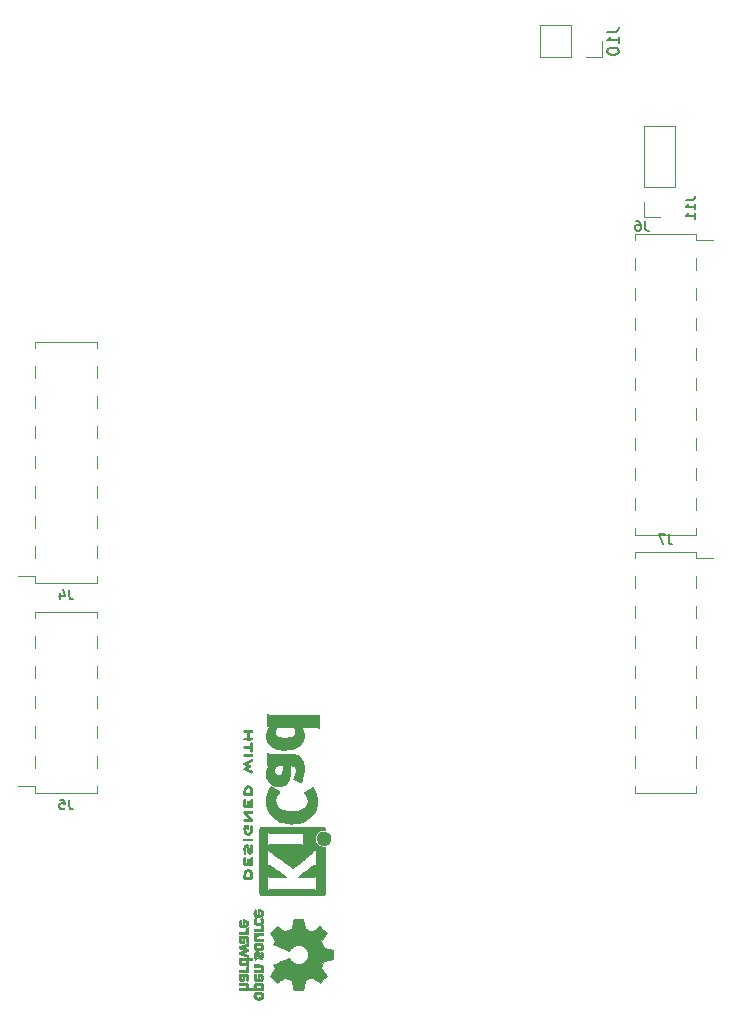
<source format=gbr>
G04 #@! TF.GenerationSoftware,KiCad,Pcbnew,(5.99.0-73-g24ea8f970)*
G04 #@! TF.CreationDate,2019-09-05T16:17:25-04:00*
G04 #@! TF.ProjectId,udoo-power,75646f6f-2d70-46f7-9765-722e6b696361,rev?*
G04 #@! TF.SameCoordinates,Original*
G04 #@! TF.FileFunction,Legend,Bot*
G04 #@! TF.FilePolarity,Positive*
%FSLAX46Y46*%
G04 Gerber Fmt 4.6, Leading zero omitted, Abs format (unit mm)*
G04 Created by KiCad (PCBNEW (5.99.0-73-g24ea8f970)) date 2019-09-05 16:17:25*
%MOMM*%
%LPD*%
G04 APERTURE LIST*
%ADD10C,0.010000*%
%ADD11C,0.120000*%
%ADD12C,0.150000*%
%ADD13C,0.152400*%
G04 APERTURE END LIST*
D10*
G36*
X111001690Y-120559532D02*
G01*
X110909976Y-120557777D01*
X110831883Y-120555646D01*
X110766276Y-120553102D01*
X110712019Y-120550111D01*
X110667977Y-120546635D01*
X110633015Y-120542640D01*
X110605997Y-120538089D01*
X110585788Y-120532947D01*
X110571253Y-120527179D01*
X110561256Y-120520748D01*
X110554662Y-120513619D01*
X110550335Y-120505755D01*
X110547141Y-120497122D01*
X110543944Y-120487684D01*
X110539609Y-120477404D01*
X110537437Y-120471620D01*
X110535064Y-120461010D01*
X110532890Y-120445245D01*
X110530907Y-120423210D01*
X110529104Y-120393790D01*
X110527475Y-120355869D01*
X110526009Y-120308332D01*
X110524699Y-120250064D01*
X110523535Y-120179950D01*
X110522509Y-120096874D01*
X110521612Y-119999721D01*
X110520835Y-119887376D01*
X110520170Y-119758725D01*
X110519608Y-119612650D01*
X110519140Y-119448038D01*
X110518758Y-119263773D01*
X110518452Y-119058740D01*
X110518215Y-118831824D01*
X110518037Y-118581909D01*
X110517909Y-118307881D01*
X110517831Y-118031054D01*
X111148969Y-118031054D01*
X111234981Y-118026595D01*
X111239303Y-118026379D01*
X111273687Y-118025532D01*
X111306632Y-118027137D01*
X111339942Y-118032266D01*
X111375422Y-118041993D01*
X111414875Y-118057391D01*
X111460107Y-118079534D01*
X111512923Y-118109495D01*
X111575126Y-118148348D01*
X111648523Y-118197166D01*
X111734916Y-118257022D01*
X111836110Y-118328990D01*
X111953912Y-118414143D01*
X112090124Y-118513554D01*
X112246551Y-118628298D01*
X112797959Y-119033325D01*
X112158618Y-119036893D01*
X112098980Y-119037209D01*
X111938343Y-119037767D01*
X111801711Y-119037513D01*
X111686498Y-119036150D01*
X111590117Y-119033377D01*
X111509984Y-119028898D01*
X111443513Y-119022413D01*
X111388117Y-119013623D01*
X111341212Y-119002230D01*
X111300212Y-118987935D01*
X111262531Y-118970440D01*
X111225583Y-118949447D01*
X111186783Y-118924655D01*
X111149027Y-118899734D01*
X111149027Y-120194884D01*
X111193648Y-120161429D01*
X111200707Y-120156190D01*
X111265406Y-120114302D01*
X111330810Y-120085427D01*
X111405752Y-120066466D01*
X111499067Y-120054321D01*
X111503135Y-120053987D01*
X111541625Y-120052225D01*
X111605844Y-120050633D01*
X111694324Y-120049220D01*
X111805597Y-120047992D01*
X111938197Y-120046956D01*
X112090655Y-120046118D01*
X112261504Y-120045486D01*
X112449278Y-120045067D01*
X112652507Y-120044868D01*
X112869726Y-120044895D01*
X113099465Y-120045155D01*
X113340259Y-120045655D01*
X113556252Y-120046185D01*
X113791365Y-120046752D01*
X114001721Y-120047311D01*
X114188794Y-120047930D01*
X114354058Y-120048681D01*
X114498987Y-120049634D01*
X114625053Y-120050858D01*
X114733732Y-120052423D01*
X114826496Y-120054401D01*
X114904820Y-120056860D01*
X114970178Y-120059871D01*
X115024042Y-120063504D01*
X115067887Y-120067829D01*
X115103187Y-120072916D01*
X115131415Y-120078835D01*
X115154045Y-120085657D01*
X115172551Y-120093451D01*
X115188406Y-120102288D01*
X115203085Y-120112237D01*
X115218060Y-120123369D01*
X115234807Y-120135754D01*
X115251588Y-120147732D01*
X115284769Y-120170885D01*
X115305702Y-120184753D01*
X115306579Y-120185088D01*
X115310538Y-120180246D01*
X115313841Y-120163157D01*
X115316539Y-120131921D01*
X115318683Y-120084635D01*
X115320324Y-120019398D01*
X115321511Y-119934310D01*
X115322297Y-119827467D01*
X115322731Y-119696969D01*
X115322865Y-119540914D01*
X115322865Y-118886722D01*
X115281890Y-118921200D01*
X115253747Y-118941182D01*
X115187392Y-118974443D01*
X115104865Y-119003591D01*
X115013321Y-119025838D01*
X115004631Y-119027256D01*
X114958817Y-119031474D01*
X114888011Y-119034669D01*
X114791725Y-119036849D01*
X114669468Y-119038021D01*
X114520749Y-119038195D01*
X114345078Y-119037378D01*
X113758588Y-119033325D01*
X114288141Y-118614568D01*
X114303310Y-118602574D01*
X114437745Y-118496381D01*
X114552876Y-118405721D01*
X114650661Y-118329151D01*
X114733057Y-118265227D01*
X114802022Y-118212507D01*
X114859514Y-118169549D01*
X114907490Y-118134909D01*
X114947907Y-118107145D01*
X114982724Y-118084814D01*
X115013897Y-118066472D01*
X115043385Y-118050678D01*
X115073145Y-118035988D01*
X115125823Y-118013390D01*
X115181394Y-117998791D01*
X115241334Y-117994908D01*
X115322865Y-117995298D01*
X115322865Y-116605907D01*
X115279401Y-116666319D01*
X115238552Y-116717410D01*
X115171924Y-116789403D01*
X115088420Y-116871060D01*
X114991222Y-116959290D01*
X114883513Y-117051000D01*
X114854710Y-117074617D01*
X114805308Y-117114827D01*
X114740495Y-117167387D01*
X114662434Y-117230556D01*
X114573289Y-117302592D01*
X114475222Y-117381754D01*
X114370396Y-117466302D01*
X114260976Y-117554493D01*
X114210756Y-117594944D01*
X114149124Y-117644586D01*
X114037003Y-117734840D01*
X113926776Y-117823515D01*
X113820608Y-117908868D01*
X113720660Y-117989158D01*
X113629097Y-118062644D01*
X113548081Y-118127585D01*
X113479776Y-118182240D01*
X113426345Y-118224866D01*
X113389952Y-118253724D01*
X113372758Y-118267071D01*
X113366297Y-118268173D01*
X113354008Y-118264508D01*
X113334675Y-118255013D01*
X113306926Y-118238738D01*
X113269390Y-118214736D01*
X113220696Y-118182060D01*
X113159471Y-118139761D01*
X113084346Y-118086891D01*
X112993948Y-118022503D01*
X112886906Y-117945648D01*
X112761848Y-117855380D01*
X112617404Y-117750749D01*
X112452202Y-117630809D01*
X112320703Y-117535242D01*
X112160395Y-117418648D01*
X112019613Y-117316088D01*
X111896796Y-117226369D01*
X111790381Y-117148300D01*
X111698805Y-117080688D01*
X111620506Y-117022338D01*
X111553921Y-116972060D01*
X111497489Y-116928661D01*
X111449646Y-116890946D01*
X111408831Y-116857725D01*
X111373480Y-116827803D01*
X111342032Y-116799989D01*
X111312924Y-116773090D01*
X111284594Y-116745913D01*
X111255478Y-116717265D01*
X111149027Y-116611692D01*
X111148969Y-118031054D01*
X110517831Y-118031054D01*
X110517824Y-118008623D01*
X110517772Y-117683021D01*
X110517762Y-117579839D01*
X110517755Y-117261303D01*
X110517795Y-116968787D01*
X110517890Y-116701188D01*
X110518047Y-116457404D01*
X110518275Y-116236332D01*
X110518581Y-116036872D01*
X110518975Y-115857921D01*
X110519284Y-115756396D01*
X111149027Y-115756396D01*
X111149027Y-116362373D01*
X111241702Y-116311146D01*
X111334378Y-116259919D01*
X114025405Y-116259919D01*
X114118081Y-116311146D01*
X114210756Y-116362373D01*
X114210756Y-115279211D01*
X111361838Y-115271379D01*
X111279832Y-115232981D01*
X111239185Y-115212736D01*
X111198468Y-115189813D01*
X111173426Y-115172501D01*
X111173378Y-115172458D01*
X111167560Y-115168255D01*
X111162749Y-115168652D01*
X111158850Y-115175935D01*
X111155768Y-115192389D01*
X111153406Y-115220301D01*
X111151670Y-115261957D01*
X111150464Y-115319642D01*
X111149692Y-115395642D01*
X111149259Y-115492244D01*
X111149069Y-115611734D01*
X111149027Y-115756396D01*
X110519284Y-115756396D01*
X110519462Y-115698376D01*
X110520053Y-115557136D01*
X110520753Y-115433099D01*
X110521573Y-115325163D01*
X110522519Y-115232226D01*
X110523600Y-115153185D01*
X110524823Y-115086939D01*
X110526197Y-115032385D01*
X110527729Y-114988422D01*
X110529428Y-114953947D01*
X110531302Y-114927859D01*
X110533358Y-114909056D01*
X110535604Y-114896435D01*
X110538050Y-114888894D01*
X110539138Y-114886495D01*
X110542713Y-114876673D01*
X110545324Y-114867666D01*
X110548107Y-114859437D01*
X110552200Y-114851950D01*
X110558740Y-114845168D01*
X110568863Y-114839055D01*
X110583707Y-114833575D01*
X110604409Y-114828690D01*
X110632105Y-114824364D01*
X110667932Y-114820561D01*
X110713027Y-114817244D01*
X110768528Y-114814376D01*
X110835571Y-114811922D01*
X110915293Y-114809844D01*
X111008830Y-114808107D01*
X111117321Y-114806673D01*
X111241902Y-114805506D01*
X111383710Y-114804570D01*
X111543881Y-114803828D01*
X111723553Y-114803243D01*
X111923863Y-114802779D01*
X112145948Y-114802400D01*
X112390944Y-114802069D01*
X112659988Y-114801749D01*
X112954218Y-114801404D01*
X113274770Y-114800998D01*
X113313576Y-114800945D01*
X113632097Y-114800492D01*
X113924428Y-114800059D01*
X114191707Y-114799677D01*
X114435071Y-114799380D01*
X114655658Y-114799198D01*
X114854605Y-114799165D01*
X115033050Y-114799311D01*
X115192129Y-114799670D01*
X115332981Y-114800274D01*
X115456743Y-114801154D01*
X115564553Y-114802342D01*
X115657547Y-114803871D01*
X115736863Y-114805772D01*
X115803640Y-114808078D01*
X115859013Y-114810821D01*
X115904121Y-114814032D01*
X115940101Y-114817745D01*
X115968091Y-114821990D01*
X115989228Y-114826801D01*
X116004649Y-114832208D01*
X116015492Y-114838245D01*
X116022894Y-114844943D01*
X116027993Y-114852335D01*
X116031927Y-114860451D01*
X116035832Y-114869325D01*
X116040846Y-114878989D01*
X116042444Y-114881817D01*
X116057911Y-114924604D01*
X116064268Y-114971443D01*
X116064266Y-115024244D01*
X115944133Y-115025124D01*
X115930308Y-115025347D01*
X115789785Y-115042129D01*
X115657565Y-115084873D01*
X115535048Y-115152983D01*
X115423637Y-115245868D01*
X115378197Y-115295712D01*
X115302880Y-115406695D01*
X115250357Y-115527788D01*
X115220658Y-115655465D01*
X115213810Y-115786197D01*
X115229841Y-115916460D01*
X115268779Y-116042725D01*
X115330652Y-116161466D01*
X115415489Y-116269157D01*
X115445398Y-116299094D01*
X115556138Y-116387577D01*
X115676316Y-116450364D01*
X115806709Y-116487789D01*
X115948090Y-116500189D01*
X116064270Y-116500189D01*
X116064270Y-118471088D01*
X116064275Y-118594220D01*
X116064311Y-118858743D01*
X116064337Y-119097702D01*
X116064301Y-119312418D01*
X116064151Y-119504213D01*
X116063834Y-119674407D01*
X116063298Y-119824323D01*
X116062492Y-119955282D01*
X116061362Y-120068605D01*
X116059856Y-120165614D01*
X116057923Y-120247629D01*
X116055509Y-120315974D01*
X116052564Y-120371968D01*
X116049034Y-120416933D01*
X116044867Y-120452191D01*
X116040011Y-120479063D01*
X116034414Y-120498871D01*
X116028024Y-120512935D01*
X116020788Y-120522578D01*
X116012654Y-120529121D01*
X116003569Y-120533885D01*
X115993482Y-120538192D01*
X115982341Y-120543363D01*
X115982159Y-120543455D01*
X115974866Y-120545966D01*
X115962653Y-120548268D01*
X115944395Y-120550372D01*
X115918963Y-120552286D01*
X115885231Y-120554018D01*
X115842072Y-120555578D01*
X115788359Y-120556973D01*
X115722965Y-120558213D01*
X115644762Y-120559307D01*
X115552624Y-120560263D01*
X115445424Y-120561090D01*
X115322034Y-120561797D01*
X115181329Y-120562393D01*
X115022180Y-120562885D01*
X114843460Y-120563284D01*
X114644043Y-120563597D01*
X114422802Y-120563833D01*
X114178610Y-120564002D01*
X113910339Y-120564112D01*
X113616863Y-120564172D01*
X113297054Y-120564189D01*
X113234227Y-120564190D01*
X112917751Y-120564220D01*
X112627385Y-120564267D01*
X112361993Y-120564295D01*
X112120440Y-120564267D01*
X111901590Y-120564150D01*
X111704309Y-120563905D01*
X111527461Y-120563498D01*
X111369910Y-120562893D01*
X111230521Y-120562054D01*
X111149027Y-120561315D01*
X111108160Y-120560945D01*
X111001690Y-120559532D01*
X111001690Y-120559532D01*
G37*
X111001690Y-120559532D02*
X110909976Y-120557777D01*
X110831883Y-120555646D01*
X110766276Y-120553102D01*
X110712019Y-120550111D01*
X110667977Y-120546635D01*
X110633015Y-120542640D01*
X110605997Y-120538089D01*
X110585788Y-120532947D01*
X110571253Y-120527179D01*
X110561256Y-120520748D01*
X110554662Y-120513619D01*
X110550335Y-120505755D01*
X110547141Y-120497122D01*
X110543944Y-120487684D01*
X110539609Y-120477404D01*
X110537437Y-120471620D01*
X110535064Y-120461010D01*
X110532890Y-120445245D01*
X110530907Y-120423210D01*
X110529104Y-120393790D01*
X110527475Y-120355869D01*
X110526009Y-120308332D01*
X110524699Y-120250064D01*
X110523535Y-120179950D01*
X110522509Y-120096874D01*
X110521612Y-119999721D01*
X110520835Y-119887376D01*
X110520170Y-119758725D01*
X110519608Y-119612650D01*
X110519140Y-119448038D01*
X110518758Y-119263773D01*
X110518452Y-119058740D01*
X110518215Y-118831824D01*
X110518037Y-118581909D01*
X110517909Y-118307881D01*
X110517831Y-118031054D01*
X111148969Y-118031054D01*
X111234981Y-118026595D01*
X111239303Y-118026379D01*
X111273687Y-118025532D01*
X111306632Y-118027137D01*
X111339942Y-118032266D01*
X111375422Y-118041993D01*
X111414875Y-118057391D01*
X111460107Y-118079534D01*
X111512923Y-118109495D01*
X111575126Y-118148348D01*
X111648523Y-118197166D01*
X111734916Y-118257022D01*
X111836110Y-118328990D01*
X111953912Y-118414143D01*
X112090124Y-118513554D01*
X112246551Y-118628298D01*
X112797959Y-119033325D01*
X112158618Y-119036893D01*
X112098980Y-119037209D01*
X111938343Y-119037767D01*
X111801711Y-119037513D01*
X111686498Y-119036150D01*
X111590117Y-119033377D01*
X111509984Y-119028898D01*
X111443513Y-119022413D01*
X111388117Y-119013623D01*
X111341212Y-119002230D01*
X111300212Y-118987935D01*
X111262531Y-118970440D01*
X111225583Y-118949447D01*
X111186783Y-118924655D01*
X111149027Y-118899734D01*
X111149027Y-120194884D01*
X111193648Y-120161429D01*
X111200707Y-120156190D01*
X111265406Y-120114302D01*
X111330810Y-120085427D01*
X111405752Y-120066466D01*
X111499067Y-120054321D01*
X111503135Y-120053987D01*
X111541625Y-120052225D01*
X111605844Y-120050633D01*
X111694324Y-120049220D01*
X111805597Y-120047992D01*
X111938197Y-120046956D01*
X112090655Y-120046118D01*
X112261504Y-120045486D01*
X112449278Y-120045067D01*
X112652507Y-120044868D01*
X112869726Y-120044895D01*
X113099465Y-120045155D01*
X113340259Y-120045655D01*
X113556252Y-120046185D01*
X113791365Y-120046752D01*
X114001721Y-120047311D01*
X114188794Y-120047930D01*
X114354058Y-120048681D01*
X114498987Y-120049634D01*
X114625053Y-120050858D01*
X114733732Y-120052423D01*
X114826496Y-120054401D01*
X114904820Y-120056860D01*
X114970178Y-120059871D01*
X115024042Y-120063504D01*
X115067887Y-120067829D01*
X115103187Y-120072916D01*
X115131415Y-120078835D01*
X115154045Y-120085657D01*
X115172551Y-120093451D01*
X115188406Y-120102288D01*
X115203085Y-120112237D01*
X115218060Y-120123369D01*
X115234807Y-120135754D01*
X115251588Y-120147732D01*
X115284769Y-120170885D01*
X115305702Y-120184753D01*
X115306579Y-120185088D01*
X115310538Y-120180246D01*
X115313841Y-120163157D01*
X115316539Y-120131921D01*
X115318683Y-120084635D01*
X115320324Y-120019398D01*
X115321511Y-119934310D01*
X115322297Y-119827467D01*
X115322731Y-119696969D01*
X115322865Y-119540914D01*
X115322865Y-118886722D01*
X115281890Y-118921200D01*
X115253747Y-118941182D01*
X115187392Y-118974443D01*
X115104865Y-119003591D01*
X115013321Y-119025838D01*
X115004631Y-119027256D01*
X114958817Y-119031474D01*
X114888011Y-119034669D01*
X114791725Y-119036849D01*
X114669468Y-119038021D01*
X114520749Y-119038195D01*
X114345078Y-119037378D01*
X113758588Y-119033325D01*
X114288141Y-118614568D01*
X114303310Y-118602574D01*
X114437745Y-118496381D01*
X114552876Y-118405721D01*
X114650661Y-118329151D01*
X114733057Y-118265227D01*
X114802022Y-118212507D01*
X114859514Y-118169549D01*
X114907490Y-118134909D01*
X114947907Y-118107145D01*
X114982724Y-118084814D01*
X115013897Y-118066472D01*
X115043385Y-118050678D01*
X115073145Y-118035988D01*
X115125823Y-118013390D01*
X115181394Y-117998791D01*
X115241334Y-117994908D01*
X115322865Y-117995298D01*
X115322865Y-116605907D01*
X115279401Y-116666319D01*
X115238552Y-116717410D01*
X115171924Y-116789403D01*
X115088420Y-116871060D01*
X114991222Y-116959290D01*
X114883513Y-117051000D01*
X114854710Y-117074617D01*
X114805308Y-117114827D01*
X114740495Y-117167387D01*
X114662434Y-117230556D01*
X114573289Y-117302592D01*
X114475222Y-117381754D01*
X114370396Y-117466302D01*
X114260976Y-117554493D01*
X114210756Y-117594944D01*
X114149124Y-117644586D01*
X114037003Y-117734840D01*
X113926776Y-117823515D01*
X113820608Y-117908868D01*
X113720660Y-117989158D01*
X113629097Y-118062644D01*
X113548081Y-118127585D01*
X113479776Y-118182240D01*
X113426345Y-118224866D01*
X113389952Y-118253724D01*
X113372758Y-118267071D01*
X113366297Y-118268173D01*
X113354008Y-118264508D01*
X113334675Y-118255013D01*
X113306926Y-118238738D01*
X113269390Y-118214736D01*
X113220696Y-118182060D01*
X113159471Y-118139761D01*
X113084346Y-118086891D01*
X112993948Y-118022503D01*
X112886906Y-117945648D01*
X112761848Y-117855380D01*
X112617404Y-117750749D01*
X112452202Y-117630809D01*
X112320703Y-117535242D01*
X112160395Y-117418648D01*
X112019613Y-117316088D01*
X111896796Y-117226369D01*
X111790381Y-117148300D01*
X111698805Y-117080688D01*
X111620506Y-117022338D01*
X111553921Y-116972060D01*
X111497489Y-116928661D01*
X111449646Y-116890946D01*
X111408831Y-116857725D01*
X111373480Y-116827803D01*
X111342032Y-116799989D01*
X111312924Y-116773090D01*
X111284594Y-116745913D01*
X111255478Y-116717265D01*
X111149027Y-116611692D01*
X111148969Y-118031054D01*
X110517831Y-118031054D01*
X110517824Y-118008623D01*
X110517772Y-117683021D01*
X110517762Y-117579839D01*
X110517755Y-117261303D01*
X110517795Y-116968787D01*
X110517890Y-116701188D01*
X110518047Y-116457404D01*
X110518275Y-116236332D01*
X110518581Y-116036872D01*
X110518975Y-115857921D01*
X110519284Y-115756396D01*
X111149027Y-115756396D01*
X111149027Y-116362373D01*
X111241702Y-116311146D01*
X111334378Y-116259919D01*
X114025405Y-116259919D01*
X114118081Y-116311146D01*
X114210756Y-116362373D01*
X114210756Y-115279211D01*
X111361838Y-115271379D01*
X111279832Y-115232981D01*
X111239185Y-115212736D01*
X111198468Y-115189813D01*
X111173426Y-115172501D01*
X111173378Y-115172458D01*
X111167560Y-115168255D01*
X111162749Y-115168652D01*
X111158850Y-115175935D01*
X111155768Y-115192389D01*
X111153406Y-115220301D01*
X111151670Y-115261957D01*
X111150464Y-115319642D01*
X111149692Y-115395642D01*
X111149259Y-115492244D01*
X111149069Y-115611734D01*
X111149027Y-115756396D01*
X110519284Y-115756396D01*
X110519462Y-115698376D01*
X110520053Y-115557136D01*
X110520753Y-115433099D01*
X110521573Y-115325163D01*
X110522519Y-115232226D01*
X110523600Y-115153185D01*
X110524823Y-115086939D01*
X110526197Y-115032385D01*
X110527729Y-114988422D01*
X110529428Y-114953947D01*
X110531302Y-114927859D01*
X110533358Y-114909056D01*
X110535604Y-114896435D01*
X110538050Y-114888894D01*
X110539138Y-114886495D01*
X110542713Y-114876673D01*
X110545324Y-114867666D01*
X110548107Y-114859437D01*
X110552200Y-114851950D01*
X110558740Y-114845168D01*
X110568863Y-114839055D01*
X110583707Y-114833575D01*
X110604409Y-114828690D01*
X110632105Y-114824364D01*
X110667932Y-114820561D01*
X110713027Y-114817244D01*
X110768528Y-114814376D01*
X110835571Y-114811922D01*
X110915293Y-114809844D01*
X111008830Y-114808107D01*
X111117321Y-114806673D01*
X111241902Y-114805506D01*
X111383710Y-114804570D01*
X111543881Y-114803828D01*
X111723553Y-114803243D01*
X111923863Y-114802779D01*
X112145948Y-114802400D01*
X112390944Y-114802069D01*
X112659988Y-114801749D01*
X112954218Y-114801404D01*
X113274770Y-114800998D01*
X113313576Y-114800945D01*
X113632097Y-114800492D01*
X113924428Y-114800059D01*
X114191707Y-114799677D01*
X114435071Y-114799380D01*
X114655658Y-114799198D01*
X114854605Y-114799165D01*
X115033050Y-114799311D01*
X115192129Y-114799670D01*
X115332981Y-114800274D01*
X115456743Y-114801154D01*
X115564553Y-114802342D01*
X115657547Y-114803871D01*
X115736863Y-114805772D01*
X115803640Y-114808078D01*
X115859013Y-114810821D01*
X115904121Y-114814032D01*
X115940101Y-114817745D01*
X115968091Y-114821990D01*
X115989228Y-114826801D01*
X116004649Y-114832208D01*
X116015492Y-114838245D01*
X116022894Y-114844943D01*
X116027993Y-114852335D01*
X116031927Y-114860451D01*
X116035832Y-114869325D01*
X116040846Y-114878989D01*
X116042444Y-114881817D01*
X116057911Y-114924604D01*
X116064268Y-114971443D01*
X116064266Y-115024244D01*
X115944133Y-115025124D01*
X115930308Y-115025347D01*
X115789785Y-115042129D01*
X115657565Y-115084873D01*
X115535048Y-115152983D01*
X115423637Y-115245868D01*
X115378197Y-115295712D01*
X115302880Y-115406695D01*
X115250357Y-115527788D01*
X115220658Y-115655465D01*
X115213810Y-115786197D01*
X115229841Y-115916460D01*
X115268779Y-116042725D01*
X115330652Y-116161466D01*
X115415489Y-116269157D01*
X115445398Y-116299094D01*
X115556138Y-116387577D01*
X115676316Y-116450364D01*
X115806709Y-116487789D01*
X115948090Y-116500189D01*
X116064270Y-116500189D01*
X116064270Y-118471088D01*
X116064275Y-118594220D01*
X116064311Y-118858743D01*
X116064337Y-119097702D01*
X116064301Y-119312418D01*
X116064151Y-119504213D01*
X116063834Y-119674407D01*
X116063298Y-119824323D01*
X116062492Y-119955282D01*
X116061362Y-120068605D01*
X116059856Y-120165614D01*
X116057923Y-120247629D01*
X116055509Y-120315974D01*
X116052564Y-120371968D01*
X116049034Y-120416933D01*
X116044867Y-120452191D01*
X116040011Y-120479063D01*
X116034414Y-120498871D01*
X116028024Y-120512935D01*
X116020788Y-120522578D01*
X116012654Y-120529121D01*
X116003569Y-120533885D01*
X115993482Y-120538192D01*
X115982341Y-120543363D01*
X115982159Y-120543455D01*
X115974866Y-120545966D01*
X115962653Y-120548268D01*
X115944395Y-120550372D01*
X115918963Y-120552286D01*
X115885231Y-120554018D01*
X115842072Y-120555578D01*
X115788359Y-120556973D01*
X115722965Y-120558213D01*
X115644762Y-120559307D01*
X115552624Y-120560263D01*
X115445424Y-120561090D01*
X115322034Y-120561797D01*
X115181329Y-120562393D01*
X115022180Y-120562885D01*
X114843460Y-120563284D01*
X114644043Y-120563597D01*
X114422802Y-120563833D01*
X114178610Y-120564002D01*
X113910339Y-120564112D01*
X113616863Y-120564172D01*
X113297054Y-120564189D01*
X113234227Y-120564190D01*
X112917751Y-120564220D01*
X112627385Y-120564267D01*
X112361993Y-120564295D01*
X112120440Y-120564267D01*
X111901590Y-120564150D01*
X111704309Y-120563905D01*
X111527461Y-120563498D01*
X111369910Y-120562893D01*
X111230521Y-120562054D01*
X111149027Y-120561315D01*
X111108160Y-120560945D01*
X111001690Y-120559532D01*
G36*
X111841933Y-111569313D02*
G01*
X111890510Y-111598896D01*
X111977711Y-111652043D01*
X112055669Y-111699614D01*
X112121542Y-111739868D01*
X112172484Y-111771068D01*
X112205653Y-111791476D01*
X112218205Y-111799352D01*
X112217830Y-111801542D01*
X112205546Y-111819188D01*
X112180053Y-111850189D01*
X112145306Y-111889647D01*
X112085271Y-111959920D01*
X111996494Y-112085371D01*
X111934606Y-112207089D01*
X111903700Y-112295045D01*
X111872115Y-112443817D01*
X111866516Y-112589989D01*
X111886523Y-112731443D01*
X111931754Y-112866058D01*
X112001827Y-112991714D01*
X112096361Y-113106293D01*
X112165989Y-113170049D01*
X112294776Y-113259867D01*
X112444227Y-113333567D01*
X112615108Y-113391501D01*
X112808183Y-113434021D01*
X112820169Y-113435951D01*
X112897857Y-113444863D01*
X112994383Y-113451497D01*
X113103151Y-113455800D01*
X113217566Y-113457719D01*
X113331032Y-113457198D01*
X113436954Y-113454185D01*
X113528737Y-113448626D01*
X113599783Y-113440467D01*
X113760720Y-113409194D01*
X113948714Y-113356574D01*
X114113300Y-113290395D01*
X114254351Y-113210747D01*
X114371740Y-113117717D01*
X114465337Y-113011394D01*
X114535018Y-112891867D01*
X114580653Y-112759224D01*
X114586317Y-112729795D01*
X114593712Y-112656044D01*
X114596126Y-112569856D01*
X114593692Y-112480884D01*
X114586540Y-112398786D01*
X114574805Y-112333217D01*
X114537439Y-112223986D01*
X114469222Y-112097227D01*
X114379450Y-111984358D01*
X114360539Y-111964437D01*
X114327082Y-111928340D01*
X114304562Y-111902829D01*
X114297072Y-111892464D01*
X114300654Y-111889913D01*
X114323277Y-111874206D01*
X114364353Y-111845832D01*
X114421164Y-111806664D01*
X114490988Y-111758578D01*
X114571107Y-111703448D01*
X114658799Y-111643149D01*
X115017598Y-111396514D01*
X115034105Y-111451611D01*
X115035976Y-111457360D01*
X115050834Y-111494785D01*
X115074792Y-111548744D01*
X115104969Y-111612902D01*
X115138483Y-111680929D01*
X115153300Y-111710572D01*
X115229799Y-111875176D01*
X115288955Y-112026890D01*
X115332282Y-112171548D01*
X115361293Y-112314986D01*
X115377501Y-112463038D01*
X115382420Y-112621541D01*
X115379922Y-112731847D01*
X115362985Y-112916348D01*
X115328826Y-113087749D01*
X115276009Y-113252427D01*
X115203095Y-113416756D01*
X115109999Y-113579424D01*
X114983086Y-113753999D01*
X114836350Y-113915888D01*
X114673424Y-114061528D01*
X114497941Y-114187352D01*
X114313532Y-114289797D01*
X114293804Y-114299096D01*
X114103387Y-114376973D01*
X113905523Y-114436148D01*
X113696430Y-114477387D01*
X113472330Y-114501452D01*
X113229441Y-114509111D01*
X112978357Y-114499799D01*
X112731088Y-114470244D01*
X112499617Y-114419987D01*
X112282301Y-114348577D01*
X112077498Y-114255566D01*
X111883567Y-114140504D01*
X111735406Y-114032422D01*
X111568700Y-113883184D01*
X111425911Y-113720521D01*
X111307086Y-113544505D01*
X111212271Y-113355207D01*
X111141513Y-113152697D01*
X111094858Y-112937048D01*
X111094495Y-112934587D01*
X111090851Y-112893058D01*
X111088148Y-112830388D01*
X111086513Y-112752373D01*
X111086070Y-112664808D01*
X111086948Y-112573487D01*
X111088233Y-112509484D01*
X111091210Y-112414523D01*
X111095472Y-112338428D01*
X111101474Y-112275712D01*
X111109671Y-112220885D01*
X111120518Y-112168460D01*
X111134535Y-112109477D01*
X111150497Y-112047940D01*
X111167242Y-111992286D01*
X111186732Y-111937463D01*
X111210927Y-111878422D01*
X111241790Y-111810111D01*
X111281281Y-111727478D01*
X111331361Y-111625473D01*
X111470785Y-111343352D01*
X111841933Y-111569313D01*
X111841933Y-111569313D01*
G37*
X111841933Y-111569313D02*
X111890510Y-111598896D01*
X111977711Y-111652043D01*
X112055669Y-111699614D01*
X112121542Y-111739868D01*
X112172484Y-111771068D01*
X112205653Y-111791476D01*
X112218205Y-111799352D01*
X112217830Y-111801542D01*
X112205546Y-111819188D01*
X112180053Y-111850189D01*
X112145306Y-111889647D01*
X112085271Y-111959920D01*
X111996494Y-112085371D01*
X111934606Y-112207089D01*
X111903700Y-112295045D01*
X111872115Y-112443817D01*
X111866516Y-112589989D01*
X111886523Y-112731443D01*
X111931754Y-112866058D01*
X112001827Y-112991714D01*
X112096361Y-113106293D01*
X112165989Y-113170049D01*
X112294776Y-113259867D01*
X112444227Y-113333567D01*
X112615108Y-113391501D01*
X112808183Y-113434021D01*
X112820169Y-113435951D01*
X112897857Y-113444863D01*
X112994383Y-113451497D01*
X113103151Y-113455800D01*
X113217566Y-113457719D01*
X113331032Y-113457198D01*
X113436954Y-113454185D01*
X113528737Y-113448626D01*
X113599783Y-113440467D01*
X113760720Y-113409194D01*
X113948714Y-113356574D01*
X114113300Y-113290395D01*
X114254351Y-113210747D01*
X114371740Y-113117717D01*
X114465337Y-113011394D01*
X114535018Y-112891867D01*
X114580653Y-112759224D01*
X114586317Y-112729795D01*
X114593712Y-112656044D01*
X114596126Y-112569856D01*
X114593692Y-112480884D01*
X114586540Y-112398786D01*
X114574805Y-112333217D01*
X114537439Y-112223986D01*
X114469222Y-112097227D01*
X114379450Y-111984358D01*
X114360539Y-111964437D01*
X114327082Y-111928340D01*
X114304562Y-111902829D01*
X114297072Y-111892464D01*
X114300654Y-111889913D01*
X114323277Y-111874206D01*
X114364353Y-111845832D01*
X114421164Y-111806664D01*
X114490988Y-111758578D01*
X114571107Y-111703448D01*
X114658799Y-111643149D01*
X115017598Y-111396514D01*
X115034105Y-111451611D01*
X115035976Y-111457360D01*
X115050834Y-111494785D01*
X115074792Y-111548744D01*
X115104969Y-111612902D01*
X115138483Y-111680929D01*
X115153300Y-111710572D01*
X115229799Y-111875176D01*
X115288955Y-112026890D01*
X115332282Y-112171548D01*
X115361293Y-112314986D01*
X115377501Y-112463038D01*
X115382420Y-112621541D01*
X115379922Y-112731847D01*
X115362985Y-112916348D01*
X115328826Y-113087749D01*
X115276009Y-113252427D01*
X115203095Y-113416756D01*
X115109999Y-113579424D01*
X114983086Y-113753999D01*
X114836350Y-113915888D01*
X114673424Y-114061528D01*
X114497941Y-114187352D01*
X114313532Y-114289797D01*
X114293804Y-114299096D01*
X114103387Y-114376973D01*
X113905523Y-114436148D01*
X113696430Y-114477387D01*
X113472330Y-114501452D01*
X113229441Y-114509111D01*
X112978357Y-114499799D01*
X112731088Y-114470244D01*
X112499617Y-114419987D01*
X112282301Y-114348577D01*
X112077498Y-114255566D01*
X111883567Y-114140504D01*
X111735406Y-114032422D01*
X111568700Y-113883184D01*
X111425911Y-113720521D01*
X111307086Y-113544505D01*
X111212271Y-113355207D01*
X111141513Y-113152697D01*
X111094858Y-112937048D01*
X111094495Y-112934587D01*
X111090851Y-112893058D01*
X111088148Y-112830388D01*
X111086513Y-112752373D01*
X111086070Y-112664808D01*
X111086948Y-112573487D01*
X111088233Y-112509484D01*
X111091210Y-112414523D01*
X111095472Y-112338428D01*
X111101474Y-112275712D01*
X111109671Y-112220885D01*
X111120518Y-112168460D01*
X111134535Y-112109477D01*
X111150497Y-112047940D01*
X111167242Y-111992286D01*
X111186732Y-111937463D01*
X111210927Y-111878422D01*
X111241790Y-111810111D01*
X111281281Y-111727478D01*
X111331361Y-111625473D01*
X111470785Y-111343352D01*
X111841933Y-111569313D01*
G36*
X112086966Y-111350128D02*
G01*
X111976264Y-111343962D01*
X111873261Y-111330635D01*
X111787459Y-111310526D01*
X111699182Y-111278440D01*
X111553701Y-111204063D01*
X111425705Y-111108994D01*
X111316067Y-110994218D01*
X111225658Y-110860719D01*
X111155352Y-110709480D01*
X111106019Y-110541487D01*
X111094892Y-110472983D01*
X111087159Y-110375093D01*
X111085420Y-110268484D01*
X111089535Y-110162065D01*
X111099363Y-110064745D01*
X111112131Y-109998988D01*
X111771204Y-109998988D01*
X111772352Y-110093338D01*
X111787944Y-110182934D01*
X111820154Y-110257718D01*
X111870433Y-110322421D01*
X111889030Y-110340622D01*
X111952454Y-110388011D01*
X112020816Y-110413652D01*
X112103075Y-110421352D01*
X112146533Y-110419266D01*
X112235995Y-110398635D01*
X112312781Y-110355295D01*
X112377757Y-110288457D01*
X112431785Y-110197331D01*
X112475730Y-110081128D01*
X112487262Y-110034281D01*
X112495158Y-109977568D01*
X112499543Y-109906195D01*
X112501018Y-109813811D01*
X112501017Y-109798804D01*
X112500173Y-109729689D01*
X112498134Y-109670320D01*
X112495167Y-109626600D01*
X112491539Y-109604433D01*
X112490361Y-109601882D01*
X112482965Y-109593635D01*
X112468101Y-109587794D01*
X112441773Y-109583955D01*
X112399982Y-109581713D01*
X112338730Y-109580665D01*
X112254019Y-109580406D01*
X112181360Y-109580789D01*
X112105015Y-109582644D01*
X112049832Y-109586279D01*
X112012218Y-109591958D01*
X111988579Y-109599946D01*
X111971699Y-109610222D01*
X111925683Y-109648918D01*
X111877779Y-109700765D01*
X111835096Y-109757592D01*
X111804747Y-109811225D01*
X111793611Y-109840982D01*
X111778784Y-109909499D01*
X111771204Y-109998988D01*
X111112131Y-109998988D01*
X111114764Y-109985433D01*
X111126890Y-109945579D01*
X111162374Y-109855063D01*
X111207425Y-109763052D01*
X111257157Y-109679038D01*
X111306684Y-109612515D01*
X111307399Y-109611697D01*
X111338308Y-109575243D01*
X111360317Y-109547196D01*
X111368702Y-109533569D01*
X111366700Y-109532079D01*
X111345074Y-109528708D01*
X111304740Y-109526365D01*
X111252000Y-109525487D01*
X111135297Y-109525487D01*
X111135297Y-109010622D01*
X111135299Y-108996916D01*
X111135500Y-108881965D01*
X111136001Y-108776464D01*
X111136763Y-108683414D01*
X111137751Y-108605817D01*
X111138926Y-108546674D01*
X111140251Y-108508986D01*
X111141689Y-108495757D01*
X111142946Y-108496065D01*
X111161499Y-108504720D01*
X111196355Y-108522863D01*
X111241230Y-108547244D01*
X111334378Y-108598730D01*
X112302324Y-108606676D01*
X112443305Y-108607857D01*
X112623107Y-108609509D01*
X112779201Y-108611243D01*
X112913795Y-108613200D01*
X113029095Y-108615519D01*
X113127311Y-108618340D01*
X113210648Y-108621804D01*
X113281315Y-108626050D01*
X113341520Y-108631220D01*
X113393469Y-108637452D01*
X113439370Y-108644887D01*
X113481431Y-108653666D01*
X113521859Y-108663927D01*
X113562863Y-108675813D01*
X113606648Y-108689461D01*
X113743915Y-108743230D01*
X113870778Y-108816865D01*
X113979392Y-108908566D01*
X114070326Y-109019175D01*
X114144147Y-109149530D01*
X114201425Y-109300471D01*
X114242727Y-109472837D01*
X114268622Y-109667469D01*
X114273771Y-109735495D01*
X114277536Y-109850062D01*
X114274146Y-109963616D01*
X114263028Y-110081473D01*
X114243612Y-110208950D01*
X114215326Y-110351363D01*
X114177597Y-110514027D01*
X114168468Y-110551627D01*
X114146004Y-110646049D01*
X114125321Y-110735543D01*
X114107639Y-110814681D01*
X114094180Y-110878036D01*
X114086167Y-110920180D01*
X114070197Y-111017414D01*
X113738882Y-110880716D01*
X113656160Y-110846523D01*
X113575104Y-110812885D01*
X113505899Y-110784023D01*
X113451932Y-110761355D01*
X113416588Y-110746297D01*
X113403254Y-110740267D01*
X113403063Y-110739319D01*
X113409016Y-110721844D01*
X113424272Y-110687483D01*
X113446117Y-110642434D01*
X113488657Y-110548802D01*
X113535170Y-110419958D01*
X113570790Y-110288086D01*
X113594622Y-110158344D01*
X113605773Y-110035889D01*
X113603346Y-109925877D01*
X113586448Y-109833465D01*
X113559636Y-109768969D01*
X113504690Y-109695720D01*
X113430148Y-109639333D01*
X113338305Y-109601421D01*
X113231453Y-109583599D01*
X113132973Y-109577323D01*
X113132076Y-109904945D01*
X113131149Y-110015432D01*
X113127859Y-110137638D01*
X113121649Y-110242035D01*
X113111916Y-110334024D01*
X113098057Y-110419004D01*
X113079467Y-110502377D01*
X113055542Y-110589541D01*
X113010004Y-110719960D01*
X112935012Y-110873360D01*
X112843153Y-111007988D01*
X112735720Y-111122516D01*
X112614005Y-111215616D01*
X112479299Y-111285961D01*
X112332895Y-111332223D01*
X112293464Y-111339468D01*
X112195867Y-111348756D01*
X112103075Y-111349926D01*
X112086966Y-111350128D01*
X112086966Y-111350128D01*
G37*
X112086966Y-111350128D02*
X111976264Y-111343962D01*
X111873261Y-111330635D01*
X111787459Y-111310526D01*
X111699182Y-111278440D01*
X111553701Y-111204063D01*
X111425705Y-111108994D01*
X111316067Y-110994218D01*
X111225658Y-110860719D01*
X111155352Y-110709480D01*
X111106019Y-110541487D01*
X111094892Y-110472983D01*
X111087159Y-110375093D01*
X111085420Y-110268484D01*
X111089535Y-110162065D01*
X111099363Y-110064745D01*
X111112131Y-109998988D01*
X111771204Y-109998988D01*
X111772352Y-110093338D01*
X111787944Y-110182934D01*
X111820154Y-110257718D01*
X111870433Y-110322421D01*
X111889030Y-110340622D01*
X111952454Y-110388011D01*
X112020816Y-110413652D01*
X112103075Y-110421352D01*
X112146533Y-110419266D01*
X112235995Y-110398635D01*
X112312781Y-110355295D01*
X112377757Y-110288457D01*
X112431785Y-110197331D01*
X112475730Y-110081128D01*
X112487262Y-110034281D01*
X112495158Y-109977568D01*
X112499543Y-109906195D01*
X112501018Y-109813811D01*
X112501017Y-109798804D01*
X112500173Y-109729689D01*
X112498134Y-109670320D01*
X112495167Y-109626600D01*
X112491539Y-109604433D01*
X112490361Y-109601882D01*
X112482965Y-109593635D01*
X112468101Y-109587794D01*
X112441773Y-109583955D01*
X112399982Y-109581713D01*
X112338730Y-109580665D01*
X112254019Y-109580406D01*
X112181360Y-109580789D01*
X112105015Y-109582644D01*
X112049832Y-109586279D01*
X112012218Y-109591958D01*
X111988579Y-109599946D01*
X111971699Y-109610222D01*
X111925683Y-109648918D01*
X111877779Y-109700765D01*
X111835096Y-109757592D01*
X111804747Y-109811225D01*
X111793611Y-109840982D01*
X111778784Y-109909499D01*
X111771204Y-109998988D01*
X111112131Y-109998988D01*
X111114764Y-109985433D01*
X111126890Y-109945579D01*
X111162374Y-109855063D01*
X111207425Y-109763052D01*
X111257157Y-109679038D01*
X111306684Y-109612515D01*
X111307399Y-109611697D01*
X111338308Y-109575243D01*
X111360317Y-109547196D01*
X111368702Y-109533569D01*
X111366700Y-109532079D01*
X111345074Y-109528708D01*
X111304740Y-109526365D01*
X111252000Y-109525487D01*
X111135297Y-109525487D01*
X111135297Y-109010622D01*
X111135299Y-108996916D01*
X111135500Y-108881965D01*
X111136001Y-108776464D01*
X111136763Y-108683414D01*
X111137751Y-108605817D01*
X111138926Y-108546674D01*
X111140251Y-108508986D01*
X111141689Y-108495757D01*
X111142946Y-108496065D01*
X111161499Y-108504720D01*
X111196355Y-108522863D01*
X111241230Y-108547244D01*
X111334378Y-108598730D01*
X112302324Y-108606676D01*
X112443305Y-108607857D01*
X112623107Y-108609509D01*
X112779201Y-108611243D01*
X112913795Y-108613200D01*
X113029095Y-108615519D01*
X113127311Y-108618340D01*
X113210648Y-108621804D01*
X113281315Y-108626050D01*
X113341520Y-108631220D01*
X113393469Y-108637452D01*
X113439370Y-108644887D01*
X113481431Y-108653666D01*
X113521859Y-108663927D01*
X113562863Y-108675813D01*
X113606648Y-108689461D01*
X113743915Y-108743230D01*
X113870778Y-108816865D01*
X113979392Y-108908566D01*
X114070326Y-109019175D01*
X114144147Y-109149530D01*
X114201425Y-109300471D01*
X114242727Y-109472837D01*
X114268622Y-109667469D01*
X114273771Y-109735495D01*
X114277536Y-109850062D01*
X114274146Y-109963616D01*
X114263028Y-110081473D01*
X114243612Y-110208950D01*
X114215326Y-110351363D01*
X114177597Y-110514027D01*
X114168468Y-110551627D01*
X114146004Y-110646049D01*
X114125321Y-110735543D01*
X114107639Y-110814681D01*
X114094180Y-110878036D01*
X114086167Y-110920180D01*
X114070197Y-111017414D01*
X113738882Y-110880716D01*
X113656160Y-110846523D01*
X113575104Y-110812885D01*
X113505899Y-110784023D01*
X113451932Y-110761355D01*
X113416588Y-110746297D01*
X113403254Y-110740267D01*
X113403063Y-110739319D01*
X113409016Y-110721844D01*
X113424272Y-110687483D01*
X113446117Y-110642434D01*
X113488657Y-110548802D01*
X113535170Y-110419958D01*
X113570790Y-110288086D01*
X113594622Y-110158344D01*
X113605773Y-110035889D01*
X113603346Y-109925877D01*
X113586448Y-109833465D01*
X113559636Y-109768969D01*
X113504690Y-109695720D01*
X113430148Y-109639333D01*
X113338305Y-109601421D01*
X113231453Y-109583599D01*
X113132973Y-109577323D01*
X113132076Y-109904945D01*
X113131149Y-110015432D01*
X113127859Y-110137638D01*
X113121649Y-110242035D01*
X113111916Y-110334024D01*
X113098057Y-110419004D01*
X113079467Y-110502377D01*
X113055542Y-110589541D01*
X113010004Y-110719960D01*
X112935012Y-110873360D01*
X112843153Y-111007988D01*
X112735720Y-111122516D01*
X112614005Y-111215616D01*
X112479299Y-111285961D01*
X112332895Y-111332223D01*
X112293464Y-111339468D01*
X112195867Y-111348756D01*
X112103075Y-111349926D01*
X112086966Y-111350128D01*
G36*
X112518999Y-108246755D02*
G01*
X112391943Y-108243842D01*
X112279891Y-108235512D01*
X112176748Y-108221120D01*
X112076419Y-108200021D01*
X111972810Y-108171570D01*
X111848967Y-108128428D01*
X111681784Y-108049190D01*
X111532039Y-107951993D01*
X111401148Y-107838325D01*
X111290526Y-107709672D01*
X111201588Y-107567521D01*
X111135750Y-107413359D01*
X111094426Y-107248674D01*
X111094094Y-107246692D01*
X111082514Y-107126337D01*
X111084059Y-106994099D01*
X111097778Y-106859404D01*
X111106026Y-106817159D01*
X111837399Y-106817159D01*
X111837821Y-106864823D01*
X111842581Y-106900304D01*
X111852986Y-106932129D01*
X111870341Y-106968823D01*
X111916831Y-107039342D01*
X111982594Y-107100435D01*
X112067342Y-107149337D01*
X112172403Y-107186515D01*
X112299105Y-107212432D01*
X112448778Y-107227556D01*
X112622748Y-107232350D01*
X112662300Y-107232117D01*
X112845556Y-107225225D01*
X113005015Y-107208488D01*
X113142357Y-107181501D01*
X113259266Y-107143855D01*
X113357423Y-107095144D01*
X113438512Y-107034961D01*
X113463260Y-107009993D01*
X113514819Y-106932613D01*
X113546193Y-106841776D01*
X113557205Y-106741419D01*
X113547676Y-106635475D01*
X113517428Y-106527879D01*
X113466282Y-106422568D01*
X113421018Y-106347054D01*
X111993795Y-106347054D01*
X111948767Y-106415703D01*
X111932547Y-106442103D01*
X111900143Y-106502552D01*
X111874339Y-106559865D01*
X111865602Y-106584965D01*
X111848159Y-106664831D01*
X111839252Y-106765811D01*
X111837399Y-106817159D01*
X111106026Y-106817159D01*
X111122717Y-106731684D01*
X111157923Y-106620366D01*
X111179347Y-106572851D01*
X111211910Y-106510969D01*
X111249154Y-106447380D01*
X111286979Y-106388721D01*
X111321286Y-106341626D01*
X111347976Y-106312730D01*
X111355304Y-106306097D01*
X111357865Y-106298189D01*
X111345149Y-106292903D01*
X111313101Y-106289008D01*
X111257669Y-106285271D01*
X111142162Y-106278406D01*
X111138566Y-105752569D01*
X111134969Y-105226732D01*
X111197054Y-105263116D01*
X111200724Y-105265285D01*
X111217956Y-105275865D01*
X111233307Y-105285463D01*
X111248111Y-105294131D01*
X111263701Y-105301920D01*
X111281411Y-105308882D01*
X111302576Y-105315069D01*
X111328527Y-105320531D01*
X111360600Y-105325322D01*
X111400128Y-105329492D01*
X111448443Y-105333094D01*
X111506881Y-105336178D01*
X111576774Y-105338797D01*
X111659456Y-105341002D01*
X111756261Y-105342844D01*
X111868523Y-105344376D01*
X111997575Y-105345649D01*
X112144750Y-105346715D01*
X112311382Y-105347625D01*
X112498806Y-105348431D01*
X112708354Y-105349185D01*
X112941360Y-105349938D01*
X113199158Y-105350742D01*
X113483081Y-105351649D01*
X115576865Y-105358514D01*
X115580455Y-105904271D01*
X115580696Y-105943959D01*
X115581175Y-106060730D01*
X115581273Y-106167535D01*
X115581008Y-106261458D01*
X115580401Y-106339584D01*
X115579472Y-106398998D01*
X115578241Y-106436784D01*
X115576728Y-106450027D01*
X115571931Y-106448333D01*
X115549190Y-106435694D01*
X115516119Y-106414760D01*
X115512957Y-106412672D01*
X115487423Y-106396442D01*
X115462579Y-106382833D01*
X115435866Y-106371616D01*
X115404726Y-106362559D01*
X115366598Y-106355431D01*
X115318925Y-106350003D01*
X115259147Y-106346043D01*
X115184705Y-106343320D01*
X115093040Y-106341605D01*
X114981592Y-106340665D01*
X114847804Y-106340270D01*
X114689115Y-106340189D01*
X114565219Y-106340333D01*
X114443581Y-106340774D01*
X114333289Y-106341479D01*
X114237027Y-106342417D01*
X114157481Y-106343557D01*
X114097337Y-106344865D01*
X114059282Y-106346310D01*
X114046000Y-106347859D01*
X114048061Y-106352858D01*
X114062578Y-106374831D01*
X114086419Y-106406211D01*
X114118481Y-106451704D01*
X114165721Y-106537178D01*
X114207860Y-106634872D01*
X114240630Y-106735666D01*
X114257340Y-106820352D01*
X114267991Y-106925823D01*
X114271682Y-107039971D01*
X114268406Y-107153989D01*
X114258160Y-107259067D01*
X114240940Y-107346396D01*
X114211932Y-107435317D01*
X114141611Y-107583658D01*
X114048123Y-107721010D01*
X113933623Y-107844841D01*
X113800261Y-107952615D01*
X113650192Y-108041799D01*
X113604174Y-108063940D01*
X113448952Y-108125987D01*
X113280487Y-108174496D01*
X113095808Y-108210080D01*
X112891947Y-108233353D01*
X112665933Y-108244927D01*
X112622748Y-108245465D01*
X112518999Y-108246755D01*
X112518999Y-108246755D01*
G37*
X112518999Y-108246755D02*
X112391943Y-108243842D01*
X112279891Y-108235512D01*
X112176748Y-108221120D01*
X112076419Y-108200021D01*
X111972810Y-108171570D01*
X111848967Y-108128428D01*
X111681784Y-108049190D01*
X111532039Y-107951993D01*
X111401148Y-107838325D01*
X111290526Y-107709672D01*
X111201588Y-107567521D01*
X111135750Y-107413359D01*
X111094426Y-107248674D01*
X111094094Y-107246692D01*
X111082514Y-107126337D01*
X111084059Y-106994099D01*
X111097778Y-106859404D01*
X111106026Y-106817159D01*
X111837399Y-106817159D01*
X111837821Y-106864823D01*
X111842581Y-106900304D01*
X111852986Y-106932129D01*
X111870341Y-106968823D01*
X111916831Y-107039342D01*
X111982594Y-107100435D01*
X112067342Y-107149337D01*
X112172403Y-107186515D01*
X112299105Y-107212432D01*
X112448778Y-107227556D01*
X112622748Y-107232350D01*
X112662300Y-107232117D01*
X112845556Y-107225225D01*
X113005015Y-107208488D01*
X113142357Y-107181501D01*
X113259266Y-107143855D01*
X113357423Y-107095144D01*
X113438512Y-107034961D01*
X113463260Y-107009993D01*
X113514819Y-106932613D01*
X113546193Y-106841776D01*
X113557205Y-106741419D01*
X113547676Y-106635475D01*
X113517428Y-106527879D01*
X113466282Y-106422568D01*
X113421018Y-106347054D01*
X111993795Y-106347054D01*
X111948767Y-106415703D01*
X111932547Y-106442103D01*
X111900143Y-106502552D01*
X111874339Y-106559865D01*
X111865602Y-106584965D01*
X111848159Y-106664831D01*
X111839252Y-106765811D01*
X111837399Y-106817159D01*
X111106026Y-106817159D01*
X111122717Y-106731684D01*
X111157923Y-106620366D01*
X111179347Y-106572851D01*
X111211910Y-106510969D01*
X111249154Y-106447380D01*
X111286979Y-106388721D01*
X111321286Y-106341626D01*
X111347976Y-106312730D01*
X111355304Y-106306097D01*
X111357865Y-106298189D01*
X111345149Y-106292903D01*
X111313101Y-106289008D01*
X111257669Y-106285271D01*
X111142162Y-106278406D01*
X111138566Y-105752569D01*
X111134969Y-105226732D01*
X111197054Y-105263116D01*
X111200724Y-105265285D01*
X111217956Y-105275865D01*
X111233307Y-105285463D01*
X111248111Y-105294131D01*
X111263701Y-105301920D01*
X111281411Y-105308882D01*
X111302576Y-105315069D01*
X111328527Y-105320531D01*
X111360600Y-105325322D01*
X111400128Y-105329492D01*
X111448443Y-105333094D01*
X111506881Y-105336178D01*
X111576774Y-105338797D01*
X111659456Y-105341002D01*
X111756261Y-105342844D01*
X111868523Y-105344376D01*
X111997575Y-105345649D01*
X112144750Y-105346715D01*
X112311382Y-105347625D01*
X112498806Y-105348431D01*
X112708354Y-105349185D01*
X112941360Y-105349938D01*
X113199158Y-105350742D01*
X113483081Y-105351649D01*
X115576865Y-105358514D01*
X115580455Y-105904271D01*
X115580696Y-105943959D01*
X115581175Y-106060730D01*
X115581273Y-106167535D01*
X115581008Y-106261458D01*
X115580401Y-106339584D01*
X115579472Y-106398998D01*
X115578241Y-106436784D01*
X115576728Y-106450027D01*
X115571931Y-106448333D01*
X115549190Y-106435694D01*
X115516119Y-106414760D01*
X115512957Y-106412672D01*
X115487423Y-106396442D01*
X115462579Y-106382833D01*
X115435866Y-106371616D01*
X115404726Y-106362559D01*
X115366598Y-106355431D01*
X115318925Y-106350003D01*
X115259147Y-106346043D01*
X115184705Y-106343320D01*
X115093040Y-106341605D01*
X114981592Y-106340665D01*
X114847804Y-106340270D01*
X114689115Y-106340189D01*
X114565219Y-106340333D01*
X114443581Y-106340774D01*
X114333289Y-106341479D01*
X114237027Y-106342417D01*
X114157481Y-106343557D01*
X114097337Y-106344865D01*
X114059282Y-106346310D01*
X114046000Y-106347859D01*
X114048061Y-106352858D01*
X114062578Y-106374831D01*
X114086419Y-106406211D01*
X114118481Y-106451704D01*
X114165721Y-106537178D01*
X114207860Y-106634872D01*
X114240630Y-106735666D01*
X114257340Y-106820352D01*
X114267991Y-106925823D01*
X114271682Y-107039971D01*
X114268406Y-107153989D01*
X114258160Y-107259067D01*
X114240940Y-107346396D01*
X114211932Y-107435317D01*
X114141611Y-107583658D01*
X114048123Y-107721010D01*
X113933623Y-107844841D01*
X113800261Y-107952615D01*
X113650192Y-108041799D01*
X113604174Y-108063940D01*
X113448952Y-108125987D01*
X113280487Y-108174496D01*
X113095808Y-108210080D01*
X112891947Y-108233353D01*
X112665933Y-108244927D01*
X112622748Y-108245465D01*
X112518999Y-108246755D01*
G36*
X116088340Y-115211332D02*
G01*
X116174108Y-115239445D01*
X116235427Y-115271930D01*
X116332712Y-115344247D01*
X116409493Y-115429978D01*
X116465762Y-115525973D01*
X116501510Y-115629079D01*
X116516732Y-115736142D01*
X116511419Y-115844012D01*
X116485564Y-115949536D01*
X116439159Y-116049560D01*
X116372197Y-116140934D01*
X116284672Y-116220505D01*
X116176574Y-116285120D01*
X116138494Y-116302443D01*
X116099897Y-116316477D01*
X116061311Y-116324352D01*
X116013585Y-116327803D01*
X115947567Y-116328568D01*
X115892619Y-116328105D01*
X115842120Y-116325319D01*
X115802720Y-116318487D01*
X115765372Y-116305904D01*
X115721027Y-116285864D01*
X115709209Y-116280066D01*
X115600999Y-116211545D01*
X115511967Y-116125365D01*
X115444203Y-116023972D01*
X115399794Y-115909811D01*
X115387402Y-115851234D01*
X115381603Y-115732399D01*
X115400366Y-115617300D01*
X115441768Y-115509312D01*
X115503885Y-115411809D01*
X115584793Y-115328168D01*
X115682568Y-115261763D01*
X115795286Y-115215969D01*
X115887529Y-115199214D01*
X115989323Y-115197705D01*
X116088340Y-115211332D01*
X116088340Y-115211332D01*
G37*
X116088340Y-115211332D02*
X116174108Y-115239445D01*
X116235427Y-115271930D01*
X116332712Y-115344247D01*
X116409493Y-115429978D01*
X116465762Y-115525973D01*
X116501510Y-115629079D01*
X116516732Y-115736142D01*
X116511419Y-115844012D01*
X116485564Y-115949536D01*
X116439159Y-116049560D01*
X116372197Y-116140934D01*
X116284672Y-116220505D01*
X116176574Y-116285120D01*
X116138494Y-116302443D01*
X116099897Y-116316477D01*
X116061311Y-116324352D01*
X116013585Y-116327803D01*
X115947567Y-116328568D01*
X115892619Y-116328105D01*
X115842120Y-116325319D01*
X115802720Y-116318487D01*
X115765372Y-116305904D01*
X115721027Y-116285864D01*
X115709209Y-116280066D01*
X115600999Y-116211545D01*
X115511967Y-116125365D01*
X115444203Y-116023972D01*
X115399794Y-115909811D01*
X115387402Y-115851234D01*
X115381603Y-115732399D01*
X115400366Y-115617300D01*
X115441768Y-115509312D01*
X115503885Y-115411809D01*
X115584793Y-115328168D01*
X115682568Y-115261763D01*
X115795286Y-115215969D01*
X115887529Y-115199214D01*
X115989323Y-115197705D01*
X116088340Y-115211332D01*
G36*
X109875032Y-106631090D02*
G01*
X109897275Y-106662469D01*
X109899964Y-106695698D01*
X109880163Y-106727559D01*
X109870393Y-106735845D01*
X109854501Y-106743257D01*
X109830533Y-106747594D01*
X109793660Y-106749630D01*
X109739052Y-106750137D01*
X109620519Y-106750137D01*
X109620519Y-107246848D01*
X109736032Y-107246848D01*
X109787730Y-107247286D01*
X109822254Y-107249250D01*
X109844830Y-107253766D01*
X109860682Y-107261859D01*
X109875032Y-107274557D01*
X109897275Y-107305935D01*
X109899964Y-107339164D01*
X109880163Y-107371026D01*
X109873973Y-107376658D01*
X109865767Y-107381748D01*
X109853991Y-107385835D01*
X109836532Y-107389013D01*
X109811278Y-107391379D01*
X109776118Y-107393030D01*
X109728939Y-107394061D01*
X109667631Y-107394569D01*
X109590081Y-107394651D01*
X109494177Y-107394401D01*
X109377808Y-107393917D01*
X109363633Y-107393849D01*
X109301871Y-107393263D01*
X109258188Y-107391940D01*
X109228807Y-107389395D01*
X109209953Y-107385140D01*
X109197849Y-107378688D01*
X109188719Y-107369554D01*
X109171302Y-107336096D01*
X109174204Y-107301148D01*
X109198708Y-107270245D01*
X109211911Y-107261236D01*
X109230447Y-107253784D01*
X109256475Y-107249416D01*
X109295021Y-107247361D01*
X109351108Y-107246848D01*
X109473763Y-107246848D01*
X109473763Y-106750137D01*
X109338937Y-106750137D01*
X109303146Y-106750064D01*
X109256816Y-106749301D01*
X109226282Y-106747125D01*
X109207251Y-106742828D01*
X109195434Y-106735704D01*
X109186537Y-106725047D01*
X109171467Y-106692796D01*
X109174135Y-106657509D01*
X109198708Y-106626778D01*
X109204963Y-106622123D01*
X109215487Y-106616187D01*
X109229417Y-106611656D01*
X109249491Y-106608340D01*
X109278448Y-106606051D01*
X109319028Y-106604600D01*
X109373968Y-106603797D01*
X109446009Y-106603454D01*
X109537888Y-106603381D01*
X109847323Y-106603381D01*
X109875032Y-106631090D01*
X109875032Y-106631090D01*
G37*
X109875032Y-106631090D02*
X109897275Y-106662469D01*
X109899964Y-106695698D01*
X109880163Y-106727559D01*
X109870393Y-106735845D01*
X109854501Y-106743257D01*
X109830533Y-106747594D01*
X109793660Y-106749630D01*
X109739052Y-106750137D01*
X109620519Y-106750137D01*
X109620519Y-107246848D01*
X109736032Y-107246848D01*
X109787730Y-107247286D01*
X109822254Y-107249250D01*
X109844830Y-107253766D01*
X109860682Y-107261859D01*
X109875032Y-107274557D01*
X109897275Y-107305935D01*
X109899964Y-107339164D01*
X109880163Y-107371026D01*
X109873973Y-107376658D01*
X109865767Y-107381748D01*
X109853991Y-107385835D01*
X109836532Y-107389013D01*
X109811278Y-107391379D01*
X109776118Y-107393030D01*
X109728939Y-107394061D01*
X109667631Y-107394569D01*
X109590081Y-107394651D01*
X109494177Y-107394401D01*
X109377808Y-107393917D01*
X109363633Y-107393849D01*
X109301871Y-107393263D01*
X109258188Y-107391940D01*
X109228807Y-107389395D01*
X109209953Y-107385140D01*
X109197849Y-107378688D01*
X109188719Y-107369554D01*
X109171302Y-107336096D01*
X109174204Y-107301148D01*
X109198708Y-107270245D01*
X109211911Y-107261236D01*
X109230447Y-107253784D01*
X109256475Y-107249416D01*
X109295021Y-107247361D01*
X109351108Y-107246848D01*
X109473763Y-107246848D01*
X109473763Y-106750137D01*
X109338937Y-106750137D01*
X109303146Y-106750064D01*
X109256816Y-106749301D01*
X109226282Y-106747125D01*
X109207251Y-106742828D01*
X109195434Y-106735704D01*
X109186537Y-106725047D01*
X109171467Y-106692796D01*
X109174135Y-106657509D01*
X109198708Y-106626778D01*
X109204963Y-106622123D01*
X109215487Y-106616187D01*
X109229417Y-106611656D01*
X109249491Y-106608340D01*
X109278448Y-106606051D01*
X109319028Y-106604600D01*
X109373968Y-106603797D01*
X109446009Y-106603454D01*
X109537888Y-106603381D01*
X109847323Y-106603381D01*
X109875032Y-106631090D01*
G36*
X109850450Y-107629835D02*
G01*
X109882986Y-107655479D01*
X109886703Y-107660421D01*
X109891539Y-107670630D01*
X109895302Y-107686056D01*
X109898125Y-107709178D01*
X109900138Y-107742475D01*
X109901475Y-107788429D01*
X109902266Y-107849520D01*
X109902645Y-107928227D01*
X109902741Y-108027032D01*
X109902740Y-108047059D01*
X109902650Y-108141182D01*
X109902310Y-108215697D01*
X109901569Y-108273103D01*
X109900273Y-108315903D01*
X109898271Y-108346596D01*
X109895412Y-108367683D01*
X109891542Y-108381665D01*
X109886510Y-108391042D01*
X109880163Y-108398314D01*
X109847446Y-108417120D01*
X109809869Y-108418567D01*
X109776630Y-108402209D01*
X109775177Y-108400849D01*
X109766816Y-108389646D01*
X109761261Y-108372544D01*
X109757968Y-108345374D01*
X109756390Y-108303970D01*
X109755986Y-108244165D01*
X109755986Y-108104803D01*
X109492219Y-108104803D01*
X109416391Y-108104728D01*
X109349725Y-108104320D01*
X109299941Y-108103338D01*
X109264024Y-108101542D01*
X109238958Y-108098691D01*
X109221727Y-108094545D01*
X109209316Y-108088863D01*
X109198708Y-108081406D01*
X109195902Y-108079116D01*
X109173260Y-108047938D01*
X109171696Y-108013558D01*
X109191541Y-107980626D01*
X109199617Y-107973647D01*
X109210215Y-107968175D01*
X109226059Y-107964155D01*
X109250035Y-107961364D01*
X109285034Y-107959580D01*
X109333944Y-107958581D01*
X109399654Y-107958144D01*
X109485052Y-107958048D01*
X109755986Y-107958048D01*
X109755986Y-107812112D01*
X109755987Y-107801012D01*
X109756212Y-107744494D01*
X109757351Y-107705650D01*
X109760151Y-107680257D01*
X109765358Y-107664096D01*
X109773719Y-107652944D01*
X109785982Y-107642581D01*
X109816670Y-107626733D01*
X109850450Y-107629835D01*
X109850450Y-107629835D01*
G37*
X109850450Y-107629835D02*
X109882986Y-107655479D01*
X109886703Y-107660421D01*
X109891539Y-107670630D01*
X109895302Y-107686056D01*
X109898125Y-107709178D01*
X109900138Y-107742475D01*
X109901475Y-107788429D01*
X109902266Y-107849520D01*
X109902645Y-107928227D01*
X109902741Y-108027032D01*
X109902740Y-108047059D01*
X109902650Y-108141182D01*
X109902310Y-108215697D01*
X109901569Y-108273103D01*
X109900273Y-108315903D01*
X109898271Y-108346596D01*
X109895412Y-108367683D01*
X109891542Y-108381665D01*
X109886510Y-108391042D01*
X109880163Y-108398314D01*
X109847446Y-108417120D01*
X109809869Y-108418567D01*
X109776630Y-108402209D01*
X109775177Y-108400849D01*
X109766816Y-108389646D01*
X109761261Y-108372544D01*
X109757968Y-108345374D01*
X109756390Y-108303970D01*
X109755986Y-108244165D01*
X109755986Y-108104803D01*
X109492219Y-108104803D01*
X109416391Y-108104728D01*
X109349725Y-108104320D01*
X109299941Y-108103338D01*
X109264024Y-108101542D01*
X109238958Y-108098691D01*
X109221727Y-108094545D01*
X109209316Y-108088863D01*
X109198708Y-108081406D01*
X109195902Y-108079116D01*
X109173260Y-108047938D01*
X109171696Y-108013558D01*
X109191541Y-107980626D01*
X109199617Y-107973647D01*
X109210215Y-107968175D01*
X109226059Y-107964155D01*
X109250035Y-107961364D01*
X109285034Y-107959580D01*
X109333944Y-107958581D01*
X109399654Y-107958144D01*
X109485052Y-107958048D01*
X109755986Y-107958048D01*
X109755986Y-107812112D01*
X109755987Y-107801012D01*
X109756212Y-107744494D01*
X109757351Y-107705650D01*
X109760151Y-107680257D01*
X109765358Y-107664096D01*
X109773719Y-107652944D01*
X109785982Y-107642581D01*
X109816670Y-107626733D01*
X109850450Y-107629835D01*
G36*
X109881161Y-108678965D02*
G01*
X109895931Y-108702678D01*
X109902741Y-108725692D01*
X109896859Y-108746698D01*
X109881161Y-108772419D01*
X109859581Y-108799070D01*
X109212124Y-108799070D01*
X109190544Y-108772419D01*
X109173069Y-108741059D01*
X109172233Y-108705258D01*
X109192726Y-108673820D01*
X109197392Y-108669944D01*
X109206859Y-108664478D01*
X109220541Y-108660271D01*
X109241060Y-108657159D01*
X109271040Y-108654979D01*
X109313104Y-108653568D01*
X109369876Y-108652763D01*
X109443978Y-108652399D01*
X109538035Y-108652314D01*
X109859581Y-108652314D01*
X109881161Y-108678965D01*
X109881161Y-108678965D01*
G37*
X109881161Y-108678965D02*
X109895931Y-108702678D01*
X109902741Y-108725692D01*
X109896859Y-108746698D01*
X109881161Y-108772419D01*
X109859581Y-108799070D01*
X109212124Y-108799070D01*
X109190544Y-108772419D01*
X109173069Y-108741059D01*
X109172233Y-108705258D01*
X109192726Y-108673820D01*
X109197392Y-108669944D01*
X109206859Y-108664478D01*
X109220541Y-108660271D01*
X109241060Y-108657159D01*
X109271040Y-108654979D01*
X109313104Y-108653568D01*
X109369876Y-108652763D01*
X109443978Y-108652399D01*
X109538035Y-108652314D01*
X109859581Y-108652314D01*
X109881161Y-108678965D01*
G36*
X109852247Y-109085022D02*
G01*
X109873130Y-109099679D01*
X109893431Y-109126282D01*
X109893773Y-109127037D01*
X109900774Y-109146627D01*
X109901304Y-109164082D01*
X109893330Y-109180994D01*
X109874819Y-109198955D01*
X109843737Y-109219555D01*
X109798052Y-109244387D01*
X109735730Y-109275042D01*
X109654737Y-109313112D01*
X109623354Y-109327746D01*
X109560170Y-109357495D01*
X109505564Y-109383589D01*
X109462518Y-109404584D01*
X109434015Y-109419031D01*
X109423038Y-109425483D01*
X109423619Y-109426842D01*
X109437566Y-109436834D01*
X109467104Y-109454125D01*
X109508721Y-109476722D01*
X109558905Y-109502630D01*
X109590394Y-109518603D01*
X109645747Y-109547553D01*
X109684764Y-109570041D01*
X109710242Y-109588257D01*
X109724977Y-109604388D01*
X109731766Y-109620622D01*
X109733408Y-109639149D01*
X109732933Y-109649652D01*
X109728726Y-109665768D01*
X109717862Y-109681082D01*
X109697589Y-109697680D01*
X109665154Y-109717649D01*
X109617804Y-109743075D01*
X109552786Y-109776044D01*
X109533531Y-109785777D01*
X109486862Y-109810235D01*
X109450699Y-109830470D01*
X109428311Y-109844603D01*
X109422963Y-109850752D01*
X109426235Y-109852119D01*
X109447144Y-109861494D01*
X109484083Y-109878354D01*
X109533934Y-109901271D01*
X109593582Y-109928812D01*
X109659910Y-109959547D01*
X109717131Y-109986262D01*
X109779120Y-110015885D01*
X109824859Y-110038956D01*
X109856900Y-110056935D01*
X109877794Y-110071282D01*
X109890090Y-110083458D01*
X109896342Y-110094924D01*
X109899234Y-110104334D01*
X109899383Y-110129439D01*
X109884040Y-110156582D01*
X109883055Y-110157882D01*
X109860420Y-110179966D01*
X109838195Y-110191015D01*
X109837555Y-110191061D01*
X109819893Y-110186520D01*
X109785327Y-110173656D01*
X109736982Y-110153897D01*
X109677983Y-110128673D01*
X109611453Y-110099411D01*
X109540517Y-110067542D01*
X109468301Y-110034493D01*
X109397928Y-110001693D01*
X109332523Y-109970572D01*
X109275211Y-109942557D01*
X109229116Y-109919078D01*
X109197362Y-109901564D01*
X109183075Y-109891443D01*
X109169706Y-109857035D01*
X109176067Y-109815338D01*
X109180764Y-109809973D01*
X109202915Y-109794144D01*
X109239676Y-109771942D01*
X109287393Y-109745525D01*
X109342415Y-109717052D01*
X109501658Y-109637278D01*
X109355066Y-109564091D01*
X109335776Y-109554395D01*
X109283428Y-109527417D01*
X109238638Y-109503388D01*
X109205654Y-109484624D01*
X109188719Y-109473438D01*
X109187476Y-109472292D01*
X109172189Y-109444171D01*
X109170506Y-109409109D01*
X109183075Y-109378068D01*
X109185924Y-109375642D01*
X109206549Y-109363382D01*
X109244100Y-109343644D01*
X109295928Y-109317740D01*
X109359385Y-109286977D01*
X109431823Y-109252667D01*
X109510592Y-109216117D01*
X109554715Y-109195877D01*
X109635443Y-109159104D01*
X109699121Y-109130647D01*
X109748056Y-109109623D01*
X109784551Y-109095146D01*
X109810913Y-109086331D01*
X109829447Y-109082296D01*
X109842456Y-109082154D01*
X109852247Y-109085022D01*
X109852247Y-109085022D01*
G37*
X109852247Y-109085022D02*
X109873130Y-109099679D01*
X109893431Y-109126282D01*
X109893773Y-109127037D01*
X109900774Y-109146627D01*
X109901304Y-109164082D01*
X109893330Y-109180994D01*
X109874819Y-109198955D01*
X109843737Y-109219555D01*
X109798052Y-109244387D01*
X109735730Y-109275042D01*
X109654737Y-109313112D01*
X109623354Y-109327746D01*
X109560170Y-109357495D01*
X109505564Y-109383589D01*
X109462518Y-109404584D01*
X109434015Y-109419031D01*
X109423038Y-109425483D01*
X109423619Y-109426842D01*
X109437566Y-109436834D01*
X109467104Y-109454125D01*
X109508721Y-109476722D01*
X109558905Y-109502630D01*
X109590394Y-109518603D01*
X109645747Y-109547553D01*
X109684764Y-109570041D01*
X109710242Y-109588257D01*
X109724977Y-109604388D01*
X109731766Y-109620622D01*
X109733408Y-109639149D01*
X109732933Y-109649652D01*
X109728726Y-109665768D01*
X109717862Y-109681082D01*
X109697589Y-109697680D01*
X109665154Y-109717649D01*
X109617804Y-109743075D01*
X109552786Y-109776044D01*
X109533531Y-109785777D01*
X109486862Y-109810235D01*
X109450699Y-109830470D01*
X109428311Y-109844603D01*
X109422963Y-109850752D01*
X109426235Y-109852119D01*
X109447144Y-109861494D01*
X109484083Y-109878354D01*
X109533934Y-109901271D01*
X109593582Y-109928812D01*
X109659910Y-109959547D01*
X109717131Y-109986262D01*
X109779120Y-110015885D01*
X109824859Y-110038956D01*
X109856900Y-110056935D01*
X109877794Y-110071282D01*
X109890090Y-110083458D01*
X109896342Y-110094924D01*
X109899234Y-110104334D01*
X109899383Y-110129439D01*
X109884040Y-110156582D01*
X109883055Y-110157882D01*
X109860420Y-110179966D01*
X109838195Y-110191015D01*
X109837555Y-110191061D01*
X109819893Y-110186520D01*
X109785327Y-110173656D01*
X109736982Y-110153897D01*
X109677983Y-110128673D01*
X109611453Y-110099411D01*
X109540517Y-110067542D01*
X109468301Y-110034493D01*
X109397928Y-110001693D01*
X109332523Y-109970572D01*
X109275211Y-109942557D01*
X109229116Y-109919078D01*
X109197362Y-109901564D01*
X109183075Y-109891443D01*
X109169706Y-109857035D01*
X109176067Y-109815338D01*
X109180764Y-109809973D01*
X109202915Y-109794144D01*
X109239676Y-109771942D01*
X109287393Y-109745525D01*
X109342415Y-109717052D01*
X109501658Y-109637278D01*
X109355066Y-109564091D01*
X109335776Y-109554395D01*
X109283428Y-109527417D01*
X109238638Y-109503388D01*
X109205654Y-109484624D01*
X109188719Y-109473438D01*
X109187476Y-109472292D01*
X109172189Y-109444171D01*
X109170506Y-109409109D01*
X109183075Y-109378068D01*
X109185924Y-109375642D01*
X109206549Y-109363382D01*
X109244100Y-109343644D01*
X109295928Y-109317740D01*
X109359385Y-109286977D01*
X109431823Y-109252667D01*
X109510592Y-109216117D01*
X109554715Y-109195877D01*
X109635443Y-109159104D01*
X109699121Y-109130647D01*
X109748056Y-109109623D01*
X109784551Y-109095146D01*
X109810913Y-109086331D01*
X109829447Y-109082296D01*
X109842456Y-109082154D01*
X109852247Y-109085022D01*
G36*
X109258633Y-112074455D02*
G01*
X109235713Y-112071527D01*
X109219911Y-112067450D01*
X109208489Y-112062035D01*
X109198708Y-112055095D01*
X109168963Y-112031698D01*
X109169557Y-111866006D01*
X109169855Y-111831210D01*
X109170016Y-111826566D01*
X109315719Y-111826566D01*
X109315719Y-111920448D01*
X109755986Y-111920448D01*
X109755538Y-111832959D01*
X109753062Y-111766039D01*
X109741810Y-111673641D01*
X109722271Y-111594326D01*
X109695297Y-111532352D01*
X109674568Y-111501412D01*
X109644802Y-111473292D01*
X109602374Y-111449952D01*
X109586408Y-111442825D01*
X109553906Y-111431001D01*
X109529475Y-111428571D01*
X109504747Y-111434184D01*
X109488869Y-111439910D01*
X109428961Y-111472840D01*
X109383208Y-111520178D01*
X109350072Y-111583944D01*
X109328018Y-111666153D01*
X109327516Y-111668947D01*
X109321553Y-111715232D01*
X109317325Y-111771628D01*
X109315719Y-111826566D01*
X109170016Y-111826566D01*
X109173286Y-111732727D01*
X109180969Y-111651765D01*
X109193526Y-111584671D01*
X109211581Y-111527788D01*
X109235756Y-111477461D01*
X109237673Y-111474102D01*
X109274391Y-111416290D01*
X109311357Y-111373936D01*
X109354842Y-111341120D01*
X109411119Y-111311920D01*
X109420735Y-111307638D01*
X109483921Y-111285061D01*
X109539299Y-111278089D01*
X109594325Y-111286691D01*
X109656457Y-111310833D01*
X109658150Y-111311629D01*
X109727572Y-111352080D01*
X109784170Y-111402765D01*
X109828738Y-111465490D01*
X109862067Y-111542066D01*
X109884947Y-111634301D01*
X109898172Y-111744004D01*
X109902533Y-111872983D01*
X109902538Y-111876555D01*
X109902398Y-111936575D01*
X109901362Y-111978506D01*
X109898768Y-112006620D01*
X109893955Y-112025189D01*
X109886264Y-112038486D01*
X109875032Y-112050783D01*
X109847323Y-112078492D01*
X109537888Y-112078492D01*
X109476282Y-112078467D01*
X109397497Y-112078242D01*
X109336787Y-112077624D01*
X109315719Y-112077067D01*
X109291412Y-112076425D01*
X109258633Y-112074455D01*
X109258633Y-112074455D01*
G37*
X109258633Y-112074455D02*
X109235713Y-112071527D01*
X109219911Y-112067450D01*
X109208489Y-112062035D01*
X109198708Y-112055095D01*
X109168963Y-112031698D01*
X109169557Y-111866006D01*
X109169855Y-111831210D01*
X109170016Y-111826566D01*
X109315719Y-111826566D01*
X109315719Y-111920448D01*
X109755986Y-111920448D01*
X109755538Y-111832959D01*
X109753062Y-111766039D01*
X109741810Y-111673641D01*
X109722271Y-111594326D01*
X109695297Y-111532352D01*
X109674568Y-111501412D01*
X109644802Y-111473292D01*
X109602374Y-111449952D01*
X109586408Y-111442825D01*
X109553906Y-111431001D01*
X109529475Y-111428571D01*
X109504747Y-111434184D01*
X109488869Y-111439910D01*
X109428961Y-111472840D01*
X109383208Y-111520178D01*
X109350072Y-111583944D01*
X109328018Y-111666153D01*
X109327516Y-111668947D01*
X109321553Y-111715232D01*
X109317325Y-111771628D01*
X109315719Y-111826566D01*
X109170016Y-111826566D01*
X109173286Y-111732727D01*
X109180969Y-111651765D01*
X109193526Y-111584671D01*
X109211581Y-111527788D01*
X109235756Y-111477461D01*
X109237673Y-111474102D01*
X109274391Y-111416290D01*
X109311357Y-111373936D01*
X109354842Y-111341120D01*
X109411119Y-111311920D01*
X109420735Y-111307638D01*
X109483921Y-111285061D01*
X109539299Y-111278089D01*
X109594325Y-111286691D01*
X109656457Y-111310833D01*
X109658150Y-111311629D01*
X109727572Y-111352080D01*
X109784170Y-111402765D01*
X109828738Y-111465490D01*
X109862067Y-111542066D01*
X109884947Y-111634301D01*
X109898172Y-111744004D01*
X109902533Y-111872983D01*
X109902538Y-111876555D01*
X109902398Y-111936575D01*
X109901362Y-111978506D01*
X109898768Y-112006620D01*
X109893955Y-112025189D01*
X109886264Y-112038486D01*
X109875032Y-112050783D01*
X109847323Y-112078492D01*
X109537888Y-112078492D01*
X109476282Y-112078467D01*
X109397497Y-112078242D01*
X109336787Y-112077624D01*
X109315719Y-112077067D01*
X109291412Y-112076425D01*
X109258633Y-112074455D01*
G36*
X109832838Y-112417165D02*
G01*
X109852869Y-112418319D01*
X109868662Y-112423116D01*
X109880718Y-112433924D01*
X109889541Y-112453109D01*
X109895633Y-112483037D01*
X109899497Y-112526075D01*
X109901634Y-112584591D01*
X109902548Y-112660949D01*
X109902741Y-112757518D01*
X109902741Y-113047698D01*
X109872997Y-113071095D01*
X109866313Y-113076044D01*
X109855742Y-113081888D01*
X109841655Y-113086349D01*
X109821330Y-113089613D01*
X109792043Y-113091866D01*
X109751071Y-113093294D01*
X109695691Y-113094084D01*
X109623180Y-113094421D01*
X109530814Y-113094492D01*
X109464897Y-113094463D01*
X109386580Y-113094231D01*
X109326312Y-113093611D01*
X109281415Y-113092418D01*
X109249206Y-113090471D01*
X109227008Y-113087586D01*
X109212139Y-113083580D01*
X109201919Y-113078271D01*
X109193670Y-113071475D01*
X109189013Y-113066960D01*
X109182526Y-113058730D01*
X109177614Y-113047370D01*
X109174059Y-113030102D01*
X109171641Y-113004147D01*
X109170141Y-112966728D01*
X109169341Y-112915065D01*
X109169021Y-112846381D01*
X109168963Y-112757898D01*
X109168970Y-112738223D01*
X109169236Y-112651198D01*
X109170002Y-112583546D01*
X109171416Y-112532591D01*
X109173628Y-112495659D01*
X109176786Y-112470075D01*
X109181039Y-112453163D01*
X109186537Y-112442249D01*
X109196523Y-112431756D01*
X109227640Y-112418495D01*
X109263528Y-112419678D01*
X109295075Y-112435842D01*
X109297351Y-112438031D01*
X109303619Y-112446719D01*
X109308285Y-112460061D01*
X109311581Y-112481044D01*
X109313740Y-112512655D01*
X109314994Y-112557882D01*
X109315577Y-112619712D01*
X109315719Y-112701131D01*
X109315719Y-112947737D01*
X109473763Y-112947737D01*
X109473763Y-112785298D01*
X109473844Y-112749630D01*
X109474641Y-112693860D01*
X109476646Y-112654722D01*
X109480287Y-112628268D01*
X109485996Y-112610551D01*
X109494201Y-112597621D01*
X109497385Y-112593978D01*
X109528360Y-112575570D01*
X109564696Y-112574936D01*
X109598315Y-112592475D01*
X109598384Y-112592537D01*
X109607010Y-112602208D01*
X109613066Y-112615501D01*
X109616997Y-112636209D01*
X109619252Y-112668120D01*
X109620277Y-112715026D01*
X109620519Y-112780716D01*
X109620519Y-112948863D01*
X109685430Y-112945478D01*
X109750341Y-112942092D01*
X109753394Y-112700015D01*
X109753722Y-112674999D01*
X109755202Y-112593379D01*
X109757586Y-112531060D01*
X109761581Y-112485446D01*
X109767895Y-112453944D01*
X109777234Y-112433959D01*
X109790305Y-112422896D01*
X109807816Y-112418161D01*
X109830473Y-112417159D01*
X109832838Y-112417165D01*
X109832838Y-112417165D01*
G37*
X109832838Y-112417165D02*
X109852869Y-112418319D01*
X109868662Y-112423116D01*
X109880718Y-112433924D01*
X109889541Y-112453109D01*
X109895633Y-112483037D01*
X109899497Y-112526075D01*
X109901634Y-112584591D01*
X109902548Y-112660949D01*
X109902741Y-112757518D01*
X109902741Y-113047698D01*
X109872997Y-113071095D01*
X109866313Y-113076044D01*
X109855742Y-113081888D01*
X109841655Y-113086349D01*
X109821330Y-113089613D01*
X109792043Y-113091866D01*
X109751071Y-113093294D01*
X109695691Y-113094084D01*
X109623180Y-113094421D01*
X109530814Y-113094492D01*
X109464897Y-113094463D01*
X109386580Y-113094231D01*
X109326312Y-113093611D01*
X109281415Y-113092418D01*
X109249206Y-113090471D01*
X109227008Y-113087586D01*
X109212139Y-113083580D01*
X109201919Y-113078271D01*
X109193670Y-113071475D01*
X109189013Y-113066960D01*
X109182526Y-113058730D01*
X109177614Y-113047370D01*
X109174059Y-113030102D01*
X109171641Y-113004147D01*
X109170141Y-112966728D01*
X109169341Y-112915065D01*
X109169021Y-112846381D01*
X109168963Y-112757898D01*
X109168970Y-112738223D01*
X109169236Y-112651198D01*
X109170002Y-112583546D01*
X109171416Y-112532591D01*
X109173628Y-112495659D01*
X109176786Y-112470075D01*
X109181039Y-112453163D01*
X109186537Y-112442249D01*
X109196523Y-112431756D01*
X109227640Y-112418495D01*
X109263528Y-112419678D01*
X109295075Y-112435842D01*
X109297351Y-112438031D01*
X109303619Y-112446719D01*
X109308285Y-112460061D01*
X109311581Y-112481044D01*
X109313740Y-112512655D01*
X109314994Y-112557882D01*
X109315577Y-112619712D01*
X109315719Y-112701131D01*
X109315719Y-112947737D01*
X109473763Y-112947737D01*
X109473763Y-112785298D01*
X109473844Y-112749630D01*
X109474641Y-112693860D01*
X109476646Y-112654722D01*
X109480287Y-112628268D01*
X109485996Y-112610551D01*
X109494201Y-112597621D01*
X109497385Y-112593978D01*
X109528360Y-112575570D01*
X109564696Y-112574936D01*
X109598315Y-112592475D01*
X109598384Y-112592537D01*
X109607010Y-112602208D01*
X109613066Y-112615501D01*
X109616997Y-112636209D01*
X109619252Y-112668120D01*
X109620277Y-112715026D01*
X109620519Y-112780716D01*
X109620519Y-112948863D01*
X109685430Y-112945478D01*
X109750341Y-112942092D01*
X109753394Y-112700015D01*
X109753722Y-112674999D01*
X109755202Y-112593379D01*
X109757586Y-112531060D01*
X109761581Y-112485446D01*
X109767895Y-112453944D01*
X109777234Y-112433959D01*
X109790305Y-112422896D01*
X109807816Y-112418161D01*
X109830473Y-112417159D01*
X109832838Y-112417165D01*
G36*
X109452029Y-113479727D02*
G01*
X109544657Y-113480644D01*
X109859609Y-113483959D01*
X109881175Y-113510610D01*
X109897367Y-113536675D01*
X109900138Y-113569533D01*
X109881185Y-113604064D01*
X109877600Y-113608376D01*
X109869071Y-113616508D01*
X109857479Y-113622537D01*
X109839573Y-113626898D01*
X109812102Y-113630026D01*
X109771814Y-113632355D01*
X109715457Y-113634321D01*
X109639779Y-113636359D01*
X109419930Y-113642003D01*
X109583724Y-113822626D01*
X109662357Y-113909364D01*
X109730750Y-113985135D01*
X109786100Y-114047272D01*
X109829470Y-114097370D01*
X109861927Y-114137027D01*
X109884535Y-114167840D01*
X109898360Y-114191406D01*
X109904465Y-114209322D01*
X109903916Y-114223185D01*
X109897779Y-114234593D01*
X109887117Y-114245142D01*
X109872997Y-114256428D01*
X109867036Y-114260881D01*
X109856540Y-114266880D01*
X109842715Y-114271459D01*
X109822810Y-114274811D01*
X109794076Y-114277125D01*
X109753763Y-114278593D01*
X109699121Y-114279405D01*
X109627401Y-114279752D01*
X109535852Y-114279826D01*
X109477322Y-114279803D01*
X109398235Y-114279584D01*
X109337292Y-114278975D01*
X109291746Y-114277784D01*
X109258845Y-114275821D01*
X109235840Y-114272895D01*
X109219982Y-114268815D01*
X109208522Y-114263389D01*
X109198708Y-114256428D01*
X109174315Y-114226000D01*
X109171436Y-114191057D01*
X109190526Y-114154076D01*
X109194001Y-114149892D01*
X109202529Y-114141716D01*
X109214080Y-114135656D01*
X109231912Y-114131273D01*
X109259284Y-114128131D01*
X109299454Y-114125794D01*
X109355680Y-114123823D01*
X109431219Y-114121781D01*
X109650350Y-114116137D01*
X109409709Y-113850848D01*
X109342933Y-113777014D01*
X109284817Y-113711834D01*
X109239859Y-113659640D01*
X109206937Y-113618565D01*
X109184929Y-113586747D01*
X109172714Y-113562318D01*
X109169169Y-113543416D01*
X109173172Y-113528175D01*
X109183601Y-113514731D01*
X109199334Y-113501219D01*
X109207817Y-113494974D01*
X109218395Y-113489342D01*
X109232553Y-113485131D01*
X109253005Y-113482179D01*
X109282466Y-113480324D01*
X109323647Y-113479405D01*
X109379264Y-113479260D01*
X109452029Y-113479727D01*
X109452029Y-113479727D01*
G37*
X109452029Y-113479727D02*
X109544657Y-113480644D01*
X109859609Y-113483959D01*
X109881175Y-113510610D01*
X109897367Y-113536675D01*
X109900138Y-113569533D01*
X109881185Y-113604064D01*
X109877600Y-113608376D01*
X109869071Y-113616508D01*
X109857479Y-113622537D01*
X109839573Y-113626898D01*
X109812102Y-113630026D01*
X109771814Y-113632355D01*
X109715457Y-113634321D01*
X109639779Y-113636359D01*
X109419930Y-113642003D01*
X109583724Y-113822626D01*
X109662357Y-113909364D01*
X109730750Y-113985135D01*
X109786100Y-114047272D01*
X109829470Y-114097370D01*
X109861927Y-114137027D01*
X109884535Y-114167840D01*
X109898360Y-114191406D01*
X109904465Y-114209322D01*
X109903916Y-114223185D01*
X109897779Y-114234593D01*
X109887117Y-114245142D01*
X109872997Y-114256428D01*
X109867036Y-114260881D01*
X109856540Y-114266880D01*
X109842715Y-114271459D01*
X109822810Y-114274811D01*
X109794076Y-114277125D01*
X109753763Y-114278593D01*
X109699121Y-114279405D01*
X109627401Y-114279752D01*
X109535852Y-114279826D01*
X109477322Y-114279803D01*
X109398235Y-114279584D01*
X109337292Y-114278975D01*
X109291746Y-114277784D01*
X109258845Y-114275821D01*
X109235840Y-114272895D01*
X109219982Y-114268815D01*
X109208522Y-114263389D01*
X109198708Y-114256428D01*
X109174315Y-114226000D01*
X109171436Y-114191057D01*
X109190526Y-114154076D01*
X109194001Y-114149892D01*
X109202529Y-114141716D01*
X109214080Y-114135656D01*
X109231912Y-114131273D01*
X109259284Y-114128131D01*
X109299454Y-114125794D01*
X109355680Y-114123823D01*
X109431219Y-114121781D01*
X109650350Y-114116137D01*
X109409709Y-113850848D01*
X109342933Y-113777014D01*
X109284817Y-113711834D01*
X109239859Y-113659640D01*
X109206937Y-113618565D01*
X109184929Y-113586747D01*
X109172714Y-113562318D01*
X109169169Y-113543416D01*
X109173172Y-113528175D01*
X109183601Y-113514731D01*
X109199334Y-113501219D01*
X109207817Y-113494974D01*
X109218395Y-113489342D01*
X109232553Y-113485131D01*
X109253005Y-113482179D01*
X109282466Y-113480324D01*
X109323647Y-113479405D01*
X109379264Y-113479260D01*
X109452029Y-113479727D01*
G36*
X109463970Y-114619352D02*
G01*
X109511352Y-114624072D01*
X109543455Y-114635762D01*
X109563008Y-114657531D01*
X109572738Y-114692490D01*
X109575375Y-114743748D01*
X109573647Y-114814415D01*
X109570635Y-114863035D01*
X109562442Y-114913231D01*
X109548389Y-114945725D01*
X109527154Y-114963184D01*
X109497414Y-114968275D01*
X109492872Y-114968169D01*
X109458078Y-114959467D01*
X109434661Y-114935457D01*
X109421461Y-114894192D01*
X109417319Y-114833723D01*
X109417319Y-114765248D01*
X109378967Y-114765248D01*
X109369832Y-114765298D01*
X109352581Y-114767519D01*
X109342287Y-114776786D01*
X109335349Y-114798167D01*
X109328167Y-114836728D01*
X109327233Y-114842202D01*
X109317330Y-114939152D01*
X109320249Y-115029144D01*
X109334979Y-115110052D01*
X109360509Y-115179751D01*
X109395830Y-115236116D01*
X109439929Y-115277021D01*
X109491796Y-115300343D01*
X109550420Y-115303955D01*
X109579314Y-115298437D01*
X109635204Y-115271753D01*
X109680863Y-115225565D01*
X109715700Y-115160583D01*
X109739118Y-115077521D01*
X109743567Y-115052847D01*
X109754066Y-114963518D01*
X109752837Y-114883711D01*
X109739902Y-114805618D01*
X109733112Y-114770475D01*
X109732095Y-114725037D01*
X109744626Y-114693722D01*
X109771413Y-114673569D01*
X109799660Y-114667185D01*
X109830884Y-114676671D01*
X109844309Y-114686000D01*
X109867841Y-114720235D01*
X109885713Y-114772857D01*
X109897209Y-114841373D01*
X109901616Y-114923292D01*
X109897629Y-115020442D01*
X109881314Y-115126449D01*
X109853263Y-115220261D01*
X109814356Y-115299057D01*
X109765474Y-115360011D01*
X109732613Y-115386081D01*
X109683414Y-115415589D01*
X109629556Y-115440860D01*
X109578389Y-115458510D01*
X109537264Y-115465150D01*
X109517549Y-115463590D01*
X109466216Y-115450649D01*
X109409690Y-115427486D01*
X109355773Y-115397594D01*
X109312269Y-115364465D01*
X109301921Y-115354269D01*
X109250146Y-115287184D01*
X109210254Y-115207058D01*
X109185852Y-115120848D01*
X109177740Y-115065884D01*
X109171135Y-114972431D01*
X109173222Y-114882650D01*
X109183468Y-114800161D01*
X109201338Y-114728578D01*
X109226300Y-114671520D01*
X109257820Y-114632603D01*
X109259796Y-114631228D01*
X109285022Y-114624140D01*
X109332273Y-114619901D01*
X109401737Y-114618492D01*
X109463970Y-114619352D01*
X109463970Y-114619352D01*
G37*
X109463970Y-114619352D02*
X109511352Y-114624072D01*
X109543455Y-114635762D01*
X109563008Y-114657531D01*
X109572738Y-114692490D01*
X109575375Y-114743748D01*
X109573647Y-114814415D01*
X109570635Y-114863035D01*
X109562442Y-114913231D01*
X109548389Y-114945725D01*
X109527154Y-114963184D01*
X109497414Y-114968275D01*
X109492872Y-114968169D01*
X109458078Y-114959467D01*
X109434661Y-114935457D01*
X109421461Y-114894192D01*
X109417319Y-114833723D01*
X109417319Y-114765248D01*
X109378967Y-114765248D01*
X109369832Y-114765298D01*
X109352581Y-114767519D01*
X109342287Y-114776786D01*
X109335349Y-114798167D01*
X109328167Y-114836728D01*
X109327233Y-114842202D01*
X109317330Y-114939152D01*
X109320249Y-115029144D01*
X109334979Y-115110052D01*
X109360509Y-115179751D01*
X109395830Y-115236116D01*
X109439929Y-115277021D01*
X109491796Y-115300343D01*
X109550420Y-115303955D01*
X109579314Y-115298437D01*
X109635204Y-115271753D01*
X109680863Y-115225565D01*
X109715700Y-115160583D01*
X109739118Y-115077521D01*
X109743567Y-115052847D01*
X109754066Y-114963518D01*
X109752837Y-114883711D01*
X109739902Y-114805618D01*
X109733112Y-114770475D01*
X109732095Y-114725037D01*
X109744626Y-114693722D01*
X109771413Y-114673569D01*
X109799660Y-114667185D01*
X109830884Y-114676671D01*
X109844309Y-114686000D01*
X109867841Y-114720235D01*
X109885713Y-114772857D01*
X109897209Y-114841373D01*
X109901616Y-114923292D01*
X109897629Y-115020442D01*
X109881314Y-115126449D01*
X109853263Y-115220261D01*
X109814356Y-115299057D01*
X109765474Y-115360011D01*
X109732613Y-115386081D01*
X109683414Y-115415589D01*
X109629556Y-115440860D01*
X109578389Y-115458510D01*
X109537264Y-115465150D01*
X109517549Y-115463590D01*
X109466216Y-115450649D01*
X109409690Y-115427486D01*
X109355773Y-115397594D01*
X109312269Y-115364465D01*
X109301921Y-115354269D01*
X109250146Y-115287184D01*
X109210254Y-115207058D01*
X109185852Y-115120848D01*
X109177740Y-115065884D01*
X109171135Y-114972431D01*
X109173222Y-114882650D01*
X109183468Y-114800161D01*
X109201338Y-114728578D01*
X109226300Y-114671520D01*
X109257820Y-114632603D01*
X109259796Y-114631228D01*
X109285022Y-114624140D01*
X109332273Y-114619901D01*
X109401737Y-114618492D01*
X109463970Y-114619352D01*
G36*
X109611514Y-115792576D02*
G01*
X109689423Y-115792831D01*
X109749433Y-115793475D01*
X109794160Y-115794679D01*
X109826223Y-115796616D01*
X109848237Y-115799456D01*
X109862821Y-115803371D01*
X109872590Y-115808534D01*
X109880163Y-115815114D01*
X109899185Y-115844298D01*
X109898345Y-115877429D01*
X109875032Y-115911583D01*
X109847323Y-115939292D01*
X109534271Y-115939292D01*
X109450241Y-115939251D01*
X109376019Y-115938993D01*
X109319267Y-115938322D01*
X109277296Y-115937044D01*
X109247419Y-115934965D01*
X109226947Y-115931891D01*
X109213194Y-115927626D01*
X109203471Y-115921976D01*
X109195091Y-115914747D01*
X109173627Y-115883283D01*
X109171861Y-115848118D01*
X109191541Y-115815114D01*
X109197410Y-115809808D01*
X109206494Y-115804358D01*
X109219835Y-115800192D01*
X109240051Y-115797138D01*
X109269759Y-115795024D01*
X109311576Y-115793678D01*
X109368119Y-115792930D01*
X109442006Y-115792606D01*
X109535852Y-115792537D01*
X109611514Y-115792576D01*
X109611514Y-115792576D01*
G37*
X109611514Y-115792576D02*
X109689423Y-115792831D01*
X109749433Y-115793475D01*
X109794160Y-115794679D01*
X109826223Y-115796616D01*
X109848237Y-115799456D01*
X109862821Y-115803371D01*
X109872590Y-115808534D01*
X109880163Y-115815114D01*
X109899185Y-115844298D01*
X109898345Y-115877429D01*
X109875032Y-115911583D01*
X109847323Y-115939292D01*
X109534271Y-115939292D01*
X109450241Y-115939251D01*
X109376019Y-115938993D01*
X109319267Y-115938322D01*
X109277296Y-115937044D01*
X109247419Y-115934965D01*
X109226947Y-115931891D01*
X109213194Y-115927626D01*
X109203471Y-115921976D01*
X109195091Y-115914747D01*
X109173627Y-115883283D01*
X109171861Y-115848118D01*
X109191541Y-115815114D01*
X109197410Y-115809808D01*
X109206494Y-115804358D01*
X109219835Y-115800192D01*
X109240051Y-115797138D01*
X109269759Y-115795024D01*
X109311576Y-115793678D01*
X109368119Y-115792930D01*
X109442006Y-115792606D01*
X109535852Y-115792537D01*
X109611514Y-115792576D01*
G36*
X109395782Y-116278100D02*
G01*
X109428463Y-116281973D01*
X109454989Y-116294357D01*
X109485837Y-116319522D01*
X109507977Y-116340734D01*
X109530523Y-116367130D01*
X109548891Y-116396847D01*
X109564147Y-116433077D01*
X109577359Y-116479009D01*
X109589594Y-116537836D01*
X109601919Y-116612748D01*
X109615402Y-116706937D01*
X109622412Y-116752249D01*
X109636971Y-116820203D01*
X109653471Y-116869339D01*
X109671369Y-116898906D01*
X109690123Y-116908156D01*
X109709193Y-116896340D01*
X109728037Y-116862708D01*
X109729251Y-116859662D01*
X109741329Y-116813303D01*
X109749529Y-116750653D01*
X109753689Y-116677219D01*
X109753647Y-116598509D01*
X109749239Y-116520031D01*
X109740303Y-116447292D01*
X109739654Y-116443365D01*
X109731947Y-116394549D01*
X109728335Y-116362297D01*
X109728932Y-116341300D01*
X109733854Y-116326246D01*
X109743212Y-116311826D01*
X109744083Y-116310656D01*
X109774457Y-116286139D01*
X109809958Y-116281346D01*
X109844539Y-116297152D01*
X109848995Y-116301698D01*
X109864135Y-116331312D01*
X109877258Y-116378294D01*
X109888058Y-116438598D01*
X109896227Y-116508180D01*
X109901457Y-116582995D01*
X109903441Y-116658998D01*
X109901872Y-116732145D01*
X109896442Y-116798392D01*
X109886844Y-116853692D01*
X109871983Y-116904575D01*
X109838850Y-116975887D01*
X109796168Y-117027044D01*
X109744103Y-117057867D01*
X109682825Y-117068181D01*
X109651576Y-117067244D01*
X109626779Y-117061452D01*
X109605109Y-117046645D01*
X109577759Y-117018672D01*
X109570430Y-117010694D01*
X109549527Y-116986984D01*
X109532557Y-116964590D01*
X109518603Y-116940557D01*
X109506752Y-116911929D01*
X109496088Y-116875752D01*
X109485697Y-116829072D01*
X109474662Y-116768933D01*
X109462070Y-116692382D01*
X109447004Y-116596463D01*
X109443970Y-116578100D01*
X109430350Y-116515770D01*
X109414616Y-116470552D01*
X109397545Y-116444268D01*
X109379911Y-116438739D01*
X109375640Y-116441360D01*
X109360575Y-116459292D01*
X109343941Y-116487418D01*
X109337951Y-116500218D01*
X109330758Y-116521516D01*
X109325981Y-116547902D01*
X109323162Y-116583746D01*
X109321844Y-116633420D01*
X109321571Y-116701292D01*
X109321644Y-116719077D01*
X109322755Y-116786698D01*
X109324980Y-116851637D01*
X109328046Y-116907262D01*
X109331681Y-116946943D01*
X109335749Y-116982454D01*
X109336532Y-117011707D01*
X109331932Y-117030607D01*
X109321257Y-117045721D01*
X109317664Y-117049377D01*
X109285890Y-117065719D01*
X109250236Y-117064399D01*
X109219618Y-117045442D01*
X109208012Y-117025072D01*
X109195317Y-116989088D01*
X109185267Y-116946664D01*
X109184668Y-116943214D01*
X109179452Y-116900544D01*
X109175078Y-116843158D01*
X109171990Y-116778141D01*
X109170631Y-116712581D01*
X109170590Y-116696349D01*
X109173067Y-116598036D01*
X109181073Y-116517984D01*
X109195605Y-116452805D01*
X109217659Y-116399109D01*
X109248232Y-116353508D01*
X109288322Y-116312615D01*
X109314549Y-116292494D01*
X109344096Y-116280868D01*
X109383813Y-116277959D01*
X109395782Y-116278100D01*
X109395782Y-116278100D01*
G37*
X109395782Y-116278100D02*
X109428463Y-116281973D01*
X109454989Y-116294357D01*
X109485837Y-116319522D01*
X109507977Y-116340734D01*
X109530523Y-116367130D01*
X109548891Y-116396847D01*
X109564147Y-116433077D01*
X109577359Y-116479009D01*
X109589594Y-116537836D01*
X109601919Y-116612748D01*
X109615402Y-116706937D01*
X109622412Y-116752249D01*
X109636971Y-116820203D01*
X109653471Y-116869339D01*
X109671369Y-116898906D01*
X109690123Y-116908156D01*
X109709193Y-116896340D01*
X109728037Y-116862708D01*
X109729251Y-116859662D01*
X109741329Y-116813303D01*
X109749529Y-116750653D01*
X109753689Y-116677219D01*
X109753647Y-116598509D01*
X109749239Y-116520031D01*
X109740303Y-116447292D01*
X109739654Y-116443365D01*
X109731947Y-116394549D01*
X109728335Y-116362297D01*
X109728932Y-116341300D01*
X109733854Y-116326246D01*
X109743212Y-116311826D01*
X109744083Y-116310656D01*
X109774457Y-116286139D01*
X109809958Y-116281346D01*
X109844539Y-116297152D01*
X109848995Y-116301698D01*
X109864135Y-116331312D01*
X109877258Y-116378294D01*
X109888058Y-116438598D01*
X109896227Y-116508180D01*
X109901457Y-116582995D01*
X109903441Y-116658998D01*
X109901872Y-116732145D01*
X109896442Y-116798392D01*
X109886844Y-116853692D01*
X109871983Y-116904575D01*
X109838850Y-116975887D01*
X109796168Y-117027044D01*
X109744103Y-117057867D01*
X109682825Y-117068181D01*
X109651576Y-117067244D01*
X109626779Y-117061452D01*
X109605109Y-117046645D01*
X109577759Y-117018672D01*
X109570430Y-117010694D01*
X109549527Y-116986984D01*
X109532557Y-116964590D01*
X109518603Y-116940557D01*
X109506752Y-116911929D01*
X109496088Y-116875752D01*
X109485697Y-116829072D01*
X109474662Y-116768933D01*
X109462070Y-116692382D01*
X109447004Y-116596463D01*
X109443970Y-116578100D01*
X109430350Y-116515770D01*
X109414616Y-116470552D01*
X109397545Y-116444268D01*
X109379911Y-116438739D01*
X109375640Y-116441360D01*
X109360575Y-116459292D01*
X109343941Y-116487418D01*
X109337951Y-116500218D01*
X109330758Y-116521516D01*
X109325981Y-116547902D01*
X109323162Y-116583746D01*
X109321844Y-116633420D01*
X109321571Y-116701292D01*
X109321644Y-116719077D01*
X109322755Y-116786698D01*
X109324980Y-116851637D01*
X109328046Y-116907262D01*
X109331681Y-116946943D01*
X109335749Y-116982454D01*
X109336532Y-117011707D01*
X109331932Y-117030607D01*
X109321257Y-117045721D01*
X109317664Y-117049377D01*
X109285890Y-117065719D01*
X109250236Y-117064399D01*
X109219618Y-117045442D01*
X109208012Y-117025072D01*
X109195317Y-116989088D01*
X109185267Y-116946664D01*
X109184668Y-116943214D01*
X109179452Y-116900544D01*
X109175078Y-116843158D01*
X109171990Y-116778141D01*
X109170631Y-116712581D01*
X109170590Y-116696349D01*
X109173067Y-116598036D01*
X109181073Y-116517984D01*
X109195605Y-116452805D01*
X109217659Y-116399109D01*
X109248232Y-116353508D01*
X109288322Y-116312615D01*
X109314549Y-116292494D01*
X109344096Y-116280868D01*
X109383813Y-116277959D01*
X109395782Y-116278100D01*
G36*
X109266248Y-117355902D02*
G01*
X109293141Y-117372981D01*
X109297749Y-117377960D01*
X109304036Y-117387735D01*
X109308662Y-117401851D01*
X109311878Y-117423346D01*
X109313938Y-117455260D01*
X109315096Y-117500634D01*
X109315606Y-117562505D01*
X109315719Y-117643914D01*
X109315719Y-117892270D01*
X109473763Y-117892270D01*
X109473763Y-117731093D01*
X109473909Y-117695275D01*
X109475632Y-117629651D01*
X109480067Y-117582410D01*
X109488171Y-117550675D01*
X109500902Y-117531569D01*
X109519216Y-117522215D01*
X109544070Y-117519737D01*
X109564326Y-117520534D01*
X109586152Y-117525786D01*
X109601504Y-117538580D01*
X109611499Y-117561920D01*
X109617255Y-117598809D01*
X109619889Y-117652251D01*
X109620519Y-117725250D01*
X109620519Y-117893397D01*
X109685430Y-117890011D01*
X109750341Y-117886626D01*
X109753390Y-117638909D01*
X109754269Y-117576318D01*
X109755713Y-117507857D01*
X109757644Y-117456953D01*
X109760294Y-117420700D01*
X109763898Y-117396193D01*
X109768687Y-117380527D01*
X109774895Y-117370798D01*
X109781298Y-117364783D01*
X109812980Y-117351774D01*
X109848666Y-117355335D01*
X109879724Y-117375110D01*
X109882647Y-117378361D01*
X109888998Y-117387341D01*
X109893851Y-117399445D01*
X109897405Y-117417451D01*
X109899862Y-117444139D01*
X109901423Y-117482289D01*
X109902290Y-117534678D01*
X109902662Y-117604086D01*
X109902741Y-117693293D01*
X109902725Y-117748026D01*
X109902533Y-117825123D01*
X109901948Y-117884069D01*
X109900757Y-117927656D01*
X109898744Y-117958675D01*
X109895696Y-117979917D01*
X109891399Y-117994174D01*
X109885636Y-118004237D01*
X109878196Y-118012898D01*
X109876515Y-118014683D01*
X109868976Y-118021927D01*
X109859958Y-118027569D01*
X109846824Y-118031809D01*
X109826936Y-118034848D01*
X109797657Y-118036886D01*
X109756350Y-118038122D01*
X109700377Y-118038757D01*
X109627101Y-118038992D01*
X109533885Y-118039026D01*
X109461095Y-118038989D01*
X109382919Y-118038740D01*
X109322705Y-118038104D01*
X109277826Y-118036907D01*
X109245656Y-118034976D01*
X109223569Y-118032138D01*
X109208938Y-118028219D01*
X109199138Y-118023047D01*
X109191541Y-118016448D01*
X109188364Y-118013114D01*
X109182254Y-118004592D01*
X109177579Y-117992590D01*
X109174149Y-117974379D01*
X109171772Y-117947232D01*
X109170256Y-117908421D01*
X109169410Y-117855216D01*
X109169043Y-117784890D01*
X109168963Y-117694714D01*
X109168975Y-117652606D01*
X109169157Y-117571459D01*
X109169710Y-117508967D01*
X109170826Y-117462401D01*
X109172695Y-117429033D01*
X109175510Y-117406136D01*
X109179462Y-117390980D01*
X109184742Y-117380838D01*
X109191541Y-117372981D01*
X109213141Y-117358255D01*
X109242341Y-117350403D01*
X109266248Y-117355902D01*
X109266248Y-117355902D01*
G37*
X109266248Y-117355902D02*
X109293141Y-117372981D01*
X109297749Y-117377960D01*
X109304036Y-117387735D01*
X109308662Y-117401851D01*
X109311878Y-117423346D01*
X109313938Y-117455260D01*
X109315096Y-117500634D01*
X109315606Y-117562505D01*
X109315719Y-117643914D01*
X109315719Y-117892270D01*
X109473763Y-117892270D01*
X109473763Y-117731093D01*
X109473909Y-117695275D01*
X109475632Y-117629651D01*
X109480067Y-117582410D01*
X109488171Y-117550675D01*
X109500902Y-117531569D01*
X109519216Y-117522215D01*
X109544070Y-117519737D01*
X109564326Y-117520534D01*
X109586152Y-117525786D01*
X109601504Y-117538580D01*
X109611499Y-117561920D01*
X109617255Y-117598809D01*
X109619889Y-117652251D01*
X109620519Y-117725250D01*
X109620519Y-117893397D01*
X109685430Y-117890011D01*
X109750341Y-117886626D01*
X109753390Y-117638909D01*
X109754269Y-117576318D01*
X109755713Y-117507857D01*
X109757644Y-117456953D01*
X109760294Y-117420700D01*
X109763898Y-117396193D01*
X109768687Y-117380527D01*
X109774895Y-117370798D01*
X109781298Y-117364783D01*
X109812980Y-117351774D01*
X109848666Y-117355335D01*
X109879724Y-117375110D01*
X109882647Y-117378361D01*
X109888998Y-117387341D01*
X109893851Y-117399445D01*
X109897405Y-117417451D01*
X109899862Y-117444139D01*
X109901423Y-117482289D01*
X109902290Y-117534678D01*
X109902662Y-117604086D01*
X109902741Y-117693293D01*
X109902725Y-117748026D01*
X109902533Y-117825123D01*
X109901948Y-117884069D01*
X109900757Y-117927656D01*
X109898744Y-117958675D01*
X109895696Y-117979917D01*
X109891399Y-117994174D01*
X109885636Y-118004237D01*
X109878196Y-118012898D01*
X109876515Y-118014683D01*
X109868976Y-118021927D01*
X109859958Y-118027569D01*
X109846824Y-118031809D01*
X109826936Y-118034848D01*
X109797657Y-118036886D01*
X109756350Y-118038122D01*
X109700377Y-118038757D01*
X109627101Y-118038992D01*
X109533885Y-118039026D01*
X109461095Y-118038989D01*
X109382919Y-118038740D01*
X109322705Y-118038104D01*
X109277826Y-118036907D01*
X109245656Y-118034976D01*
X109223569Y-118032138D01*
X109208938Y-118028219D01*
X109199138Y-118023047D01*
X109191541Y-118016448D01*
X109188364Y-118013114D01*
X109182254Y-118004592D01*
X109177579Y-117992590D01*
X109174149Y-117974379D01*
X109171772Y-117947232D01*
X109170256Y-117908421D01*
X109169410Y-117855216D01*
X109169043Y-117784890D01*
X109168963Y-117694714D01*
X109168975Y-117652606D01*
X109169157Y-117571459D01*
X109169710Y-117508967D01*
X109170826Y-117462401D01*
X109172695Y-117429033D01*
X109175510Y-117406136D01*
X109179462Y-117390980D01*
X109184742Y-117380838D01*
X109191541Y-117372981D01*
X109213141Y-117358255D01*
X109242341Y-117350403D01*
X109266248Y-117355902D01*
G36*
X109717381Y-119168109D02*
G01*
X109636767Y-119168162D01*
X109535852Y-119167914D01*
X109460191Y-119167875D01*
X109382282Y-119167620D01*
X109322272Y-119166976D01*
X109277544Y-119165772D01*
X109245482Y-119163835D01*
X109223468Y-119160995D01*
X109208884Y-119157080D01*
X109199114Y-119151918D01*
X109191541Y-119145337D01*
X109185307Y-119138369D01*
X109178007Y-119125371D01*
X109173254Y-119106223D01*
X109170516Y-119076820D01*
X109169263Y-119033054D01*
X109169206Y-119021159D01*
X109315719Y-119021159D01*
X109755986Y-119021159D01*
X109756000Y-118944959D01*
X109755991Y-118941931D01*
X109754026Y-118890811D01*
X109749301Y-118830708D01*
X109742773Y-118774000D01*
X109733477Y-118724042D01*
X109707208Y-118649290D01*
X109667909Y-118591781D01*
X109614875Y-118550280D01*
X109563608Y-118529063D01*
X109515782Y-118527645D01*
X109464847Y-118545927D01*
X109418930Y-118575597D01*
X109376521Y-118622294D01*
X109346718Y-118683684D01*
X109327582Y-118762830D01*
X109327344Y-118764320D01*
X109321552Y-118813291D01*
X109317412Y-118871985D01*
X109315804Y-118928026D01*
X109315719Y-119021159D01*
X109169206Y-119021159D01*
X109168963Y-118970820D01*
X109169339Y-118921874D01*
X109173767Y-118815014D01*
X109183855Y-118725786D01*
X109200443Y-118650988D01*
X109224373Y-118587417D01*
X109256487Y-118531871D01*
X109297626Y-118481146D01*
X109303478Y-118475158D01*
X109351987Y-118438291D01*
X109412795Y-118407191D01*
X109477039Y-118385709D01*
X109535852Y-118377692D01*
X109557069Y-118378971D01*
X109614485Y-118391283D01*
X109674395Y-118413812D01*
X109728445Y-118443042D01*
X109768276Y-118475459D01*
X109785298Y-118495000D01*
X109824486Y-118549712D01*
X109854615Y-118610015D01*
X109876576Y-118679211D01*
X109891258Y-118760603D01*
X109899549Y-118857492D01*
X109902341Y-118973181D01*
X109902742Y-119012663D01*
X109903155Y-119058374D01*
X109901351Y-119094175D01*
X109895069Y-119121266D01*
X109882049Y-119140848D01*
X109860030Y-119154122D01*
X109826753Y-119162290D01*
X109779957Y-119166552D01*
X109755986Y-119167149D01*
X109717381Y-119168109D01*
X109717381Y-119168109D01*
G37*
X109717381Y-119168109D02*
X109636767Y-119168162D01*
X109535852Y-119167914D01*
X109460191Y-119167875D01*
X109382282Y-119167620D01*
X109322272Y-119166976D01*
X109277544Y-119165772D01*
X109245482Y-119163835D01*
X109223468Y-119160995D01*
X109208884Y-119157080D01*
X109199114Y-119151918D01*
X109191541Y-119145337D01*
X109185307Y-119138369D01*
X109178007Y-119125371D01*
X109173254Y-119106223D01*
X109170516Y-119076820D01*
X109169263Y-119033054D01*
X109169206Y-119021159D01*
X109315719Y-119021159D01*
X109755986Y-119021159D01*
X109756000Y-118944959D01*
X109755991Y-118941931D01*
X109754026Y-118890811D01*
X109749301Y-118830708D01*
X109742773Y-118774000D01*
X109733477Y-118724042D01*
X109707208Y-118649290D01*
X109667909Y-118591781D01*
X109614875Y-118550280D01*
X109563608Y-118529063D01*
X109515782Y-118527645D01*
X109464847Y-118545927D01*
X109418930Y-118575597D01*
X109376521Y-118622294D01*
X109346718Y-118683684D01*
X109327582Y-118762830D01*
X109327344Y-118764320D01*
X109321552Y-118813291D01*
X109317412Y-118871985D01*
X109315804Y-118928026D01*
X109315719Y-119021159D01*
X109169206Y-119021159D01*
X109168963Y-118970820D01*
X109169339Y-118921874D01*
X109173767Y-118815014D01*
X109183855Y-118725786D01*
X109200443Y-118650988D01*
X109224373Y-118587417D01*
X109256487Y-118531871D01*
X109297626Y-118481146D01*
X109303478Y-118475158D01*
X109351987Y-118438291D01*
X109412795Y-118407191D01*
X109477039Y-118385709D01*
X109535852Y-118377692D01*
X109557069Y-118378971D01*
X109614485Y-118391283D01*
X109674395Y-118413812D01*
X109728445Y-118443042D01*
X109768276Y-118475459D01*
X109785298Y-118495000D01*
X109824486Y-118549712D01*
X109854615Y-118610015D01*
X109876576Y-118679211D01*
X109891258Y-118760603D01*
X109899549Y-118857492D01*
X109902341Y-118973181D01*
X109902742Y-119012663D01*
X109903155Y-119058374D01*
X109901351Y-119094175D01*
X109895069Y-119121266D01*
X109882049Y-119140848D01*
X109860030Y-119154122D01*
X109826753Y-119162290D01*
X109779957Y-119166552D01*
X109755986Y-119167149D01*
X109717381Y-119168109D01*
G36*
X108768778Y-128539875D02*
G01*
X108773829Y-128452145D01*
X109041198Y-128447974D01*
X109106212Y-128446740D01*
X109203889Y-128443237D01*
X109275566Y-128437224D01*
X109326060Y-128427597D01*
X109360190Y-128413249D01*
X109382773Y-128393075D01*
X109398628Y-128365970D01*
X109414820Y-128315112D01*
X109408528Y-128264534D01*
X109373923Y-128211125D01*
X109330661Y-128159711D01*
X108765474Y-128159711D01*
X108765474Y-127975895D01*
X109071990Y-127975895D01*
X109168065Y-127976072D01*
X109253438Y-127977049D01*
X109315929Y-127979399D01*
X109361206Y-127983691D01*
X109394932Y-127990495D01*
X109422773Y-128000378D01*
X109450395Y-128013910D01*
X109456259Y-128017119D01*
X109513373Y-128059792D01*
X109553286Y-128109735D01*
X109574244Y-128169948D01*
X109583573Y-128249680D01*
X109578520Y-128329527D01*
X109558795Y-128394488D01*
X109533300Y-128443790D01*
X110085069Y-128443790D01*
X110049858Y-128376237D01*
X110037066Y-128348019D01*
X110027670Y-128301750D01*
X110202579Y-128301750D01*
X110206520Y-128348020D01*
X110226241Y-128393817D01*
X110266191Y-128423312D01*
X110330400Y-128439104D01*
X110422899Y-128443790D01*
X110472106Y-128442578D01*
X110564994Y-128430481D01*
X110627804Y-128405523D01*
X110660094Y-128367844D01*
X110669178Y-128329789D01*
X110664919Y-128263513D01*
X110638548Y-128207516D01*
X110626455Y-128194114D01*
X110605533Y-128179913D01*
X110574389Y-128171133D01*
X110525290Y-128165919D01*
X110450502Y-128162416D01*
X110400858Y-128160891D01*
X110341569Y-128161040D01*
X110302031Y-128165573D01*
X110273811Y-128175760D01*
X110248481Y-128192872D01*
X110224931Y-128214610D01*
X110207108Y-128249372D01*
X110202579Y-128301750D01*
X110027670Y-128301750D01*
X110018977Y-128258950D01*
X110031479Y-128170434D01*
X110073048Y-128088381D01*
X110142157Y-128018704D01*
X110158400Y-128007789D01*
X110182210Y-127997298D01*
X110214582Y-127990455D01*
X110261729Y-127986504D01*
X110329865Y-127984688D01*
X110425203Y-127984250D01*
X110468704Y-127984400D01*
X110569889Y-127986962D01*
X110645478Y-127994097D01*
X110701183Y-128007606D01*
X110742717Y-128029294D01*
X110775794Y-128060960D01*
X110806126Y-128104408D01*
X110823532Y-128139640D01*
X110842729Y-128223173D01*
X110840113Y-128311222D01*
X110815228Y-128389481D01*
X110798961Y-128423067D01*
X110797280Y-128439960D01*
X110812084Y-128443790D01*
X110812532Y-128443794D01*
X110827649Y-128452048D01*
X110835397Y-128480517D01*
X110837579Y-128535698D01*
X110837579Y-128627606D01*
X108763727Y-128627606D01*
X108768778Y-128539875D01*
X108768778Y-128539875D01*
G37*
X108768778Y-128539875D02*
X108773829Y-128452145D01*
X109041198Y-128447974D01*
X109106212Y-128446740D01*
X109203889Y-128443237D01*
X109275566Y-128437224D01*
X109326060Y-128427597D01*
X109360190Y-128413249D01*
X109382773Y-128393075D01*
X109398628Y-128365970D01*
X109414820Y-128315112D01*
X109408528Y-128264534D01*
X109373923Y-128211125D01*
X109330661Y-128159711D01*
X108765474Y-128159711D01*
X108765474Y-127975895D01*
X109071990Y-127975895D01*
X109168065Y-127976072D01*
X109253438Y-127977049D01*
X109315929Y-127979399D01*
X109361206Y-127983691D01*
X109394932Y-127990495D01*
X109422773Y-128000378D01*
X109450395Y-128013910D01*
X109456259Y-128017119D01*
X109513373Y-128059792D01*
X109553286Y-128109735D01*
X109574244Y-128169948D01*
X109583573Y-128249680D01*
X109578520Y-128329527D01*
X109558795Y-128394488D01*
X109533300Y-128443790D01*
X110085069Y-128443790D01*
X110049858Y-128376237D01*
X110037066Y-128348019D01*
X110027670Y-128301750D01*
X110202579Y-128301750D01*
X110206520Y-128348020D01*
X110226241Y-128393817D01*
X110266191Y-128423312D01*
X110330400Y-128439104D01*
X110422899Y-128443790D01*
X110472106Y-128442578D01*
X110564994Y-128430481D01*
X110627804Y-128405523D01*
X110660094Y-128367844D01*
X110669178Y-128329789D01*
X110664919Y-128263513D01*
X110638548Y-128207516D01*
X110626455Y-128194114D01*
X110605533Y-128179913D01*
X110574389Y-128171133D01*
X110525290Y-128165919D01*
X110450502Y-128162416D01*
X110400858Y-128160891D01*
X110341569Y-128161040D01*
X110302031Y-128165573D01*
X110273811Y-128175760D01*
X110248481Y-128192872D01*
X110224931Y-128214610D01*
X110207108Y-128249372D01*
X110202579Y-128301750D01*
X110027670Y-128301750D01*
X110018977Y-128258950D01*
X110031479Y-128170434D01*
X110073048Y-128088381D01*
X110142157Y-128018704D01*
X110158400Y-128007789D01*
X110182210Y-127997298D01*
X110214582Y-127990455D01*
X110261729Y-127986504D01*
X110329865Y-127984688D01*
X110425203Y-127984250D01*
X110468704Y-127984400D01*
X110569889Y-127986962D01*
X110645478Y-127994097D01*
X110701183Y-128007606D01*
X110742717Y-128029294D01*
X110775794Y-128060960D01*
X110806126Y-128104408D01*
X110823532Y-128139640D01*
X110842729Y-128223173D01*
X110840113Y-128311222D01*
X110815228Y-128389481D01*
X110798961Y-128423067D01*
X110797280Y-128439960D01*
X110812084Y-128443790D01*
X110812532Y-128443794D01*
X110827649Y-128452048D01*
X110835397Y-128480517D01*
X110837579Y-128535698D01*
X110837579Y-128627606D01*
X108763727Y-128627606D01*
X108768778Y-128539875D01*
G36*
X108988204Y-127871912D02*
G01*
X108986000Y-127871722D01*
X108900154Y-127851360D01*
X108835588Y-127806067D01*
X108789063Y-127733593D01*
X108777744Y-127696140D01*
X108768922Y-127631990D01*
X108766887Y-127564225D01*
X108932795Y-127564225D01*
X108940155Y-127625196D01*
X108958592Y-127671388D01*
X108982970Y-127694399D01*
X109026287Y-127708527D01*
X109060624Y-127695998D01*
X109090480Y-127654582D01*
X109109634Y-127588005D01*
X109116395Y-127500182D01*
X109116395Y-127407737D01*
X109052143Y-127407737D01*
X109003247Y-127413915D01*
X108960235Y-127438297D01*
X108950926Y-127452249D01*
X108936417Y-127502051D01*
X108932795Y-127564225D01*
X108766887Y-127564225D01*
X108766815Y-127561840D01*
X108771670Y-127498548D01*
X108783732Y-127454976D01*
X108793394Y-127428512D01*
X108783732Y-127402601D01*
X108778134Y-127393123D01*
X108769057Y-127355294D01*
X108765474Y-127304132D01*
X108765474Y-127223922D01*
X109088858Y-127223922D01*
X109116824Y-127223928D01*
X109222233Y-127224232D01*
X109300599Y-127225376D01*
X109357129Y-127227877D01*
X109397030Y-127232256D01*
X109425508Y-127239032D01*
X109447770Y-127248725D01*
X109469022Y-127261853D01*
X109518820Y-127304084D01*
X109556840Y-127363930D01*
X109577816Y-127442543D01*
X109584264Y-127546136D01*
X109584257Y-127549503D01*
X109581005Y-127621513D01*
X109572897Y-127685966D01*
X109561530Y-127729952D01*
X109555834Y-127742010D01*
X109531711Y-127780391D01*
X109503040Y-127815124D01*
X109477240Y-127837977D01*
X109461727Y-127840716D01*
X109457535Y-127835370D01*
X109412782Y-127777127D01*
X109386387Y-127738181D01*
X109375738Y-127712431D01*
X109378220Y-127693772D01*
X109391218Y-127676101D01*
X109407444Y-127643490D01*
X109418263Y-127588533D01*
X109421069Y-127526420D01*
X109415358Y-127470217D01*
X109400624Y-127432984D01*
X109398831Y-127431025D01*
X109365150Y-127414294D01*
X109314875Y-127407737D01*
X109250079Y-127407737D01*
X109250017Y-127562310D01*
X109248893Y-127633314D01*
X109244004Y-127693082D01*
X109233945Y-127735837D01*
X109217335Y-127770380D01*
X109212233Y-127778419D01*
X109156153Y-127836576D01*
X109081996Y-127867510D01*
X109026287Y-127870125D01*
X108988204Y-127871912D01*
X108988204Y-127871912D01*
G37*
X108988204Y-127871912D02*
X108986000Y-127871722D01*
X108900154Y-127851360D01*
X108835588Y-127806067D01*
X108789063Y-127733593D01*
X108777744Y-127696140D01*
X108768922Y-127631990D01*
X108766887Y-127564225D01*
X108932795Y-127564225D01*
X108940155Y-127625196D01*
X108958592Y-127671388D01*
X108982970Y-127694399D01*
X109026287Y-127708527D01*
X109060624Y-127695998D01*
X109090480Y-127654582D01*
X109109634Y-127588005D01*
X109116395Y-127500182D01*
X109116395Y-127407737D01*
X109052143Y-127407737D01*
X109003247Y-127413915D01*
X108960235Y-127438297D01*
X108950926Y-127452249D01*
X108936417Y-127502051D01*
X108932795Y-127564225D01*
X108766887Y-127564225D01*
X108766815Y-127561840D01*
X108771670Y-127498548D01*
X108783732Y-127454976D01*
X108793394Y-127428512D01*
X108783732Y-127402601D01*
X108778134Y-127393123D01*
X108769057Y-127355294D01*
X108765474Y-127304132D01*
X108765474Y-127223922D01*
X109088858Y-127223922D01*
X109116824Y-127223928D01*
X109222233Y-127224232D01*
X109300599Y-127225376D01*
X109357129Y-127227877D01*
X109397030Y-127232256D01*
X109425508Y-127239032D01*
X109447770Y-127248725D01*
X109469022Y-127261853D01*
X109518820Y-127304084D01*
X109556840Y-127363930D01*
X109577816Y-127442543D01*
X109584264Y-127546136D01*
X109584257Y-127549503D01*
X109581005Y-127621513D01*
X109572897Y-127685966D01*
X109561530Y-127729952D01*
X109555834Y-127742010D01*
X109531711Y-127780391D01*
X109503040Y-127815124D01*
X109477240Y-127837977D01*
X109461727Y-127840716D01*
X109457535Y-127835370D01*
X109412782Y-127777127D01*
X109386387Y-127738181D01*
X109375738Y-127712431D01*
X109378220Y-127693772D01*
X109391218Y-127676101D01*
X109407444Y-127643490D01*
X109418263Y-127588533D01*
X109421069Y-127526420D01*
X109415358Y-127470217D01*
X109400624Y-127432984D01*
X109398831Y-127431025D01*
X109365150Y-127414294D01*
X109314875Y-127407737D01*
X109250079Y-127407737D01*
X109250017Y-127562310D01*
X109248893Y-127633314D01*
X109244004Y-127693082D01*
X109233945Y-127735837D01*
X109217335Y-127770380D01*
X109212233Y-127778419D01*
X109156153Y-127836576D01*
X109081996Y-127867510D01*
X109026287Y-127870125D01*
X108988204Y-127871912D01*
G36*
X109538568Y-126523354D02*
G01*
X109560102Y-126553998D01*
X109575214Y-126602363D01*
X109582886Y-126661566D01*
X109582096Y-126724728D01*
X109571825Y-126784967D01*
X109551052Y-126835402D01*
X109541352Y-126851388D01*
X109527155Y-126878302D01*
X109530406Y-126888264D01*
X109551114Y-126889711D01*
X109558549Y-126890050D01*
X109575018Y-126898112D01*
X109582514Y-126923119D01*
X109584290Y-126973264D01*
X109584290Y-127056816D01*
X108765474Y-127056816D01*
X108765474Y-126889711D01*
X109023399Y-126889711D01*
X109083395Y-126889526D01*
X109182763Y-126887626D01*
X109256327Y-126882816D01*
X109309173Y-126874052D01*
X109346386Y-126860290D01*
X109373051Y-126840487D01*
X109394254Y-126813600D01*
X109410053Y-126784248D01*
X109414533Y-126749491D01*
X109404571Y-126700058D01*
X109400424Y-126684173D01*
X109394182Y-126644520D01*
X109403125Y-126616167D01*
X109430805Y-126583306D01*
X109436825Y-126577070D01*
X109474063Y-126542594D01*
X109504340Y-126520361D01*
X109511634Y-126517311D01*
X109538568Y-126523354D01*
X109538568Y-126523354D01*
G37*
X109538568Y-126523354D02*
X109560102Y-126553998D01*
X109575214Y-126602363D01*
X109582886Y-126661566D01*
X109582096Y-126724728D01*
X109571825Y-126784967D01*
X109551052Y-126835402D01*
X109541352Y-126851388D01*
X109527155Y-126878302D01*
X109530406Y-126888264D01*
X109551114Y-126889711D01*
X109558549Y-126890050D01*
X109575018Y-126898112D01*
X109582514Y-126923119D01*
X109584290Y-126973264D01*
X109584290Y-127056816D01*
X108765474Y-127056816D01*
X108765474Y-126889711D01*
X109023399Y-126889711D01*
X109083395Y-126889526D01*
X109182763Y-126887626D01*
X109256327Y-126882816D01*
X109309173Y-126874052D01*
X109346386Y-126860290D01*
X109373051Y-126840487D01*
X109394254Y-126813600D01*
X109410053Y-126784248D01*
X109414533Y-126749491D01*
X109404571Y-126700058D01*
X109400424Y-126684173D01*
X109394182Y-126644520D01*
X109403125Y-126616167D01*
X109430805Y-126583306D01*
X109436825Y-126577070D01*
X109474063Y-126542594D01*
X109504340Y-126520361D01*
X109511634Y-126517311D01*
X109538568Y-126523354D01*
G36*
X109112341Y-126520986D02*
G01*
X109040899Y-126518868D01*
X108991134Y-126514608D01*
X108986573Y-126513878D01*
X108904996Y-126485206D01*
X108835835Y-126432846D01*
X108788979Y-126364158D01*
X108769584Y-126290396D01*
X108771022Y-126203650D01*
X108939885Y-126203650D01*
X108956260Y-126262144D01*
X109001940Y-126311410D01*
X109035366Y-126324432D01*
X109094559Y-126334051D01*
X109166374Y-126338280D01*
X109240033Y-126336948D01*
X109304761Y-126329884D01*
X109349778Y-126316917D01*
X109357160Y-126312774D01*
X109394262Y-126272840D01*
X109410699Y-126218722D01*
X109406876Y-126160600D01*
X109383198Y-126108653D01*
X109340071Y-126073063D01*
X109336444Y-126071592D01*
X109295974Y-126062767D01*
X109235501Y-126056542D01*
X109166672Y-126054185D01*
X109097168Y-126055502D01*
X109050894Y-126060848D01*
X109019193Y-126072262D01*
X108992627Y-126091783D01*
X108953127Y-126143329D01*
X108939885Y-126203650D01*
X108771022Y-126203650D01*
X108771089Y-126199668D01*
X108797094Y-126116205D01*
X108808068Y-126094465D01*
X108819826Y-126066510D01*
X108816168Y-126055872D01*
X108797094Y-126054185D01*
X108787582Y-126053410D01*
X108773515Y-126043407D01*
X108767038Y-126015623D01*
X108765474Y-125962277D01*
X108765474Y-125870369D01*
X109901790Y-125870369D01*
X109901790Y-126054185D01*
X109512268Y-126054185D01*
X109543080Y-126088232D01*
X109562231Y-126121014D01*
X109578240Y-126183059D01*
X109583398Y-126255589D01*
X109577065Y-126326419D01*
X109558600Y-126383368D01*
X109532334Y-126424128D01*
X109487588Y-126466113D01*
X109427412Y-126494370D01*
X109346012Y-126511355D01*
X109237595Y-126519528D01*
X109193770Y-126520729D01*
X109166374Y-126520816D01*
X109112341Y-126520986D01*
X109112341Y-126520986D01*
G37*
X109112341Y-126520986D02*
X109040899Y-126518868D01*
X108991134Y-126514608D01*
X108986573Y-126513878D01*
X108904996Y-126485206D01*
X108835835Y-126432846D01*
X108788979Y-126364158D01*
X108769584Y-126290396D01*
X108771022Y-126203650D01*
X108939885Y-126203650D01*
X108956260Y-126262144D01*
X109001940Y-126311410D01*
X109035366Y-126324432D01*
X109094559Y-126334051D01*
X109166374Y-126338280D01*
X109240033Y-126336948D01*
X109304761Y-126329884D01*
X109349778Y-126316917D01*
X109357160Y-126312774D01*
X109394262Y-126272840D01*
X109410699Y-126218722D01*
X109406876Y-126160600D01*
X109383198Y-126108653D01*
X109340071Y-126073063D01*
X109336444Y-126071592D01*
X109295974Y-126062767D01*
X109235501Y-126056542D01*
X109166672Y-126054185D01*
X109097168Y-126055502D01*
X109050894Y-126060848D01*
X109019193Y-126072262D01*
X108992627Y-126091783D01*
X108953127Y-126143329D01*
X108939885Y-126203650D01*
X108771022Y-126203650D01*
X108771089Y-126199668D01*
X108797094Y-126116205D01*
X108808068Y-126094465D01*
X108819826Y-126066510D01*
X108816168Y-126055872D01*
X108797094Y-126054185D01*
X108787582Y-126053410D01*
X108773515Y-126043407D01*
X108767038Y-126015623D01*
X108765474Y-125962277D01*
X108765474Y-125870369D01*
X109901790Y-125870369D01*
X109901790Y-126054185D01*
X109512268Y-126054185D01*
X109543080Y-126088232D01*
X109562231Y-126121014D01*
X109578240Y-126183059D01*
X109583398Y-126255589D01*
X109577065Y-126326419D01*
X109558600Y-126383368D01*
X109532334Y-126424128D01*
X109487588Y-126466113D01*
X109427412Y-126494370D01*
X109346012Y-126511355D01*
X109237595Y-126519528D01*
X109193770Y-126520729D01*
X109166374Y-126520816D01*
X109112341Y-126520986D01*
G36*
X109584290Y-124843656D02*
G01*
X109413007Y-124889720D01*
X109367749Y-124901965D01*
X109283375Y-124925125D01*
X109206616Y-124946572D01*
X109149816Y-124962876D01*
X109057908Y-124989969D01*
X109316921Y-125076374D01*
X109575934Y-125162780D01*
X109580896Y-125228870D01*
X109585857Y-125294959D01*
X109321893Y-125381063D01*
X109254490Y-125403655D01*
X109179873Y-125430379D01*
X109123346Y-125452696D01*
X109089514Y-125468759D01*
X109082984Y-125476724D01*
X109088663Y-125478646D01*
X109123493Y-125489049D01*
X109181665Y-125505619D01*
X109256667Y-125526516D01*
X109341987Y-125549900D01*
X109575934Y-125613518D01*
X109581010Y-125710655D01*
X109581416Y-125718854D01*
X109581954Y-125771235D01*
X109576577Y-125796406D01*
X109564299Y-125799612D01*
X109552308Y-125795562D01*
X109511266Y-125782241D01*
X109446264Y-125761384D01*
X109361952Y-125734479D01*
X109262978Y-125703012D01*
X109153994Y-125668469D01*
X108765474Y-125545505D01*
X108765474Y-125391689D01*
X109011954Y-125319213D01*
X109057215Y-125305830D01*
X109139498Y-125281096D01*
X109208060Y-125259962D01*
X109256775Y-125244329D01*
X109279517Y-125236102D01*
X109281213Y-125233758D01*
X109266544Y-125222351D01*
X109227752Y-125206065D01*
X109170898Y-125187606D01*
X109167559Y-125186631D01*
X109083653Y-125161917D01*
X108988649Y-125133641D01*
X108902472Y-125107730D01*
X108763747Y-125065714D01*
X108773829Y-124910750D01*
X108999421Y-124838987D01*
X109098546Y-124807480D01*
X109209719Y-124772187D01*
X109316296Y-124738393D01*
X109404651Y-124710418D01*
X109584290Y-124653613D01*
X109584290Y-124843656D01*
X109584290Y-124843656D01*
G37*
X109584290Y-124843656D02*
X109413007Y-124889720D01*
X109367749Y-124901965D01*
X109283375Y-124925125D01*
X109206616Y-124946572D01*
X109149816Y-124962876D01*
X109057908Y-124989969D01*
X109316921Y-125076374D01*
X109575934Y-125162780D01*
X109580896Y-125228870D01*
X109585857Y-125294959D01*
X109321893Y-125381063D01*
X109254490Y-125403655D01*
X109179873Y-125430379D01*
X109123346Y-125452696D01*
X109089514Y-125468759D01*
X109082984Y-125476724D01*
X109088663Y-125478646D01*
X109123493Y-125489049D01*
X109181665Y-125505619D01*
X109256667Y-125526516D01*
X109341987Y-125549900D01*
X109575934Y-125613518D01*
X109581010Y-125710655D01*
X109581416Y-125718854D01*
X109581954Y-125771235D01*
X109576577Y-125796406D01*
X109564299Y-125799612D01*
X109552308Y-125795562D01*
X109511266Y-125782241D01*
X109446264Y-125761384D01*
X109361952Y-125734479D01*
X109262978Y-125703012D01*
X109153994Y-125668469D01*
X108765474Y-125545505D01*
X108765474Y-125391689D01*
X109011954Y-125319213D01*
X109057215Y-125305830D01*
X109139498Y-125281096D01*
X109208060Y-125259962D01*
X109256775Y-125244329D01*
X109279517Y-125236102D01*
X109281213Y-125233758D01*
X109266544Y-125222351D01*
X109227752Y-125206065D01*
X109170898Y-125187606D01*
X109167559Y-125186631D01*
X109083653Y-125161917D01*
X108988649Y-125133641D01*
X108902472Y-125107730D01*
X108763747Y-125065714D01*
X108773829Y-124910750D01*
X108999421Y-124838987D01*
X109098546Y-124807480D01*
X109209719Y-124772187D01*
X109316296Y-124738393D01*
X109404651Y-124710418D01*
X109584290Y-124653613D01*
X109584290Y-124843656D01*
G36*
X108985400Y-124658668D02*
G01*
X108909536Y-124638509D01*
X108844635Y-124594698D01*
X108797949Y-124528241D01*
X108795111Y-124521719D01*
X108774670Y-124449005D01*
X108766701Y-124367071D01*
X108769093Y-124328823D01*
X108933710Y-124328823D01*
X108935583Y-124365871D01*
X108949691Y-124435195D01*
X108975976Y-124478163D01*
X109012656Y-124492655D01*
X109057948Y-124476551D01*
X109069800Y-124467154D01*
X109096387Y-124425187D01*
X109111568Y-124358766D01*
X109116395Y-124264070D01*
X109116395Y-124182606D01*
X109057908Y-124182606D01*
X109014194Y-124188900D01*
X108966000Y-124216027D01*
X108957142Y-124226040D01*
X108938506Y-124267081D01*
X108933710Y-124328823D01*
X108769093Y-124328823D01*
X108771573Y-124289172D01*
X108789652Y-124228560D01*
X108801446Y-124204348D01*
X108804259Y-124186580D01*
X108789549Y-124182606D01*
X108775945Y-124175078D01*
X108767844Y-124145953D01*
X108765474Y-124089420D01*
X108765474Y-123996235D01*
X109087151Y-124001690D01*
X109161538Y-124003172D01*
X109272901Y-124007076D01*
X109358054Y-124013657D01*
X109421640Y-124024214D01*
X109468301Y-124040048D01*
X109502679Y-124062459D01*
X109529417Y-124092747D01*
X109553156Y-124132213D01*
X109562220Y-124152573D01*
X109579327Y-124223008D01*
X109586400Y-124307959D01*
X109583568Y-124395788D01*
X109570959Y-124474857D01*
X109548703Y-124533527D01*
X109535781Y-124553935D01*
X109497481Y-124600921D01*
X109465411Y-124616824D01*
X109459214Y-124612962D01*
X109437568Y-124588894D01*
X109408692Y-124550039D01*
X109395176Y-124530174D01*
X109376026Y-124496346D01*
X109374197Y-124474363D01*
X109387415Y-124453953D01*
X109414184Y-124403086D01*
X109425192Y-124334640D01*
X109416764Y-124264694D01*
X109416382Y-124263370D01*
X109394948Y-124214036D01*
X109361397Y-124189616D01*
X109305909Y-124182862D01*
X109253121Y-124182606D01*
X109247423Y-124357010D01*
X109246485Y-124384796D01*
X109243225Y-124454848D01*
X109238103Y-124501809D01*
X109229202Y-124533552D01*
X109214603Y-124557948D01*
X109192388Y-124582869D01*
X109141005Y-124624015D01*
X109064974Y-124654171D01*
X109012656Y-124657128D01*
X108985400Y-124658668D01*
X108985400Y-124658668D01*
G37*
X108985400Y-124658668D02*
X108909536Y-124638509D01*
X108844635Y-124594698D01*
X108797949Y-124528241D01*
X108795111Y-124521719D01*
X108774670Y-124449005D01*
X108766701Y-124367071D01*
X108769093Y-124328823D01*
X108933710Y-124328823D01*
X108935583Y-124365871D01*
X108949691Y-124435195D01*
X108975976Y-124478163D01*
X109012656Y-124492655D01*
X109057948Y-124476551D01*
X109069800Y-124467154D01*
X109096387Y-124425187D01*
X109111568Y-124358766D01*
X109116395Y-124264070D01*
X109116395Y-124182606D01*
X109057908Y-124182606D01*
X109014194Y-124188900D01*
X108966000Y-124216027D01*
X108957142Y-124226040D01*
X108938506Y-124267081D01*
X108933710Y-124328823D01*
X108769093Y-124328823D01*
X108771573Y-124289172D01*
X108789652Y-124228560D01*
X108801446Y-124204348D01*
X108804259Y-124186580D01*
X108789549Y-124182606D01*
X108775945Y-124175078D01*
X108767844Y-124145953D01*
X108765474Y-124089420D01*
X108765474Y-123996235D01*
X109087151Y-124001690D01*
X109161538Y-124003172D01*
X109272901Y-124007076D01*
X109358054Y-124013657D01*
X109421640Y-124024214D01*
X109468301Y-124040048D01*
X109502679Y-124062459D01*
X109529417Y-124092747D01*
X109553156Y-124132213D01*
X109562220Y-124152573D01*
X109579327Y-124223008D01*
X109586400Y-124307959D01*
X109583568Y-124395788D01*
X109570959Y-124474857D01*
X109548703Y-124533527D01*
X109535781Y-124553935D01*
X109497481Y-124600921D01*
X109465411Y-124616824D01*
X109459214Y-124612962D01*
X109437568Y-124588894D01*
X109408692Y-124550039D01*
X109395176Y-124530174D01*
X109376026Y-124496346D01*
X109374197Y-124474363D01*
X109387415Y-124453953D01*
X109414184Y-124403086D01*
X109425192Y-124334640D01*
X109416764Y-124264694D01*
X109416382Y-124263370D01*
X109394948Y-124214036D01*
X109361397Y-124189616D01*
X109305909Y-124182862D01*
X109253121Y-124182606D01*
X109247423Y-124357010D01*
X109246485Y-124384796D01*
X109243225Y-124454848D01*
X109238103Y-124501809D01*
X109229202Y-124533552D01*
X109214603Y-124557948D01*
X109192388Y-124582869D01*
X109141005Y-124624015D01*
X109064974Y-124654171D01*
X109012656Y-124657128D01*
X108985400Y-124658668D01*
G36*
X109553136Y-123329020D02*
G01*
X109571888Y-123365592D01*
X109584553Y-123429833D01*
X109584967Y-123502240D01*
X109573284Y-123570063D01*
X109549656Y-123620550D01*
X109515022Y-123664579D01*
X109549656Y-123664579D01*
X109562806Y-123665676D01*
X109576748Y-123675885D01*
X109582906Y-123703493D01*
X109584290Y-123756487D01*
X109584290Y-123848395D01*
X108765474Y-123848395D01*
X108765474Y-123664579D01*
X109032056Y-123664579D01*
X109047360Y-123664557D01*
X109154940Y-123662989D01*
X109242573Y-123659141D01*
X109305776Y-123653287D01*
X109340071Y-123645701D01*
X109353018Y-123638736D01*
X109393622Y-123595860D01*
X109411596Y-123537458D01*
X109403211Y-123473686D01*
X109397528Y-123458044D01*
X109387483Y-123424721D01*
X109390602Y-123401947D01*
X109411021Y-123379031D01*
X109452873Y-123345283D01*
X109521983Y-123290547D01*
X109553136Y-123329020D01*
X109553136Y-123329020D01*
G37*
X109553136Y-123329020D02*
X109571888Y-123365592D01*
X109584553Y-123429833D01*
X109584967Y-123502240D01*
X109573284Y-123570063D01*
X109549656Y-123620550D01*
X109515022Y-123664579D01*
X109549656Y-123664579D01*
X109562806Y-123665676D01*
X109576748Y-123675885D01*
X109582906Y-123703493D01*
X109584290Y-123756487D01*
X109584290Y-123848395D01*
X108765474Y-123848395D01*
X108765474Y-123664579D01*
X109032056Y-123664579D01*
X109047360Y-123664557D01*
X109154940Y-123662989D01*
X109242573Y-123659141D01*
X109305776Y-123653287D01*
X109340071Y-123645701D01*
X109353018Y-123638736D01*
X109393622Y-123595860D01*
X109411596Y-123537458D01*
X109403211Y-123473686D01*
X109397528Y-123458044D01*
X109387483Y-123424721D01*
X109390602Y-123401947D01*
X109411021Y-123379031D01*
X109452873Y-123345283D01*
X109521983Y-123290547D01*
X109553136Y-123329020D01*
G36*
X109174882Y-123296418D02*
G01*
X109112502Y-123294245D01*
X108993206Y-123274455D01*
X108899402Y-123233734D01*
X108830419Y-123171724D01*
X108785588Y-123088066D01*
X108777668Y-123061037D01*
X108766605Y-122964524D01*
X108775941Y-122862615D01*
X108804754Y-122770566D01*
X108821108Y-122738138D01*
X108849122Y-122691643D01*
X108872173Y-122663465D01*
X108877440Y-122659305D01*
X108896701Y-122651522D01*
X108917639Y-122662736D01*
X108949350Y-122696886D01*
X108963155Y-122713367D01*
X108988417Y-122745832D01*
X108998742Y-122762855D01*
X108997679Y-122767732D01*
X108986181Y-122795681D01*
X108966000Y-122837408D01*
X108959362Y-122851013D01*
X108934711Y-122931271D01*
X108941065Y-123000997D01*
X108978533Y-123062140D01*
X108985456Y-123069255D01*
X109028822Y-123103268D01*
X109070441Y-123122702D01*
X109116395Y-123133466D01*
X109116395Y-122971093D01*
X109250079Y-122971093D01*
X109250611Y-123012124D01*
X109253720Y-123072688D01*
X109258988Y-123114345D01*
X109265702Y-123129843D01*
X109320967Y-123116626D01*
X109372548Y-123077930D01*
X109408334Y-123022121D01*
X109420712Y-122957651D01*
X109406758Y-122910185D01*
X109372647Y-122862738D01*
X109328204Y-122826669D01*
X109283237Y-122812343D01*
X109268639Y-122814431D01*
X109258578Y-122825152D01*
X109252994Y-122850707D01*
X109250592Y-122897289D01*
X109250079Y-122971093D01*
X109116395Y-122971093D01*
X109116395Y-122628527D01*
X109204125Y-122628620D01*
X109212850Y-122628673D01*
X109320784Y-122639127D01*
X109408587Y-122669555D01*
X109484277Y-122722649D01*
X109516295Y-122755038D01*
X109559155Y-122821932D01*
X109579922Y-122901807D01*
X109581382Y-123002700D01*
X109575657Y-123051435D01*
X109545929Y-123141396D01*
X109491822Y-123210271D01*
X109412502Y-123258664D01*
X109307134Y-123287179D01*
X109265702Y-123290074D01*
X109174882Y-123296418D01*
X109174882Y-123296418D01*
G37*
X109174882Y-123296418D02*
X109112502Y-123294245D01*
X108993206Y-123274455D01*
X108899402Y-123233734D01*
X108830419Y-123171724D01*
X108785588Y-123088066D01*
X108777668Y-123061037D01*
X108766605Y-122964524D01*
X108775941Y-122862615D01*
X108804754Y-122770566D01*
X108821108Y-122738138D01*
X108849122Y-122691643D01*
X108872173Y-122663465D01*
X108877440Y-122659305D01*
X108896701Y-122651522D01*
X108917639Y-122662736D01*
X108949350Y-122696886D01*
X108963155Y-122713367D01*
X108988417Y-122745832D01*
X108998742Y-122762855D01*
X108997679Y-122767732D01*
X108986181Y-122795681D01*
X108966000Y-122837408D01*
X108959362Y-122851013D01*
X108934711Y-122931271D01*
X108941065Y-123000997D01*
X108978533Y-123062140D01*
X108985456Y-123069255D01*
X109028822Y-123103268D01*
X109070441Y-123122702D01*
X109116395Y-123133466D01*
X109116395Y-122971093D01*
X109250079Y-122971093D01*
X109250611Y-123012124D01*
X109253720Y-123072688D01*
X109258988Y-123114345D01*
X109265702Y-123129843D01*
X109320967Y-123116626D01*
X109372548Y-123077930D01*
X109408334Y-123022121D01*
X109420712Y-122957651D01*
X109406758Y-122910185D01*
X109372647Y-122862738D01*
X109328204Y-122826669D01*
X109283237Y-122812343D01*
X109268639Y-122814431D01*
X109258578Y-122825152D01*
X109252994Y-122850707D01*
X109250592Y-122897289D01*
X109250079Y-122971093D01*
X109116395Y-122971093D01*
X109116395Y-122628527D01*
X109204125Y-122628620D01*
X109212850Y-122628673D01*
X109320784Y-122639127D01*
X109408587Y-122669555D01*
X109484277Y-122722649D01*
X109516295Y-122755038D01*
X109559155Y-122821932D01*
X109579922Y-122901807D01*
X109581382Y-123002700D01*
X109575657Y-123051435D01*
X109545929Y-123141396D01*
X109491822Y-123210271D01*
X109412502Y-123258664D01*
X109307134Y-123287179D01*
X109265702Y-123290074D01*
X109174882Y-123296418D01*
G36*
X110338299Y-129408273D02*
G01*
X110274481Y-129403376D01*
X110229248Y-129395033D01*
X110193407Y-129381256D01*
X110157764Y-129360057D01*
X110156413Y-129359154D01*
X110098665Y-129306953D01*
X110054620Y-129243083D01*
X110028483Y-129168813D01*
X110019997Y-129071110D01*
X110021655Y-129061592D01*
X110202290Y-129061592D01*
X110206984Y-129127106D01*
X110242104Y-129189719D01*
X110258878Y-129207381D01*
X110287593Y-129226239D01*
X110327954Y-129236696D01*
X110390846Y-129242624D01*
X110438090Y-129244257D01*
X110534572Y-129235311D01*
X110603648Y-129207860D01*
X110645699Y-129161781D01*
X110665835Y-129107766D01*
X110664140Y-129043349D01*
X110630145Y-128983637D01*
X110617203Y-128969361D01*
X110594560Y-128951347D01*
X110564936Y-128940659D01*
X110519518Y-128934729D01*
X110449494Y-128930988D01*
X110400476Y-128929249D01*
X110347250Y-128929588D01*
X110311716Y-128935231D01*
X110284411Y-128948089D01*
X110255876Y-128970072D01*
X110227560Y-129000579D01*
X110202290Y-129061592D01*
X110021655Y-129061592D01*
X110036684Y-128975350D01*
X110076894Y-128889755D01*
X110138978Y-128822545D01*
X110168312Y-128803250D01*
X110259504Y-128767216D01*
X110372016Y-128749344D01*
X110500376Y-128750723D01*
X110518582Y-128752482D01*
X110635188Y-128777024D01*
X110725710Y-128822430D01*
X110790246Y-128888795D01*
X110828896Y-128976216D01*
X110841757Y-129084791D01*
X110840550Y-129125811D01*
X110825780Y-129209934D01*
X110790526Y-129278722D01*
X110730172Y-129342854D01*
X110718058Y-129353110D01*
X110677263Y-129380774D01*
X110631070Y-129398955D01*
X110572532Y-129409036D01*
X110494701Y-129412401D01*
X110438090Y-129411329D01*
X110390632Y-129410431D01*
X110338299Y-129408273D01*
X110338299Y-129408273D01*
G37*
X110338299Y-129408273D02*
X110274481Y-129403376D01*
X110229248Y-129395033D01*
X110193407Y-129381256D01*
X110157764Y-129360057D01*
X110156413Y-129359154D01*
X110098665Y-129306953D01*
X110054620Y-129243083D01*
X110028483Y-129168813D01*
X110019997Y-129071110D01*
X110021655Y-129061592D01*
X110202290Y-129061592D01*
X110206984Y-129127106D01*
X110242104Y-129189719D01*
X110258878Y-129207381D01*
X110287593Y-129226239D01*
X110327954Y-129236696D01*
X110390846Y-129242624D01*
X110438090Y-129244257D01*
X110534572Y-129235311D01*
X110603648Y-129207860D01*
X110645699Y-129161781D01*
X110665835Y-129107766D01*
X110664140Y-129043349D01*
X110630145Y-128983637D01*
X110617203Y-128969361D01*
X110594560Y-128951347D01*
X110564936Y-128940659D01*
X110519518Y-128934729D01*
X110449494Y-128930988D01*
X110400476Y-128929249D01*
X110347250Y-128929588D01*
X110311716Y-128935231D01*
X110284411Y-128948089D01*
X110255876Y-128970072D01*
X110227560Y-129000579D01*
X110202290Y-129061592D01*
X110021655Y-129061592D01*
X110036684Y-128975350D01*
X110076894Y-128889755D01*
X110138978Y-128822545D01*
X110168312Y-128803250D01*
X110259504Y-128767216D01*
X110372016Y-128749344D01*
X110500376Y-128750723D01*
X110518582Y-128752482D01*
X110635188Y-128777024D01*
X110725710Y-128822430D01*
X110790246Y-128888795D01*
X110828896Y-128976216D01*
X110841757Y-129084791D01*
X110840550Y-129125811D01*
X110825780Y-129209934D01*
X110790526Y-129278722D01*
X110730172Y-129342854D01*
X110718058Y-129353110D01*
X110677263Y-129380774D01*
X110631070Y-129398955D01*
X110572532Y-129409036D01*
X110494701Y-129412401D01*
X110438090Y-129411329D01*
X110390632Y-129410431D01*
X110338299Y-129408273D01*
G36*
X110536909Y-127871543D02*
G01*
X110419862Y-127877389D01*
X110368784Y-127875928D01*
X110257157Y-127859454D01*
X110169144Y-127823151D01*
X110101116Y-127765120D01*
X110049449Y-127683461D01*
X110025330Y-127604246D01*
X110020715Y-127504871D01*
X110038463Y-127404607D01*
X110077673Y-127315172D01*
X110099485Y-127282030D01*
X110127444Y-127245515D01*
X110145842Y-127228853D01*
X110153433Y-127229798D01*
X110179297Y-127248448D01*
X110210633Y-127283498D01*
X110256964Y-127344241D01*
X110221416Y-127415418D01*
X110212617Y-127434665D01*
X110193494Y-127491323D01*
X110185869Y-127538811D01*
X110192152Y-127573828D01*
X110222409Y-127628778D01*
X110269380Y-127674967D01*
X110323730Y-127701387D01*
X110369684Y-127712150D01*
X110369684Y-127550903D01*
X110520079Y-127550903D01*
X110520090Y-127575923D01*
X110520690Y-127640902D01*
X110523285Y-127679964D01*
X110529338Y-127698903D01*
X110540314Y-127703511D01*
X110557678Y-127699581D01*
X110559647Y-127698981D01*
X110620070Y-127665127D01*
X110661671Y-127611757D01*
X110677158Y-127548115D01*
X110675920Y-127524591D01*
X110661104Y-127480928D01*
X110623421Y-127439041D01*
X110610097Y-127427758D01*
X110572044Y-127401513D01*
X110544881Y-127391027D01*
X110541463Y-127391352D01*
X110530819Y-127400540D01*
X110524280Y-127426504D01*
X110520986Y-127474779D01*
X110520079Y-127550903D01*
X110369684Y-127550903D01*
X110369684Y-127207211D01*
X110457415Y-127207304D01*
X110485219Y-127208069D01*
X110552551Y-127214366D01*
X110608266Y-127224926D01*
X110639457Y-127236501D01*
X110707300Y-127277195D01*
X110768914Y-127331695D01*
X110811134Y-127389330D01*
X110818973Y-127405982D01*
X110844979Y-127502945D01*
X110842238Y-127601960D01*
X110811908Y-127695052D01*
X110755152Y-127774244D01*
X110702810Y-127817078D01*
X110629072Y-127852101D01*
X110540314Y-127870825D01*
X110536909Y-127871543D01*
X110536909Y-127871543D01*
G37*
X110536909Y-127871543D02*
X110419862Y-127877389D01*
X110368784Y-127875928D01*
X110257157Y-127859454D01*
X110169144Y-127823151D01*
X110101116Y-127765120D01*
X110049449Y-127683461D01*
X110025330Y-127604246D01*
X110020715Y-127504871D01*
X110038463Y-127404607D01*
X110077673Y-127315172D01*
X110099485Y-127282030D01*
X110127444Y-127245515D01*
X110145842Y-127228853D01*
X110153433Y-127229798D01*
X110179297Y-127248448D01*
X110210633Y-127283498D01*
X110256964Y-127344241D01*
X110221416Y-127415418D01*
X110212617Y-127434665D01*
X110193494Y-127491323D01*
X110185869Y-127538811D01*
X110192152Y-127573828D01*
X110222409Y-127628778D01*
X110269380Y-127674967D01*
X110323730Y-127701387D01*
X110369684Y-127712150D01*
X110369684Y-127550903D01*
X110520079Y-127550903D01*
X110520090Y-127575923D01*
X110520690Y-127640902D01*
X110523285Y-127679964D01*
X110529338Y-127698903D01*
X110540314Y-127703511D01*
X110557678Y-127699581D01*
X110559647Y-127698981D01*
X110620070Y-127665127D01*
X110661671Y-127611757D01*
X110677158Y-127548115D01*
X110675920Y-127524591D01*
X110661104Y-127480928D01*
X110623421Y-127439041D01*
X110610097Y-127427758D01*
X110572044Y-127401513D01*
X110544881Y-127391027D01*
X110541463Y-127391352D01*
X110530819Y-127400540D01*
X110524280Y-127426504D01*
X110520986Y-127474779D01*
X110520079Y-127550903D01*
X110369684Y-127550903D01*
X110369684Y-127207211D01*
X110457415Y-127207304D01*
X110485219Y-127208069D01*
X110552551Y-127214366D01*
X110608266Y-127224926D01*
X110639457Y-127236501D01*
X110707300Y-127277195D01*
X110768914Y-127331695D01*
X110811134Y-127389330D01*
X110818973Y-127405982D01*
X110844979Y-127502945D01*
X110842238Y-127601960D01*
X110811908Y-127695052D01*
X110755152Y-127774244D01*
X110702810Y-127817078D01*
X110629072Y-127852101D01*
X110540314Y-127870825D01*
X110536909Y-127871543D01*
G36*
X110359503Y-125338436D02*
G01*
X110424093Y-125366408D01*
X110470349Y-125416768D01*
X110501112Y-125492703D01*
X110519222Y-125597400D01*
X110520533Y-125609425D01*
X110528894Y-125674611D01*
X110537643Y-125727490D01*
X110545087Y-125757573D01*
X110551080Y-125767612D01*
X110581987Y-125784584D01*
X110621550Y-125781828D01*
X110655895Y-125759146D01*
X110663385Y-125747236D01*
X110675387Y-125697606D01*
X110674580Y-125633500D01*
X110661808Y-125566653D01*
X110637914Y-125508799D01*
X110602046Y-125448008D01*
X110657148Y-125400854D01*
X110671147Y-125389412D01*
X110708647Y-125363634D01*
X110734063Y-125353022D01*
X110749647Y-125364166D01*
X110773974Y-125398644D01*
X110800152Y-125448428D01*
X110803352Y-125455443D01*
X110828452Y-125521092D01*
X110840453Y-125584372D01*
X110842863Y-125662900D01*
X110838121Y-125734399D01*
X110813932Y-125830909D01*
X110769098Y-125901411D01*
X110703319Y-125946307D01*
X110616293Y-125965999D01*
X110532977Y-125962012D01*
X110462703Y-125933235D01*
X110410746Y-125878048D01*
X110376090Y-125795348D01*
X110357721Y-125684026D01*
X110348094Y-125611692D01*
X110327263Y-125545670D01*
X110297096Y-125511583D01*
X110257648Y-125509526D01*
X110233051Y-125523243D01*
X110203899Y-125565726D01*
X110190111Y-125626117D01*
X110191996Y-125696889D01*
X110209867Y-125770512D01*
X110244033Y-125839457D01*
X110289523Y-125908197D01*
X110167165Y-126029119D01*
X110126245Y-125978987D01*
X110112027Y-125959494D01*
X110079725Y-125904650D01*
X110051891Y-125845303D01*
X110035917Y-125798335D01*
X110024346Y-125729562D01*
X110024193Y-125644777D01*
X110036933Y-125540806D01*
X110069223Y-125447145D01*
X110120514Y-125380849D01*
X110190935Y-125341760D01*
X110280613Y-125329722D01*
X110359503Y-125338436D01*
X110359503Y-125338436D01*
G37*
X110359503Y-125338436D02*
X110424093Y-125366408D01*
X110470349Y-125416768D01*
X110501112Y-125492703D01*
X110519222Y-125597400D01*
X110520533Y-125609425D01*
X110528894Y-125674611D01*
X110537643Y-125727490D01*
X110545087Y-125757573D01*
X110551080Y-125767612D01*
X110581987Y-125784584D01*
X110621550Y-125781828D01*
X110655895Y-125759146D01*
X110663385Y-125747236D01*
X110675387Y-125697606D01*
X110674580Y-125633500D01*
X110661808Y-125566653D01*
X110637914Y-125508799D01*
X110602046Y-125448008D01*
X110657148Y-125400854D01*
X110671147Y-125389412D01*
X110708647Y-125363634D01*
X110734063Y-125353022D01*
X110749647Y-125364166D01*
X110773974Y-125398644D01*
X110800152Y-125448428D01*
X110803352Y-125455443D01*
X110828452Y-125521092D01*
X110840453Y-125584372D01*
X110842863Y-125662900D01*
X110838121Y-125734399D01*
X110813932Y-125830909D01*
X110769098Y-125901411D01*
X110703319Y-125946307D01*
X110616293Y-125965999D01*
X110532977Y-125962012D01*
X110462703Y-125933235D01*
X110410746Y-125878048D01*
X110376090Y-125795348D01*
X110357721Y-125684026D01*
X110348094Y-125611692D01*
X110327263Y-125545670D01*
X110297096Y-125511583D01*
X110257648Y-125509526D01*
X110233051Y-125523243D01*
X110203899Y-125565726D01*
X110190111Y-125626117D01*
X110191996Y-125696889D01*
X110209867Y-125770512D01*
X110244033Y-125839457D01*
X110289523Y-125908197D01*
X110167165Y-126029119D01*
X110126245Y-125978987D01*
X110112027Y-125959494D01*
X110079725Y-125904650D01*
X110051891Y-125845303D01*
X110035917Y-125798335D01*
X110024346Y-125729562D01*
X110024193Y-125644777D01*
X110036933Y-125540806D01*
X110069223Y-125447145D01*
X110120514Y-125380849D01*
X110190935Y-125341760D01*
X110280613Y-125329722D01*
X110359503Y-125338436D01*
G36*
X110378884Y-125247982D02*
G01*
X110325999Y-125243320D01*
X110225035Y-125222714D01*
X110147993Y-125185857D01*
X110089799Y-125129761D01*
X110045383Y-125051434D01*
X110034812Y-125021023D01*
X110022452Y-124947213D01*
X110204349Y-124947213D01*
X110213763Y-124997596D01*
X110227264Y-125017260D01*
X110274477Y-125044862D01*
X110348370Y-125062230D01*
X110445337Y-125068264D01*
X110473250Y-125068167D01*
X110529810Y-125066071D01*
X110566706Y-125059100D01*
X110593969Y-125044475D01*
X110621628Y-125019418D01*
X110655151Y-124971736D01*
X110668857Y-124909663D01*
X110655803Y-124849689D01*
X110618049Y-124799891D01*
X110557651Y-124768345D01*
X110505498Y-124757358D01*
X110418839Y-124752442D01*
X110337986Y-124762507D01*
X110271549Y-124786151D01*
X110228138Y-124821973D01*
X110220684Y-124835551D01*
X110207136Y-124887327D01*
X110204349Y-124947213D01*
X110022452Y-124947213D01*
X110021623Y-124942263D01*
X110021982Y-124859384D01*
X110036469Y-124789450D01*
X110036995Y-124788076D01*
X110070148Y-124731718D01*
X110121470Y-124674780D01*
X110180160Y-124627535D01*
X110235416Y-124600255D01*
X110275807Y-124592169D01*
X110351431Y-124585246D01*
X110437558Y-124583763D01*
X110523281Y-124587478D01*
X110597695Y-124596145D01*
X110649894Y-124609522D01*
X110708994Y-124640679D01*
X110781660Y-124706808D01*
X110827690Y-124791331D01*
X110845910Y-124891734D01*
X110835142Y-125005505D01*
X110830555Y-125024435D01*
X110791000Y-125112595D01*
X110726059Y-125179028D01*
X110635729Y-125223735D01*
X110520006Y-125246718D01*
X110445337Y-125247387D01*
X110378884Y-125247982D01*
X110378884Y-125247982D01*
G37*
X110378884Y-125247982D02*
X110325999Y-125243320D01*
X110225035Y-125222714D01*
X110147993Y-125185857D01*
X110089799Y-125129761D01*
X110045383Y-125051434D01*
X110034812Y-125021023D01*
X110022452Y-124947213D01*
X110204349Y-124947213D01*
X110213763Y-124997596D01*
X110227264Y-125017260D01*
X110274477Y-125044862D01*
X110348370Y-125062230D01*
X110445337Y-125068264D01*
X110473250Y-125068167D01*
X110529810Y-125066071D01*
X110566706Y-125059100D01*
X110593969Y-125044475D01*
X110621628Y-125019418D01*
X110655151Y-124971736D01*
X110668857Y-124909663D01*
X110655803Y-124849689D01*
X110618049Y-124799891D01*
X110557651Y-124768345D01*
X110505498Y-124757358D01*
X110418839Y-124752442D01*
X110337986Y-124762507D01*
X110271549Y-124786151D01*
X110228138Y-124821973D01*
X110220684Y-124835551D01*
X110207136Y-124887327D01*
X110204349Y-124947213D01*
X110022452Y-124947213D01*
X110021623Y-124942263D01*
X110021982Y-124859384D01*
X110036469Y-124789450D01*
X110036995Y-124788076D01*
X110070148Y-124731718D01*
X110121470Y-124674780D01*
X110180160Y-124627535D01*
X110235416Y-124600255D01*
X110275807Y-124592169D01*
X110351431Y-124585246D01*
X110437558Y-124583763D01*
X110523281Y-124587478D01*
X110597695Y-124596145D01*
X110649894Y-124609522D01*
X110708994Y-124640679D01*
X110781660Y-124706808D01*
X110827690Y-124791331D01*
X110845910Y-124891734D01*
X110835142Y-125005505D01*
X110830555Y-125024435D01*
X110791000Y-125112595D01*
X110726059Y-125179028D01*
X110635729Y-125223735D01*
X110520006Y-125246718D01*
X110445337Y-125247387D01*
X110378884Y-125247982D01*
G36*
X110837579Y-123982079D02*
G01*
X110577467Y-123982079D01*
X110460450Y-123983489D01*
X110365942Y-123989007D01*
X110297249Y-124000185D01*
X110250522Y-124018572D01*
X110221911Y-124045717D01*
X110207568Y-124083168D01*
X110203642Y-124132474D01*
X110207146Y-124179552D01*
X110220861Y-124217574D01*
X110248645Y-124245210D01*
X110294349Y-124264009D01*
X110361821Y-124275519D01*
X110454911Y-124281290D01*
X110577467Y-124282869D01*
X110837579Y-124282869D01*
X110837579Y-124449974D01*
X110523996Y-124449974D01*
X110440295Y-124449688D01*
X110332057Y-124447459D01*
X110249511Y-124441869D01*
X110187932Y-124431561D01*
X110142595Y-124415183D01*
X110108774Y-124391379D01*
X110081743Y-124358796D01*
X110056779Y-124316079D01*
X110025175Y-124226377D01*
X110023113Y-124132761D01*
X110052217Y-124044496D01*
X110071083Y-124005986D01*
X110073903Y-123986880D01*
X110060572Y-123982079D01*
X110045604Y-123974109D01*
X110037719Y-123945578D01*
X110035474Y-123890172D01*
X110035474Y-123798264D01*
X110837579Y-123798264D01*
X110837579Y-123982079D01*
X110837579Y-123982079D01*
G37*
X110837579Y-123982079D02*
X110577467Y-123982079D01*
X110460450Y-123983489D01*
X110365942Y-123989007D01*
X110297249Y-124000185D01*
X110250522Y-124018572D01*
X110221911Y-124045717D01*
X110207568Y-124083168D01*
X110203642Y-124132474D01*
X110207146Y-124179552D01*
X110220861Y-124217574D01*
X110248645Y-124245210D01*
X110294349Y-124264009D01*
X110361821Y-124275519D01*
X110454911Y-124281290D01*
X110577467Y-124282869D01*
X110837579Y-124282869D01*
X110837579Y-124449974D01*
X110523996Y-124449974D01*
X110440295Y-124449688D01*
X110332057Y-124447459D01*
X110249511Y-124441869D01*
X110187932Y-124431561D01*
X110142595Y-124415183D01*
X110108774Y-124391379D01*
X110081743Y-124358796D01*
X110056779Y-124316079D01*
X110025175Y-124226377D01*
X110023113Y-124132761D01*
X110052217Y-124044496D01*
X110071083Y-124005986D01*
X110073903Y-123986880D01*
X110060572Y-123982079D01*
X110045604Y-123974109D01*
X110037719Y-123945578D01*
X110035474Y-123890172D01*
X110035474Y-123798264D01*
X110837579Y-123798264D01*
X110837579Y-123982079D01*
G36*
X110213113Y-122513664D02*
G01*
X110246470Y-122548144D01*
X110265042Y-122579332D01*
X110260953Y-122608250D01*
X110236000Y-122645237D01*
X110226232Y-122659985D01*
X110206238Y-122722291D01*
X110206251Y-122793903D01*
X110226857Y-122860950D01*
X110243405Y-122886196D01*
X110292270Y-122923228D01*
X110364042Y-122941792D01*
X110461864Y-122942987D01*
X110461919Y-122942983D01*
X110549438Y-122929171D01*
X110610119Y-122898744D01*
X110647655Y-122848676D01*
X110665739Y-122775941D01*
X110668171Y-122730137D01*
X110658211Y-122690116D01*
X110629358Y-122649070D01*
X110584664Y-122595954D01*
X110638721Y-122528688D01*
X110659430Y-122504113D01*
X110689101Y-122473416D01*
X110706587Y-122461422D01*
X110714467Y-122465669D01*
X110738660Y-122490135D01*
X110769429Y-122529110D01*
X110789451Y-122559605D01*
X110830581Y-122656424D01*
X110844943Y-122757457D01*
X110833753Y-122856610D01*
X110798229Y-122947791D01*
X110739587Y-123024907D01*
X110659044Y-123081864D01*
X110650831Y-123085710D01*
X110570733Y-123110130D01*
X110475052Y-123122330D01*
X110375431Y-123122234D01*
X110283512Y-123109764D01*
X110210934Y-123084843D01*
X110160350Y-123054073D01*
X110088690Y-122986344D01*
X110043138Y-122901657D01*
X110024718Y-122829202D01*
X110022707Y-122718875D01*
X110050487Y-122613302D01*
X110106858Y-122519682D01*
X110156804Y-122459088D01*
X110213113Y-122513664D01*
X110213113Y-122513664D01*
G37*
X110213113Y-122513664D02*
X110246470Y-122548144D01*
X110265042Y-122579332D01*
X110260953Y-122608250D01*
X110236000Y-122645237D01*
X110226232Y-122659985D01*
X110206238Y-122722291D01*
X110206251Y-122793903D01*
X110226857Y-122860950D01*
X110243405Y-122886196D01*
X110292270Y-122923228D01*
X110364042Y-122941792D01*
X110461864Y-122942987D01*
X110461919Y-122942983D01*
X110549438Y-122929171D01*
X110610119Y-122898744D01*
X110647655Y-122848676D01*
X110665739Y-122775941D01*
X110668171Y-122730137D01*
X110658211Y-122690116D01*
X110629358Y-122649070D01*
X110584664Y-122595954D01*
X110638721Y-122528688D01*
X110659430Y-122504113D01*
X110689101Y-122473416D01*
X110706587Y-122461422D01*
X110714467Y-122465669D01*
X110738660Y-122490135D01*
X110769429Y-122529110D01*
X110789451Y-122559605D01*
X110830581Y-122656424D01*
X110844943Y-122757457D01*
X110833753Y-122856610D01*
X110798229Y-122947791D01*
X110739587Y-123024907D01*
X110659044Y-123081864D01*
X110650831Y-123085710D01*
X110570733Y-123110130D01*
X110475052Y-123122330D01*
X110375431Y-123122234D01*
X110283512Y-123109764D01*
X110210934Y-123084843D01*
X110160350Y-123054073D01*
X110088690Y-122986344D01*
X110043138Y-122901657D01*
X110024718Y-122829202D01*
X110022707Y-122718875D01*
X110050487Y-122613302D01*
X110106858Y-122519682D01*
X110156804Y-122459088D01*
X110213113Y-122513664D01*
G36*
X110490373Y-122439367D02*
G01*
X110362471Y-122437216D01*
X110359956Y-122436936D01*
X110242595Y-122412909D01*
X110151348Y-122369499D01*
X110084209Y-122305353D01*
X110039176Y-122219119D01*
X110034026Y-122203289D01*
X110018849Y-122105173D01*
X110027312Y-122003698D01*
X110057555Y-121909359D01*
X110107715Y-121832649D01*
X110160803Y-121775190D01*
X110209096Y-121836266D01*
X110257389Y-121897341D01*
X110221629Y-121970947D01*
X110192653Y-122056115D01*
X110191785Y-122131301D01*
X110218408Y-122192816D01*
X110271845Y-122237083D01*
X110303864Y-122252952D01*
X110331229Y-122261811D01*
X110349715Y-122256685D01*
X110361062Y-122233687D01*
X110367013Y-122188931D01*
X110369307Y-122118529D01*
X110369373Y-122101019D01*
X110520079Y-122101019D01*
X110520543Y-122140566D01*
X110523612Y-122202971D01*
X110528987Y-122245303D01*
X110536003Y-122260895D01*
X110561892Y-122256906D01*
X110611430Y-122228788D01*
X110652125Y-122181932D01*
X110676705Y-122126074D01*
X110677895Y-122070951D01*
X110658185Y-122029458D01*
X110613332Y-121982440D01*
X110557678Y-121952545D01*
X110551755Y-121950794D01*
X110536445Y-121948706D01*
X110527088Y-121956900D01*
X110522217Y-121981160D01*
X110520370Y-122027272D01*
X110520079Y-122101019D01*
X110369373Y-122101019D01*
X110369684Y-122018593D01*
X110369684Y-121776290D01*
X110485570Y-121776290D01*
X110546862Y-121778471D01*
X110607504Y-121784876D01*
X110648498Y-121794025D01*
X110664148Y-121800695D01*
X110733851Y-121849243D01*
X110791987Y-121919391D01*
X110830051Y-122001426D01*
X110840446Y-122044216D01*
X110845178Y-122146170D01*
X110821107Y-122237015D01*
X110770912Y-122314253D01*
X110697273Y-122375389D01*
X110602867Y-122417926D01*
X110536003Y-122430671D01*
X110490373Y-122439367D01*
X110490373Y-122439367D01*
G37*
X110490373Y-122439367D02*
X110362471Y-122437216D01*
X110359956Y-122436936D01*
X110242595Y-122412909D01*
X110151348Y-122369499D01*
X110084209Y-122305353D01*
X110039176Y-122219119D01*
X110034026Y-122203289D01*
X110018849Y-122105173D01*
X110027312Y-122003698D01*
X110057555Y-121909359D01*
X110107715Y-121832649D01*
X110160803Y-121775190D01*
X110209096Y-121836266D01*
X110257389Y-121897341D01*
X110221629Y-121970947D01*
X110192653Y-122056115D01*
X110191785Y-122131301D01*
X110218408Y-122192816D01*
X110271845Y-122237083D01*
X110303864Y-122252952D01*
X110331229Y-122261811D01*
X110349715Y-122256685D01*
X110361062Y-122233687D01*
X110367013Y-122188931D01*
X110369307Y-122118529D01*
X110369373Y-122101019D01*
X110520079Y-122101019D01*
X110520543Y-122140566D01*
X110523612Y-122202971D01*
X110528987Y-122245303D01*
X110536003Y-122260895D01*
X110561892Y-122256906D01*
X110611430Y-122228788D01*
X110652125Y-122181932D01*
X110676705Y-122126074D01*
X110677895Y-122070951D01*
X110658185Y-122029458D01*
X110613332Y-121982440D01*
X110557678Y-121952545D01*
X110551755Y-121950794D01*
X110536445Y-121948706D01*
X110527088Y-121956900D01*
X110522217Y-121981160D01*
X110520370Y-122027272D01*
X110520079Y-122101019D01*
X110369373Y-122101019D01*
X110369684Y-122018593D01*
X110369684Y-121776290D01*
X110485570Y-121776290D01*
X110546862Y-121778471D01*
X110607504Y-121784876D01*
X110648498Y-121794025D01*
X110664148Y-121800695D01*
X110733851Y-121849243D01*
X110791987Y-121919391D01*
X110830051Y-122001426D01*
X110840446Y-122044216D01*
X110845178Y-122146170D01*
X110821107Y-122237015D01*
X110770912Y-122314253D01*
X110697273Y-122375389D01*
X110602867Y-122417926D01*
X110536003Y-122430671D01*
X110490373Y-122439367D01*
G36*
X110332086Y-126438894D02*
G01*
X110345298Y-126438919D01*
X110471465Y-126440513D01*
X110569472Y-126445408D01*
X110644085Y-126454864D01*
X110700069Y-126470139D01*
X110742191Y-126492490D01*
X110775216Y-126523175D01*
X110803910Y-126563454D01*
X110823774Y-126605043D01*
X110841822Y-126688800D01*
X110839160Y-126775937D01*
X110815227Y-126852112D01*
X110798960Y-126885699D01*
X110797280Y-126902592D01*
X110812084Y-126906422D01*
X110812532Y-126906425D01*
X110827649Y-126914680D01*
X110835397Y-126943149D01*
X110837579Y-126998329D01*
X110837579Y-127090237D01*
X110035474Y-127090237D01*
X110035474Y-126906422D01*
X110311957Y-126906422D01*
X110405320Y-126906296D01*
X110482012Y-126905436D01*
X110535678Y-126903137D01*
X110571788Y-126898690D01*
X110595809Y-126891390D01*
X110613209Y-126880530D01*
X110629457Y-126865405D01*
X110646739Y-126844801D01*
X110669958Y-126785555D01*
X110663143Y-126723366D01*
X110626419Y-126666398D01*
X110609327Y-126650115D01*
X110592029Y-126638426D01*
X110569010Y-126630586D01*
X110534729Y-126625827D01*
X110483647Y-126623379D01*
X110410223Y-126622473D01*
X110308919Y-126622343D01*
X110035474Y-126622343D01*
X110035474Y-126438527D01*
X110332086Y-126438894D01*
X110332086Y-126438894D01*
G37*
X110332086Y-126438894D02*
X110345298Y-126438919D01*
X110471465Y-126440513D01*
X110569472Y-126445408D01*
X110644085Y-126454864D01*
X110700069Y-126470139D01*
X110742191Y-126492490D01*
X110775216Y-126523175D01*
X110803910Y-126563454D01*
X110823774Y-126605043D01*
X110841822Y-126688800D01*
X110839160Y-126775937D01*
X110815227Y-126852112D01*
X110798960Y-126885699D01*
X110797280Y-126902592D01*
X110812084Y-126906422D01*
X110812532Y-126906425D01*
X110827649Y-126914680D01*
X110835397Y-126943149D01*
X110837579Y-126998329D01*
X110837579Y-127090237D01*
X110035474Y-127090237D01*
X110035474Y-126906422D01*
X110311957Y-126906422D01*
X110405320Y-126906296D01*
X110482012Y-126905436D01*
X110535678Y-126903137D01*
X110571788Y-126898690D01*
X110595809Y-126891390D01*
X110613209Y-126880530D01*
X110629457Y-126865405D01*
X110646739Y-126844801D01*
X110669958Y-126785555D01*
X110663143Y-126723366D01*
X110626419Y-126666398D01*
X110609327Y-126650115D01*
X110592029Y-126638426D01*
X110569010Y-126630586D01*
X110534729Y-126625827D01*
X110483647Y-126623379D01*
X110410223Y-126622473D01*
X110308919Y-126622343D01*
X110035474Y-126622343D01*
X110035474Y-126438527D01*
X110332086Y-126438894D01*
G36*
X110798605Y-123117128D02*
G01*
X110820794Y-123154135D01*
X110838355Y-123211612D01*
X110847062Y-123273972D01*
X110843784Y-123326684D01*
X110830995Y-123367650D01*
X110809739Y-123418099D01*
X110798316Y-123442526D01*
X110796251Y-123460155D01*
X110812084Y-123464053D01*
X110812532Y-123464057D01*
X110827649Y-123472312D01*
X110835397Y-123500781D01*
X110837579Y-123555961D01*
X110837579Y-123647869D01*
X110035474Y-123647869D01*
X110035474Y-123464053D01*
X110588517Y-123464053D01*
X110630866Y-123418358D01*
X110642902Y-123404082D01*
X110663466Y-123361558D01*
X110664290Y-123309192D01*
X110646144Y-123237889D01*
X110644995Y-123213852D01*
X110662598Y-123185656D01*
X110704438Y-123148126D01*
X110727581Y-123129921D01*
X110760258Y-123108391D01*
X110781058Y-123105073D01*
X110798605Y-123117128D01*
X110798605Y-123117128D01*
G37*
X110798605Y-123117128D02*
X110820794Y-123154135D01*
X110838355Y-123211612D01*
X110847062Y-123273972D01*
X110843784Y-123326684D01*
X110830995Y-123367650D01*
X110809739Y-123418099D01*
X110798316Y-123442526D01*
X110796251Y-123460155D01*
X110812084Y-123464053D01*
X110812532Y-123464057D01*
X110827649Y-123472312D01*
X110835397Y-123500781D01*
X110837579Y-123555961D01*
X110837579Y-123647869D01*
X110035474Y-123647869D01*
X110035474Y-123464053D01*
X110588517Y-123464053D01*
X110630866Y-123418358D01*
X110642902Y-123404082D01*
X110663466Y-123361558D01*
X110664290Y-123309192D01*
X110646144Y-123237889D01*
X110644995Y-123213852D01*
X110662598Y-123185656D01*
X110704438Y-123148126D01*
X110727581Y-123129921D01*
X110760258Y-123108391D01*
X110781058Y-123105073D01*
X110798605Y-123117128D01*
G36*
X113897583Y-122610435D02*
G01*
X113995161Y-122612107D01*
X114082515Y-122615165D01*
X114153853Y-122619615D01*
X114203383Y-122625460D01*
X114225314Y-122632704D01*
X114228554Y-122640101D01*
X114238767Y-122676896D01*
X114253211Y-122739091D01*
X114270811Y-122821723D01*
X114290490Y-122919828D01*
X114311170Y-123028444D01*
X114322219Y-123087750D01*
X114341379Y-123189398D01*
X114358156Y-123276890D01*
X114371639Y-123345549D01*
X114380916Y-123390693D01*
X114385074Y-123407644D01*
X114385931Y-123408281D01*
X114407707Y-123419077D01*
X114453329Y-123439657D01*
X114516742Y-123467449D01*
X114591893Y-123499882D01*
X114672730Y-123534382D01*
X114753201Y-123568378D01*
X114827251Y-123599297D01*
X114888828Y-123624566D01*
X114931879Y-123641615D01*
X114950350Y-123647869D01*
X114956850Y-123645110D01*
X114987778Y-123626750D01*
X115039837Y-123593446D01*
X115108941Y-123547874D01*
X115191007Y-123492711D01*
X115281948Y-123430632D01*
X115331752Y-123396573D01*
X115419069Y-123337797D01*
X115495702Y-123287403D01*
X115557469Y-123248080D01*
X115600194Y-123222514D01*
X115619695Y-123213395D01*
X115630273Y-123219732D01*
X115661881Y-123246237D01*
X115709717Y-123289720D01*
X115769727Y-123346189D01*
X115837858Y-123411653D01*
X115910055Y-123482121D01*
X115982267Y-123553601D01*
X116050438Y-123622100D01*
X116110517Y-123683629D01*
X116158449Y-123734194D01*
X116190180Y-123769805D01*
X116201658Y-123786470D01*
X116197195Y-123795720D01*
X116176498Y-123829689D01*
X116141273Y-123884505D01*
X116094104Y-123956218D01*
X116037569Y-124040878D01*
X115974252Y-124134535D01*
X115746846Y-124468959D01*
X115976678Y-125026487D01*
X116377424Y-125102036D01*
X116778171Y-125177585D01*
X116778171Y-126011706D01*
X116377424Y-126087254D01*
X115976678Y-126162803D01*
X115861762Y-126441567D01*
X115746846Y-126720332D01*
X115974252Y-127054756D01*
X116019083Y-127120946D01*
X116077929Y-127208693D01*
X116128190Y-127284663D01*
X116167285Y-127344911D01*
X116192635Y-127385491D01*
X116201658Y-127402457D01*
X116195241Y-127412877D01*
X116168353Y-127444025D01*
X116124226Y-127491161D01*
X116066913Y-127550293D01*
X116000465Y-127617426D01*
X115928935Y-127688566D01*
X115856374Y-127759719D01*
X115786833Y-127826892D01*
X115724365Y-127886090D01*
X115673022Y-127933319D01*
X115636855Y-127964586D01*
X115619917Y-127975895D01*
X115612639Y-127973264D01*
X115580176Y-127955048D01*
X115526751Y-127921782D01*
X115456551Y-127876164D01*
X115373764Y-127820890D01*
X115282579Y-127758658D01*
X115232848Y-127724506D01*
X115146269Y-127665757D01*
X115070709Y-127615388D01*
X115010267Y-127576086D01*
X114969039Y-127550535D01*
X114951124Y-127541422D01*
X114950131Y-127541571D01*
X114927420Y-127549611D01*
X114881045Y-127568054D01*
X114817063Y-127594331D01*
X114741532Y-127625871D01*
X114660511Y-127660102D01*
X114580057Y-127694454D01*
X114506228Y-127726355D01*
X114445082Y-127753235D01*
X114402678Y-127772522D01*
X114385074Y-127781646D01*
X114383512Y-127787045D01*
X114376469Y-127819846D01*
X114364801Y-127878306D01*
X114349420Y-127957746D01*
X114331240Y-128053486D01*
X114311170Y-128160846D01*
X114300529Y-128217431D01*
X114280227Y-128321289D01*
X114261478Y-128412097D01*
X114245358Y-128484891D01*
X114232944Y-128534708D01*
X114225314Y-128556586D01*
X114217750Y-128560516D01*
X114180791Y-128567034D01*
X114119235Y-128572156D01*
X114038873Y-128575884D01*
X113945497Y-128578223D01*
X113844899Y-128579177D01*
X113742872Y-128578749D01*
X113645207Y-128576945D01*
X113557696Y-128573766D01*
X113486131Y-128569219D01*
X113436304Y-128563306D01*
X113414007Y-128556031D01*
X113411492Y-128551617D01*
X113400704Y-128518694D01*
X113386431Y-128461582D01*
X113370236Y-128386882D01*
X113353681Y-128301196D01*
X113348408Y-128272285D01*
X113323887Y-128138755D01*
X113304179Y-128033813D01*
X113288469Y-127953820D01*
X113275938Y-127895139D01*
X113265771Y-127854132D01*
X113257149Y-127827161D01*
X113249255Y-127810588D01*
X113241273Y-127800775D01*
X113239933Y-127799635D01*
X113212003Y-127783588D01*
X113160896Y-127759843D01*
X113092608Y-127730701D01*
X113013134Y-127698463D01*
X112928471Y-127665430D01*
X112844613Y-127633904D01*
X112767556Y-127606186D01*
X112703296Y-127584577D01*
X112657828Y-127571379D01*
X112637148Y-127568893D01*
X112634465Y-127570555D01*
X112608516Y-127587765D01*
X112560655Y-127620130D01*
X112495290Y-127664650D01*
X112416830Y-127718323D01*
X112329685Y-127778149D01*
X112305708Y-127794567D01*
X112219705Y-127852303D01*
X112142789Y-127902200D01*
X112079523Y-127941409D01*
X112034468Y-127967083D01*
X112012185Y-127976374D01*
X112006327Y-127974372D01*
X111977459Y-127953503D01*
X111930320Y-127912331D01*
X111868080Y-127853803D01*
X111793913Y-127780867D01*
X111710992Y-127696473D01*
X111664579Y-127648234D01*
X111592292Y-127571962D01*
X111530376Y-127505205D01*
X111482089Y-127451546D01*
X111450693Y-127414570D01*
X111439446Y-127397863D01*
X111443616Y-127386385D01*
X111463337Y-127351045D01*
X111495590Y-127299723D01*
X111536289Y-127239113D01*
X111565989Y-127196020D01*
X111624970Y-127109987D01*
X111687610Y-127018179D01*
X111744531Y-126934323D01*
X111855641Y-126770053D01*
X111781084Y-126632160D01*
X111763875Y-126599690D01*
X111734440Y-126540642D01*
X111714117Y-126494979D01*
X111706540Y-126470574D01*
X111716270Y-126462588D01*
X111753321Y-126442756D01*
X111814407Y-126413462D01*
X111895651Y-126376338D01*
X111993177Y-126333013D01*
X112103109Y-126285118D01*
X112221568Y-126234281D01*
X112344679Y-126182133D01*
X112468565Y-126130304D01*
X112589350Y-126080424D01*
X112703156Y-126034123D01*
X112806107Y-125993031D01*
X112894327Y-125958778D01*
X112963938Y-125932993D01*
X113011064Y-125917308D01*
X113031828Y-125913351D01*
X113032435Y-125913619D01*
X113051630Y-125932050D01*
X113081694Y-125970602D01*
X113116391Y-126021316D01*
X113126986Y-126037324D01*
X113227502Y-126159125D01*
X113347223Y-126259929D01*
X113481166Y-126337351D01*
X113624347Y-126389004D01*
X113771784Y-126412500D01*
X113918493Y-126405454D01*
X114048980Y-126376910D01*
X114180743Y-126325659D01*
X114298294Y-126250945D01*
X114409958Y-126148414D01*
X114445631Y-126108127D01*
X114533520Y-125977889D01*
X114592712Y-125837197D01*
X114623735Y-125690127D01*
X114627121Y-125540758D01*
X114603398Y-125393167D01*
X114553096Y-125251429D01*
X114476745Y-125119623D01*
X114374875Y-125001826D01*
X114248016Y-124902114D01*
X114216600Y-124882943D01*
X114073008Y-124817783D01*
X113923483Y-124783177D01*
X113771895Y-124778218D01*
X113622118Y-124802001D01*
X113478024Y-124853619D01*
X113343485Y-124932166D01*
X113222375Y-125036736D01*
X113118566Y-125166422D01*
X113115768Y-125170634D01*
X113080410Y-125220810D01*
X113050347Y-125258417D01*
X113031828Y-125275594D01*
X113017310Y-125273426D01*
X112975035Y-125259951D01*
X112909514Y-125236058D01*
X112824623Y-125203375D01*
X112724241Y-125163533D01*
X112612243Y-125118160D01*
X112492509Y-125068887D01*
X112368916Y-125017341D01*
X112245341Y-124965154D01*
X112125661Y-124913953D01*
X112013755Y-124865368D01*
X111913500Y-124821030D01*
X111828773Y-124782566D01*
X111763453Y-124751606D01*
X111721416Y-124729779D01*
X111706540Y-124718716D01*
X111708554Y-124709516D01*
X111723034Y-124673371D01*
X111748422Y-124619951D01*
X111781084Y-124557131D01*
X111855641Y-124419238D01*
X111744531Y-124254968D01*
X111711630Y-124206436D01*
X111650155Y-124116166D01*
X111588582Y-124026171D01*
X111536289Y-123950177D01*
X111507791Y-123908237D01*
X111472384Y-123853726D01*
X111448145Y-123813309D01*
X111439158Y-123793568D01*
X111442974Y-123785087D01*
X111466344Y-123754429D01*
X111507490Y-123707168D01*
X111562365Y-123647416D01*
X111626923Y-123579288D01*
X111697115Y-123506896D01*
X111768894Y-123434356D01*
X111838214Y-123365780D01*
X111901027Y-123305282D01*
X111953286Y-123256976D01*
X111990943Y-123224976D01*
X112009952Y-123213395D01*
X112013569Y-123214063D01*
X112043007Y-123227847D01*
X112093938Y-123257292D01*
X112161762Y-123299553D01*
X112241877Y-123351785D01*
X112329685Y-123411142D01*
X112353904Y-123427789D01*
X112439132Y-123486244D01*
X112514479Y-123537733D01*
X112575537Y-123579256D01*
X112617896Y-123607811D01*
X112637148Y-123620398D01*
X112637973Y-123620707D01*
X112661527Y-123616993D01*
X112709241Y-123602807D01*
X112775121Y-123580451D01*
X112853170Y-123552227D01*
X112937393Y-123520435D01*
X113021795Y-123487378D01*
X113100379Y-123455356D01*
X113167150Y-123426671D01*
X113216114Y-123403623D01*
X113241273Y-123388515D01*
X113242835Y-123387002D01*
X113250737Y-123376185D01*
X113258706Y-123357915D01*
X113267559Y-123328556D01*
X113278113Y-123284470D01*
X113291185Y-123222018D01*
X113307592Y-123137564D01*
X113328152Y-123027469D01*
X113353681Y-122888095D01*
X113359054Y-122859187D01*
X113375663Y-122776377D01*
X113391400Y-122706718D01*
X113404702Y-122656812D01*
X113414007Y-122633259D01*
X113421770Y-122629319D01*
X113459058Y-122622750D01*
X113520875Y-122617544D01*
X113601428Y-122613706D01*
X113694925Y-122611239D01*
X113795574Y-122610147D01*
X113897583Y-122610435D01*
X113897583Y-122610435D01*
G37*
X113897583Y-122610435D02*
X113995161Y-122612107D01*
X114082515Y-122615165D01*
X114153853Y-122619615D01*
X114203383Y-122625460D01*
X114225314Y-122632704D01*
X114228554Y-122640101D01*
X114238767Y-122676896D01*
X114253211Y-122739091D01*
X114270811Y-122821723D01*
X114290490Y-122919828D01*
X114311170Y-123028444D01*
X114322219Y-123087750D01*
X114341379Y-123189398D01*
X114358156Y-123276890D01*
X114371639Y-123345549D01*
X114380916Y-123390693D01*
X114385074Y-123407644D01*
X114385931Y-123408281D01*
X114407707Y-123419077D01*
X114453329Y-123439657D01*
X114516742Y-123467449D01*
X114591893Y-123499882D01*
X114672730Y-123534382D01*
X114753201Y-123568378D01*
X114827251Y-123599297D01*
X114888828Y-123624566D01*
X114931879Y-123641615D01*
X114950350Y-123647869D01*
X114956850Y-123645110D01*
X114987778Y-123626750D01*
X115039837Y-123593446D01*
X115108941Y-123547874D01*
X115191007Y-123492711D01*
X115281948Y-123430632D01*
X115331752Y-123396573D01*
X115419069Y-123337797D01*
X115495702Y-123287403D01*
X115557469Y-123248080D01*
X115600194Y-123222514D01*
X115619695Y-123213395D01*
X115630273Y-123219732D01*
X115661881Y-123246237D01*
X115709717Y-123289720D01*
X115769727Y-123346189D01*
X115837858Y-123411653D01*
X115910055Y-123482121D01*
X115982267Y-123553601D01*
X116050438Y-123622100D01*
X116110517Y-123683629D01*
X116158449Y-123734194D01*
X116190180Y-123769805D01*
X116201658Y-123786470D01*
X116197195Y-123795720D01*
X116176498Y-123829689D01*
X116141273Y-123884505D01*
X116094104Y-123956218D01*
X116037569Y-124040878D01*
X115974252Y-124134535D01*
X115746846Y-124468959D01*
X115976678Y-125026487D01*
X116377424Y-125102036D01*
X116778171Y-125177585D01*
X116778171Y-126011706D01*
X116377424Y-126087254D01*
X115976678Y-126162803D01*
X115861762Y-126441567D01*
X115746846Y-126720332D01*
X115974252Y-127054756D01*
X116019083Y-127120946D01*
X116077929Y-127208693D01*
X116128190Y-127284663D01*
X116167285Y-127344911D01*
X116192635Y-127385491D01*
X116201658Y-127402457D01*
X116195241Y-127412877D01*
X116168353Y-127444025D01*
X116124226Y-127491161D01*
X116066913Y-127550293D01*
X116000465Y-127617426D01*
X115928935Y-127688566D01*
X115856374Y-127759719D01*
X115786833Y-127826892D01*
X115724365Y-127886090D01*
X115673022Y-127933319D01*
X115636855Y-127964586D01*
X115619917Y-127975895D01*
X115612639Y-127973264D01*
X115580176Y-127955048D01*
X115526751Y-127921782D01*
X115456551Y-127876164D01*
X115373764Y-127820890D01*
X115282579Y-127758658D01*
X115232848Y-127724506D01*
X115146269Y-127665757D01*
X115070709Y-127615388D01*
X115010267Y-127576086D01*
X114969039Y-127550535D01*
X114951124Y-127541422D01*
X114950131Y-127541571D01*
X114927420Y-127549611D01*
X114881045Y-127568054D01*
X114817063Y-127594331D01*
X114741532Y-127625871D01*
X114660511Y-127660102D01*
X114580057Y-127694454D01*
X114506228Y-127726355D01*
X114445082Y-127753235D01*
X114402678Y-127772522D01*
X114385074Y-127781646D01*
X114383512Y-127787045D01*
X114376469Y-127819846D01*
X114364801Y-127878306D01*
X114349420Y-127957746D01*
X114331240Y-128053486D01*
X114311170Y-128160846D01*
X114300529Y-128217431D01*
X114280227Y-128321289D01*
X114261478Y-128412097D01*
X114245358Y-128484891D01*
X114232944Y-128534708D01*
X114225314Y-128556586D01*
X114217750Y-128560516D01*
X114180791Y-128567034D01*
X114119235Y-128572156D01*
X114038873Y-128575884D01*
X113945497Y-128578223D01*
X113844899Y-128579177D01*
X113742872Y-128578749D01*
X113645207Y-128576945D01*
X113557696Y-128573766D01*
X113486131Y-128569219D01*
X113436304Y-128563306D01*
X113414007Y-128556031D01*
X113411492Y-128551617D01*
X113400704Y-128518694D01*
X113386431Y-128461582D01*
X113370236Y-128386882D01*
X113353681Y-128301196D01*
X113348408Y-128272285D01*
X113323887Y-128138755D01*
X113304179Y-128033813D01*
X113288469Y-127953820D01*
X113275938Y-127895139D01*
X113265771Y-127854132D01*
X113257149Y-127827161D01*
X113249255Y-127810588D01*
X113241273Y-127800775D01*
X113239933Y-127799635D01*
X113212003Y-127783588D01*
X113160896Y-127759843D01*
X113092608Y-127730701D01*
X113013134Y-127698463D01*
X112928471Y-127665430D01*
X112844613Y-127633904D01*
X112767556Y-127606186D01*
X112703296Y-127584577D01*
X112657828Y-127571379D01*
X112637148Y-127568893D01*
X112634465Y-127570555D01*
X112608516Y-127587765D01*
X112560655Y-127620130D01*
X112495290Y-127664650D01*
X112416830Y-127718323D01*
X112329685Y-127778149D01*
X112305708Y-127794567D01*
X112219705Y-127852303D01*
X112142789Y-127902200D01*
X112079523Y-127941409D01*
X112034468Y-127967083D01*
X112012185Y-127976374D01*
X112006327Y-127974372D01*
X111977459Y-127953503D01*
X111930320Y-127912331D01*
X111868080Y-127853803D01*
X111793913Y-127780867D01*
X111710992Y-127696473D01*
X111664579Y-127648234D01*
X111592292Y-127571962D01*
X111530376Y-127505205D01*
X111482089Y-127451546D01*
X111450693Y-127414570D01*
X111439446Y-127397863D01*
X111443616Y-127386385D01*
X111463337Y-127351045D01*
X111495590Y-127299723D01*
X111536289Y-127239113D01*
X111565989Y-127196020D01*
X111624970Y-127109987D01*
X111687610Y-127018179D01*
X111744531Y-126934323D01*
X111855641Y-126770053D01*
X111781084Y-126632160D01*
X111763875Y-126599690D01*
X111734440Y-126540642D01*
X111714117Y-126494979D01*
X111706540Y-126470574D01*
X111716270Y-126462588D01*
X111753321Y-126442756D01*
X111814407Y-126413462D01*
X111895651Y-126376338D01*
X111993177Y-126333013D01*
X112103109Y-126285118D01*
X112221568Y-126234281D01*
X112344679Y-126182133D01*
X112468565Y-126130304D01*
X112589350Y-126080424D01*
X112703156Y-126034123D01*
X112806107Y-125993031D01*
X112894327Y-125958778D01*
X112963938Y-125932993D01*
X113011064Y-125917308D01*
X113031828Y-125913351D01*
X113032435Y-125913619D01*
X113051630Y-125932050D01*
X113081694Y-125970602D01*
X113116391Y-126021316D01*
X113126986Y-126037324D01*
X113227502Y-126159125D01*
X113347223Y-126259929D01*
X113481166Y-126337351D01*
X113624347Y-126389004D01*
X113771784Y-126412500D01*
X113918493Y-126405454D01*
X114048980Y-126376910D01*
X114180743Y-126325659D01*
X114298294Y-126250945D01*
X114409958Y-126148414D01*
X114445631Y-126108127D01*
X114533520Y-125977889D01*
X114592712Y-125837197D01*
X114623735Y-125690127D01*
X114627121Y-125540758D01*
X114603398Y-125393167D01*
X114553096Y-125251429D01*
X114476745Y-125119623D01*
X114374875Y-125001826D01*
X114248016Y-124902114D01*
X114216600Y-124882943D01*
X114073008Y-124817783D01*
X113923483Y-124783177D01*
X113771895Y-124778218D01*
X113622118Y-124802001D01*
X113478024Y-124853619D01*
X113343485Y-124932166D01*
X113222375Y-125036736D01*
X113118566Y-125166422D01*
X113115768Y-125170634D01*
X113080410Y-125220810D01*
X113050347Y-125258417D01*
X113031828Y-125275594D01*
X113017310Y-125273426D01*
X112975035Y-125259951D01*
X112909514Y-125236058D01*
X112824623Y-125203375D01*
X112724241Y-125163533D01*
X112612243Y-125118160D01*
X112492509Y-125068887D01*
X112368916Y-125017341D01*
X112245341Y-124965154D01*
X112125661Y-124913953D01*
X112013755Y-124865368D01*
X111913500Y-124821030D01*
X111828773Y-124782566D01*
X111763453Y-124751606D01*
X111721416Y-124729779D01*
X111706540Y-124718716D01*
X111708554Y-124709516D01*
X111723034Y-124673371D01*
X111748422Y-124619951D01*
X111781084Y-124557131D01*
X111855641Y-124419238D01*
X111744531Y-124254968D01*
X111711630Y-124206436D01*
X111650155Y-124116166D01*
X111588582Y-124026171D01*
X111536289Y-123950177D01*
X111507791Y-123908237D01*
X111472384Y-123853726D01*
X111448145Y-123813309D01*
X111439158Y-123793568D01*
X111442974Y-123785087D01*
X111466344Y-123754429D01*
X111507490Y-123707168D01*
X111562365Y-123647416D01*
X111626923Y-123579288D01*
X111697115Y-123506896D01*
X111768894Y-123434356D01*
X111838214Y-123365780D01*
X111901027Y-123305282D01*
X111953286Y-123256976D01*
X111990943Y-123224976D01*
X112009952Y-123213395D01*
X112013569Y-123214063D01*
X112043007Y-123227847D01*
X112093938Y-123257292D01*
X112161762Y-123299553D01*
X112241877Y-123351785D01*
X112329685Y-123411142D01*
X112353904Y-123427789D01*
X112439132Y-123486244D01*
X112514479Y-123537733D01*
X112575537Y-123579256D01*
X112617896Y-123607811D01*
X112637148Y-123620398D01*
X112637973Y-123620707D01*
X112661527Y-123616993D01*
X112709241Y-123602807D01*
X112775121Y-123580451D01*
X112853170Y-123552227D01*
X112937393Y-123520435D01*
X113021795Y-123487378D01*
X113100379Y-123455356D01*
X113167150Y-123426671D01*
X113216114Y-123403623D01*
X113241273Y-123388515D01*
X113242835Y-123387002D01*
X113250737Y-123376185D01*
X113258706Y-123357915D01*
X113267559Y-123328556D01*
X113278113Y-123284470D01*
X113291185Y-123222018D01*
X113307592Y-123137564D01*
X113328152Y-123027469D01*
X113353681Y-122888095D01*
X113359054Y-122859187D01*
X113375663Y-122776377D01*
X113391400Y-122706718D01*
X113404702Y-122656812D01*
X113414007Y-122633259D01*
X113421770Y-122629319D01*
X113459058Y-122622750D01*
X113520875Y-122617544D01*
X113601428Y-122613706D01*
X113694925Y-122611239D01*
X113795574Y-122610147D01*
X113897583Y-122610435D01*
D11*
X134306000Y-49590000D02*
X134306000Y-46930000D01*
X136906000Y-49590000D02*
X134306000Y-49590000D01*
X136906000Y-46930000D02*
X134306000Y-46930000D01*
X136906000Y-49590000D02*
X136906000Y-46930000D01*
X138176000Y-49590000D02*
X139506000Y-49590000D01*
X139506000Y-49590000D02*
X139506000Y-48260000D01*
X143069000Y-55439000D02*
X145729000Y-55439000D01*
X143069000Y-60579000D02*
X143069000Y-55439000D01*
X145729000Y-60579000D02*
X145729000Y-55439000D01*
X143069000Y-60579000D02*
X145729000Y-60579000D01*
X143069000Y-61849000D02*
X143069000Y-63179000D01*
X143069000Y-63179000D02*
X144399000Y-63179000D01*
X142307000Y-108811600D02*
X142307000Y-109831600D01*
X147507000Y-108811600D02*
X147507000Y-109831600D01*
X142307000Y-106271600D02*
X142307000Y-107291600D01*
X147507000Y-106271600D02*
X147507000Y-107291600D01*
X142307000Y-103731600D02*
X142307000Y-104751600D01*
X147507000Y-103731600D02*
X147507000Y-104751600D01*
X142307000Y-101191600D02*
X142307000Y-102211600D01*
X147507000Y-101191600D02*
X147507000Y-102211600D01*
X142307000Y-98651600D02*
X142307000Y-99671600D01*
X147507000Y-98651600D02*
X147507000Y-99671600D01*
X142307000Y-96111600D02*
X142307000Y-97131600D01*
X147507000Y-96111600D02*
X147507000Y-97131600D01*
X142307000Y-93571600D02*
X142307000Y-94591600D01*
X147507000Y-93571600D02*
X147507000Y-94591600D01*
X142307000Y-111351600D02*
X142307000Y-111921600D01*
X147507000Y-111351600D02*
X147507000Y-111921600D01*
X142307000Y-91481600D02*
X142307000Y-92051600D01*
X147507000Y-91481600D02*
X147507000Y-92051600D01*
X148947000Y-92051600D02*
X147507000Y-92051600D01*
X147507000Y-111921600D02*
X142307000Y-111921600D01*
X147507000Y-91481600D02*
X142307000Y-91481600D01*
X142307000Y-86967600D02*
X142307000Y-87987600D01*
X147507000Y-86967600D02*
X147507000Y-87987600D01*
X142307000Y-84427600D02*
X142307000Y-85447600D01*
X147507000Y-84427600D02*
X147507000Y-85447600D01*
X142307000Y-81887600D02*
X142307000Y-82907600D01*
X147507000Y-81887600D02*
X147507000Y-82907600D01*
X142307000Y-79347600D02*
X142307000Y-80367600D01*
X147507000Y-79347600D02*
X147507000Y-80367600D01*
X142307000Y-76807600D02*
X142307000Y-77827600D01*
X147507000Y-76807600D02*
X147507000Y-77827600D01*
X142307000Y-74267600D02*
X142307000Y-75287600D01*
X147507000Y-74267600D02*
X147507000Y-75287600D01*
X142307000Y-71727600D02*
X142307000Y-72747600D01*
X147507000Y-71727600D02*
X147507000Y-72747600D01*
X142307000Y-69187600D02*
X142307000Y-70207600D01*
X147507000Y-69187600D02*
X147507000Y-70207600D01*
X142307000Y-66647600D02*
X142307000Y-67667600D01*
X147507000Y-66647600D02*
X147507000Y-67667600D01*
X142307000Y-89507600D02*
X142307000Y-90077600D01*
X147507000Y-89507600D02*
X147507000Y-90077600D01*
X142307000Y-64557600D02*
X142307000Y-65127600D01*
X147507000Y-64557600D02*
X147507000Y-65127600D01*
X148947000Y-65127600D02*
X147507000Y-65127600D01*
X147507000Y-90077600D02*
X142307000Y-90077600D01*
X147507000Y-64557600D02*
X142307000Y-64557600D01*
X96732400Y-99671600D02*
X96732400Y-98651600D01*
X91532400Y-99671600D02*
X91532400Y-98651600D01*
X96732400Y-102211600D02*
X96732400Y-101191600D01*
X91532400Y-102211600D02*
X91532400Y-101191600D01*
X96732400Y-104751600D02*
X96732400Y-103731600D01*
X91532400Y-104751600D02*
X91532400Y-103731600D01*
X96732400Y-107291600D02*
X96732400Y-106271600D01*
X91532400Y-107291600D02*
X91532400Y-106271600D01*
X96732400Y-109831600D02*
X96732400Y-108811600D01*
X91532400Y-109831600D02*
X91532400Y-108811600D01*
X96732400Y-97131600D02*
X96732400Y-96561600D01*
X91532400Y-97131600D02*
X91532400Y-96561600D01*
X96732400Y-111921600D02*
X96732400Y-111351600D01*
X91532400Y-111921600D02*
X91532400Y-111351600D01*
X90092400Y-111351600D02*
X91532400Y-111351600D01*
X91532400Y-96561600D02*
X96732400Y-96561600D01*
X91532400Y-111921600D02*
X96732400Y-111921600D01*
X96732400Y-76811600D02*
X96732400Y-75791600D01*
X91532400Y-76811600D02*
X91532400Y-75791600D01*
X96732400Y-79351600D02*
X96732400Y-78331600D01*
X91532400Y-79351600D02*
X91532400Y-78331600D01*
X96732400Y-81891600D02*
X96732400Y-80871600D01*
X91532400Y-81891600D02*
X91532400Y-80871600D01*
X96732400Y-84431600D02*
X96732400Y-83411600D01*
X91532400Y-84431600D02*
X91532400Y-83411600D01*
X96732400Y-86971600D02*
X96732400Y-85951600D01*
X91532400Y-86971600D02*
X91532400Y-85951600D01*
X96732400Y-89511600D02*
X96732400Y-88491600D01*
X91532400Y-89511600D02*
X91532400Y-88491600D01*
X96732400Y-92051600D02*
X96732400Y-91031600D01*
X91532400Y-92051600D02*
X91532400Y-91031600D01*
X96732400Y-74271600D02*
X96732400Y-73701600D01*
X91532400Y-74271600D02*
X91532400Y-73701600D01*
X96732400Y-94141600D02*
X96732400Y-93571600D01*
X91532400Y-94141600D02*
X91532400Y-93571600D01*
X90092400Y-93571600D02*
X91532400Y-93571600D01*
X91532400Y-73701600D02*
X96732400Y-73701600D01*
X91532400Y-94141600D02*
X96732400Y-94141600D01*
D12*
X139958380Y-47450476D02*
X140672666Y-47450476D01*
X140815523Y-47402857D01*
X140910761Y-47307619D01*
X140958380Y-47164761D01*
X140958380Y-47069523D01*
X140958380Y-48450476D02*
X140958380Y-47879047D01*
X140958380Y-48164761D02*
X139958380Y-48164761D01*
X140101238Y-48069523D01*
X140196476Y-47974285D01*
X140244095Y-47879047D01*
X139958380Y-49069523D02*
X139958380Y-49164761D01*
X140006000Y-49260000D01*
X140053619Y-49307619D01*
X140148857Y-49355238D01*
X140339333Y-49402857D01*
X140577428Y-49402857D01*
X140767904Y-49355238D01*
X140863142Y-49307619D01*
X140910761Y-49260000D01*
X140958380Y-49164761D01*
X140958380Y-49069523D01*
X140910761Y-48974285D01*
X140863142Y-48926666D01*
X140767904Y-48879047D01*
X140577428Y-48831428D01*
X140339333Y-48831428D01*
X140148857Y-48879047D01*
X140053619Y-48926666D01*
X140006000Y-48974285D01*
X139958380Y-49069523D01*
D13*
X146620895Y-61699019D02*
X147201466Y-61699019D01*
X147317580Y-61660314D01*
X147394990Y-61582904D01*
X147433695Y-61466790D01*
X147433695Y-61389380D01*
X147433695Y-62511819D02*
X147433695Y-62047361D01*
X147433695Y-62279590D02*
X146620895Y-62279590D01*
X146737009Y-62202180D01*
X146814419Y-62124771D01*
X146853123Y-62047361D01*
X147433695Y-63285914D02*
X147433695Y-62821457D01*
X147433695Y-63053685D02*
X146620895Y-63053685D01*
X146737009Y-62976276D01*
X146814419Y-62898866D01*
X146853123Y-62821457D01*
X145177933Y-90036495D02*
X145177933Y-90617066D01*
X145216638Y-90733180D01*
X145294047Y-90810590D01*
X145410161Y-90849295D01*
X145487571Y-90849295D01*
X144868295Y-90036495D02*
X144326428Y-90036495D01*
X144674771Y-90849295D01*
X143156333Y-63486695D02*
X143156333Y-64067266D01*
X143195038Y-64183380D01*
X143272447Y-64260790D01*
X143388561Y-64299495D01*
X143465971Y-64299495D01*
X142420942Y-63486695D02*
X142575761Y-63486695D01*
X142653171Y-63525400D01*
X142691876Y-63564104D01*
X142769285Y-63680219D01*
X142807990Y-63835038D01*
X142807990Y-64144676D01*
X142769285Y-64222085D01*
X142730580Y-64260790D01*
X142653171Y-64299495D01*
X142498352Y-64299495D01*
X142420942Y-64260790D01*
X142382238Y-64222085D01*
X142343533Y-64144676D01*
X142343533Y-63951152D01*
X142382238Y-63873742D01*
X142420942Y-63835038D01*
X142498352Y-63796333D01*
X142653171Y-63796333D01*
X142730580Y-63835038D01*
X142769285Y-63873742D01*
X142807990Y-63951152D01*
X94403333Y-112476495D02*
X94403333Y-113057066D01*
X94442038Y-113173180D01*
X94519447Y-113250590D01*
X94635561Y-113289295D01*
X94712971Y-113289295D01*
X93629238Y-112476495D02*
X94016285Y-112476495D01*
X94054990Y-112863542D01*
X94016285Y-112824838D01*
X93938876Y-112786133D01*
X93745352Y-112786133D01*
X93667942Y-112824838D01*
X93629238Y-112863542D01*
X93590533Y-112940952D01*
X93590533Y-113134476D01*
X93629238Y-113211885D01*
X93667942Y-113250590D01*
X93745352Y-113289295D01*
X93938876Y-113289295D01*
X94016285Y-113250590D01*
X94054990Y-113211885D01*
X94403333Y-94696495D02*
X94403333Y-95277066D01*
X94442038Y-95393180D01*
X94519447Y-95470590D01*
X94635561Y-95509295D01*
X94712971Y-95509295D01*
X93667942Y-94967428D02*
X93667942Y-95509295D01*
X93861466Y-94657790D02*
X94054990Y-95238361D01*
X93551828Y-95238361D01*
M02*

</source>
